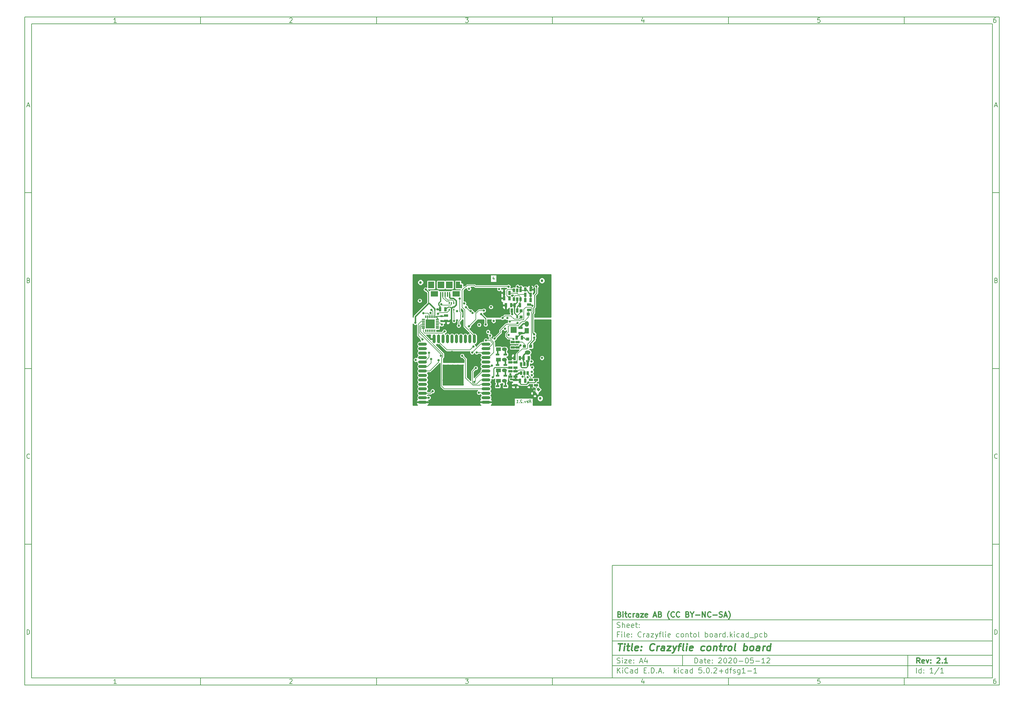
<source format=gbl>
G04 #@! TF.GenerationSoftware,KiCad,Pcbnew,5.0.2+dfsg1-1*
G04 #@! TF.CreationDate,2020-05-20T11:42:17+02:00*
G04 #@! TF.ProjectId,Crazyflie contol board,4372617a-7966-46c6-9965-20636f6e746f,2.1*
G04 #@! TF.SameCoordinates,PX85839e8PY6052f5c*
G04 #@! TF.FileFunction,Copper,L4,Bot*
G04 #@! TF.FilePolarity,Positive*
%FSLAX46Y46*%
G04 Gerber Fmt 4.6, Leading zero omitted, Abs format (unit mm)*
G04 Created by KiCad (PCBNEW 5.0.2+dfsg1-1) date wo 20 mei 2020 11:42:17 CEST*
%MOMM*%
%LPD*%
G01*
G04 APERTURE LIST*
%ADD10C,0.150000*%
%ADD11C,0.300000*%
%ADD12C,0.400000*%
G04 #@! TA.AperFunction,NonConductor*
%ADD13C,0.200025*%
G04 #@! TD*
G04 #@! TA.AperFunction,BGAPad,CuDef*
%ADD14C,0.750000*%
G04 #@! TD*
G04 #@! TA.AperFunction,SMDPad,CuDef*
%ADD15R,0.701040X1.000760*%
G04 #@! TD*
G04 #@! TA.AperFunction,SMDPad,CuDef*
%ADD16R,1.143000X0.635000*%
G04 #@! TD*
G04 #@! TA.AperFunction,SMDPad,CuDef*
%ADD17R,0.914400X0.914400*%
G04 #@! TD*
G04 #@! TA.AperFunction,ComponentPad*
%ADD18O,1.600200X1.198880*%
G04 #@! TD*
G04 #@! TA.AperFunction,ComponentPad*
%ADD19R,1.399540X1.000760*%
G04 #@! TD*
G04 #@! TA.AperFunction,ComponentPad*
%ADD20O,1.399540X1.000760*%
G04 #@! TD*
G04 #@! TA.AperFunction,SMDPad,CuDef*
%ADD21R,1.000760X0.599440*%
G04 #@! TD*
G04 #@! TA.AperFunction,SMDPad,CuDef*
%ADD22R,0.635000X1.143000*%
G04 #@! TD*
G04 #@! TA.AperFunction,SMDPad,CuDef*
%ADD23R,1.699260X1.699260*%
G04 #@! TD*
G04 #@! TA.AperFunction,ComponentPad*
%ADD24C,0.381000*%
G04 #@! TD*
G04 #@! TA.AperFunction,SMDPad,CuDef*
%ADD25R,0.398780X0.508000*%
G04 #@! TD*
G04 #@! TA.AperFunction,SMDPad,CuDef*
%ADD26C,0.797560*%
G04 #@! TD*
G04 #@! TA.AperFunction,Conductor*
%ADD27C,0.150000*%
G04 #@! TD*
G04 #@! TA.AperFunction,ComponentPad*
%ADD28R,1.198880X1.600200*%
G04 #@! TD*
G04 #@! TA.AperFunction,ComponentPad*
%ADD29O,1.198880X1.600200*%
G04 #@! TD*
G04 #@! TA.AperFunction,SMDPad,CuDef*
%ADD30R,1.800860X1.899920*%
G04 #@! TD*
G04 #@! TA.AperFunction,SMDPad,CuDef*
%ADD31R,1.800860X1.099820*%
G04 #@! TD*
G04 #@! TA.AperFunction,SMDPad,CuDef*
%ADD32R,1.899920X1.899920*%
G04 #@! TD*
G04 #@! TA.AperFunction,SMDPad,CuDef*
%ADD33R,2.100580X1.600200*%
G04 #@! TD*
G04 #@! TA.AperFunction,SMDPad,CuDef*
%ADD34R,0.398780X1.399540*%
G04 #@! TD*
G04 #@! TA.AperFunction,SMDPad,CuDef*
%ADD35R,1.198880X1.899920*%
G04 #@! TD*
G04 #@! TA.AperFunction,SMDPad,CuDef*
%ADD36O,2.500000X0.900000*%
G04 #@! TD*
G04 #@! TA.AperFunction,SMDPad,CuDef*
%ADD37O,0.900000X2.500000*%
G04 #@! TD*
G04 #@! TA.AperFunction,SMDPad,CuDef*
%ADD38R,6.000000X6.000000*%
G04 #@! TD*
G04 #@! TA.AperFunction,ViaPad*
%ADD39C,0.500000*%
G04 #@! TD*
G04 #@! TA.AperFunction,SMDPad,CuDef*
%ADD40R,1.200000X1.200000*%
G04 #@! TD*
G04 #@! TA.AperFunction,SMDPad,CuDef*
%ADD41R,0.300000X0.800000*%
G04 #@! TD*
G04 #@! TA.AperFunction,SMDPad,CuDef*
%ADD42R,0.850000X0.300000*%
G04 #@! TD*
G04 #@! TA.AperFunction,SMDPad,CuDef*
%ADD43R,2.550000X2.550000*%
G04 #@! TD*
G04 #@! TA.AperFunction,ComponentPad*
%ADD44C,0.380000*%
G04 #@! TD*
G04 #@! TA.AperFunction,SMDPad,CuDef*
%ADD45R,0.800000X0.600000*%
G04 #@! TD*
G04 #@! TA.AperFunction,ViaPad*
%ADD46C,0.635000*%
G04 #@! TD*
G04 #@! TA.AperFunction,Conductor*
%ADD47C,0.254000*%
G04 #@! TD*
G04 #@! TA.AperFunction,Conductor*
%ADD48C,0.381000*%
G04 #@! TD*
G04 #@! TA.AperFunction,Conductor*
%ADD49C,0.177800*%
G04 #@! TD*
G04 #@! TA.AperFunction,Conductor*
%ADD50C,0.203200*%
G04 #@! TD*
G04 #@! TA.AperFunction,Conductor*
%ADD51C,0.152400*%
G04 #@! TD*
G04 #@! TA.AperFunction,Conductor*
%ADD52C,0.304800*%
G04 #@! TD*
G04 APERTURE END LIST*
D10*
X37002480Y-65004100D02*
X37002480Y-97004100D01*
X145002480Y-97004100D01*
X145002480Y-65004100D01*
X37002480Y-65004100D01*
X-129999720Y91003100D02*
X-129999720Y-99004100D01*
X147002480Y-99004100D01*
X147002480Y91003100D01*
X-129999720Y91003100D01*
X-127999720Y89003100D02*
X-127999720Y-97004100D01*
X145002480Y-97004100D01*
X145002480Y89003100D01*
X-127999720Y89003100D01*
X-79999720Y89003100D02*
X-79999720Y91003100D01*
X-29999720Y89003100D02*
X-29999720Y91003100D01*
X20000280Y89003100D02*
X20000280Y91003100D01*
X70000280Y89003100D02*
X70000280Y91003100D01*
X120000280Y89003100D02*
X120000280Y91003100D01*
X-103934244Y89415005D02*
X-104677101Y89415005D01*
X-104305673Y89415005D02*
X-104305673Y90715005D01*
X-104429482Y90529291D01*
X-104553292Y90405481D01*
X-104677101Y90343577D01*
X-54677101Y90591196D02*
X-54615197Y90653100D01*
X-54491387Y90715005D01*
X-54181863Y90715005D01*
X-54058054Y90653100D01*
X-53996149Y90591196D01*
X-53934244Y90467386D01*
X-53934244Y90343577D01*
X-53996149Y90157862D01*
X-54739006Y89415005D01*
X-53934244Y89415005D01*
X-4739006Y90715005D02*
X-3934244Y90715005D01*
X-4367578Y90219767D01*
X-4181863Y90219767D01*
X-4058054Y90157862D01*
X-3996149Y90095958D01*
X-3934244Y89972148D01*
X-3934244Y89662624D01*
X-3996149Y89538815D01*
X-4058054Y89476910D01*
X-4181863Y89415005D01*
X-4553292Y89415005D01*
X-4677101Y89476910D01*
X-4739006Y89538815D01*
X45941946Y90281672D02*
X45941946Y89415005D01*
X45632422Y90776910D02*
X45322899Y89848339D01*
X46127660Y89848339D01*
X96003851Y90715005D02*
X95384803Y90715005D01*
X95322899Y90095958D01*
X95384803Y90157862D01*
X95508613Y90219767D01*
X95818137Y90219767D01*
X95941946Y90157862D01*
X96003851Y90095958D01*
X96065756Y89972148D01*
X96065756Y89662624D01*
X96003851Y89538815D01*
X95941946Y89476910D01*
X95818137Y89415005D01*
X95508613Y89415005D01*
X95384803Y89476910D01*
X95322899Y89538815D01*
X145941946Y90715005D02*
X145694327Y90715005D01*
X145570518Y90653100D01*
X145508613Y90591196D01*
X145384803Y90405481D01*
X145322899Y90157862D01*
X145322899Y89662624D01*
X145384803Y89538815D01*
X145446708Y89476910D01*
X145570518Y89415005D01*
X145818137Y89415005D01*
X145941946Y89476910D01*
X146003851Y89538815D01*
X146065756Y89662624D01*
X146065756Y89972148D01*
X146003851Y90095958D01*
X145941946Y90157862D01*
X145818137Y90219767D01*
X145570518Y90219767D01*
X145446708Y90157862D01*
X145384803Y90095958D01*
X145322899Y89972148D01*
X-79999720Y-97004100D02*
X-79999720Y-99004100D01*
X-29999720Y-97004100D02*
X-29999720Y-99004100D01*
X20000280Y-97004100D02*
X20000280Y-99004100D01*
X70000280Y-97004100D02*
X70000280Y-99004100D01*
X120000280Y-97004100D02*
X120000280Y-99004100D01*
X-103934244Y-98592195D02*
X-104677101Y-98592195D01*
X-104305673Y-98592195D02*
X-104305673Y-97292195D01*
X-104429482Y-97477909D01*
X-104553292Y-97601719D01*
X-104677101Y-97663623D01*
X-54677101Y-97416004D02*
X-54615197Y-97354100D01*
X-54491387Y-97292195D01*
X-54181863Y-97292195D01*
X-54058054Y-97354100D01*
X-53996149Y-97416004D01*
X-53934244Y-97539814D01*
X-53934244Y-97663623D01*
X-53996149Y-97849338D01*
X-54739006Y-98592195D01*
X-53934244Y-98592195D01*
X-4739006Y-97292195D02*
X-3934244Y-97292195D01*
X-4367578Y-97787433D01*
X-4181863Y-97787433D01*
X-4058054Y-97849338D01*
X-3996149Y-97911242D01*
X-3934244Y-98035052D01*
X-3934244Y-98344576D01*
X-3996149Y-98468385D01*
X-4058054Y-98530290D01*
X-4181863Y-98592195D01*
X-4553292Y-98592195D01*
X-4677101Y-98530290D01*
X-4739006Y-98468385D01*
X45941946Y-97725528D02*
X45941946Y-98592195D01*
X45632422Y-97230290D02*
X45322899Y-98158861D01*
X46127660Y-98158861D01*
X96003851Y-97292195D02*
X95384803Y-97292195D01*
X95322899Y-97911242D01*
X95384803Y-97849338D01*
X95508613Y-97787433D01*
X95818137Y-97787433D01*
X95941946Y-97849338D01*
X96003851Y-97911242D01*
X96065756Y-98035052D01*
X96065756Y-98344576D01*
X96003851Y-98468385D01*
X95941946Y-98530290D01*
X95818137Y-98592195D01*
X95508613Y-98592195D01*
X95384803Y-98530290D01*
X95322899Y-98468385D01*
X145941946Y-97292195D02*
X145694327Y-97292195D01*
X145570518Y-97354100D01*
X145508613Y-97416004D01*
X145384803Y-97601719D01*
X145322899Y-97849338D01*
X145322899Y-98344576D01*
X145384803Y-98468385D01*
X145446708Y-98530290D01*
X145570518Y-98592195D01*
X145818137Y-98592195D01*
X145941946Y-98530290D01*
X146003851Y-98468385D01*
X146065756Y-98344576D01*
X146065756Y-98035052D01*
X146003851Y-97911242D01*
X145941946Y-97849338D01*
X145818137Y-97787433D01*
X145570518Y-97787433D01*
X145446708Y-97849338D01*
X145384803Y-97911242D01*
X145322899Y-98035052D01*
X-129999720Y41003100D02*
X-127999720Y41003100D01*
X-129999720Y-8996900D02*
X-127999720Y-8996900D01*
X-129999720Y-58996900D02*
X-127999720Y-58996900D01*
X-129309244Y65786434D02*
X-128690197Y65786434D01*
X-129433054Y65415005D02*
X-128999720Y66715005D01*
X-128566387Y65415005D01*
X-128906863Y16095958D02*
X-128721149Y16034053D01*
X-128659244Y15972148D01*
X-128597340Y15848339D01*
X-128597340Y15662624D01*
X-128659244Y15538815D01*
X-128721149Y15476910D01*
X-128844959Y15415005D01*
X-129340197Y15415005D01*
X-129340197Y16715005D01*
X-128906863Y16715005D01*
X-128783054Y16653100D01*
X-128721149Y16591196D01*
X-128659244Y16467386D01*
X-128659244Y16343577D01*
X-128721149Y16219767D01*
X-128783054Y16157862D01*
X-128906863Y16095958D01*
X-129340197Y16095958D01*
X-128597340Y-34461185D02*
X-128659244Y-34523090D01*
X-128844959Y-34584995D01*
X-128968768Y-34584995D01*
X-129154482Y-34523090D01*
X-129278292Y-34399280D01*
X-129340197Y-34275471D01*
X-129402101Y-34027852D01*
X-129402101Y-33842138D01*
X-129340197Y-33594519D01*
X-129278292Y-33470709D01*
X-129154482Y-33346900D01*
X-128968768Y-33284995D01*
X-128844959Y-33284995D01*
X-128659244Y-33346900D01*
X-128597340Y-33408804D01*
X-129340197Y-84584995D02*
X-129340197Y-83284995D01*
X-129030673Y-83284995D01*
X-128844959Y-83346900D01*
X-128721149Y-83470709D01*
X-128659244Y-83594519D01*
X-128597340Y-83842138D01*
X-128597340Y-84027852D01*
X-128659244Y-84275471D01*
X-128721149Y-84399280D01*
X-128844959Y-84523090D01*
X-129030673Y-84584995D01*
X-129340197Y-84584995D01*
X147002480Y41003100D02*
X145002480Y41003100D01*
X147002480Y-8996900D02*
X145002480Y-8996900D01*
X147002480Y-58996900D02*
X145002480Y-58996900D01*
X145692956Y65786434D02*
X146312003Y65786434D01*
X145569146Y65415005D02*
X146002480Y66715005D01*
X146435813Y65415005D01*
X146095337Y16095958D02*
X146281051Y16034053D01*
X146342956Y15972148D01*
X146404860Y15848339D01*
X146404860Y15662624D01*
X146342956Y15538815D01*
X146281051Y15476910D01*
X146157241Y15415005D01*
X145662003Y15415005D01*
X145662003Y16715005D01*
X146095337Y16715005D01*
X146219146Y16653100D01*
X146281051Y16591196D01*
X146342956Y16467386D01*
X146342956Y16343577D01*
X146281051Y16219767D01*
X146219146Y16157862D01*
X146095337Y16095958D01*
X145662003Y16095958D01*
X146404860Y-34461185D02*
X146342956Y-34523090D01*
X146157241Y-34584995D01*
X146033432Y-34584995D01*
X145847718Y-34523090D01*
X145723908Y-34399280D01*
X145662003Y-34275471D01*
X145600099Y-34027852D01*
X145600099Y-33842138D01*
X145662003Y-33594519D01*
X145723908Y-33470709D01*
X145847718Y-33346900D01*
X146033432Y-33284995D01*
X146157241Y-33284995D01*
X146342956Y-33346900D01*
X146404860Y-33408804D01*
X145662003Y-84584995D02*
X145662003Y-83284995D01*
X145971527Y-83284995D01*
X146157241Y-83346900D01*
X146281051Y-83470709D01*
X146342956Y-83594519D01*
X146404860Y-83842138D01*
X146404860Y-84027852D01*
X146342956Y-84275471D01*
X146281051Y-84399280D01*
X146157241Y-84523090D01*
X145971527Y-84584995D01*
X145662003Y-84584995D01*
X60434622Y-92782671D02*
X60434622Y-91282671D01*
X60791765Y-91282671D01*
X61006051Y-91354100D01*
X61148908Y-91496957D01*
X61220337Y-91639814D01*
X61291765Y-91925528D01*
X61291765Y-92139814D01*
X61220337Y-92425528D01*
X61148908Y-92568385D01*
X61006051Y-92711242D01*
X60791765Y-92782671D01*
X60434622Y-92782671D01*
X62577480Y-92782671D02*
X62577480Y-91996957D01*
X62506051Y-91854100D01*
X62363194Y-91782671D01*
X62077480Y-91782671D01*
X61934622Y-91854100D01*
X62577480Y-92711242D02*
X62434622Y-92782671D01*
X62077480Y-92782671D01*
X61934622Y-92711242D01*
X61863194Y-92568385D01*
X61863194Y-92425528D01*
X61934622Y-92282671D01*
X62077480Y-92211242D01*
X62434622Y-92211242D01*
X62577480Y-92139814D01*
X63077480Y-91782671D02*
X63648908Y-91782671D01*
X63291765Y-91282671D02*
X63291765Y-92568385D01*
X63363194Y-92711242D01*
X63506051Y-92782671D01*
X63648908Y-92782671D01*
X64720337Y-92711242D02*
X64577480Y-92782671D01*
X64291765Y-92782671D01*
X64148908Y-92711242D01*
X64077480Y-92568385D01*
X64077480Y-91996957D01*
X64148908Y-91854100D01*
X64291765Y-91782671D01*
X64577480Y-91782671D01*
X64720337Y-91854100D01*
X64791765Y-91996957D01*
X64791765Y-92139814D01*
X64077480Y-92282671D01*
X65434622Y-92639814D02*
X65506051Y-92711242D01*
X65434622Y-92782671D01*
X65363194Y-92711242D01*
X65434622Y-92639814D01*
X65434622Y-92782671D01*
X65434622Y-91854100D02*
X65506051Y-91925528D01*
X65434622Y-91996957D01*
X65363194Y-91925528D01*
X65434622Y-91854100D01*
X65434622Y-91996957D01*
X67220337Y-91425528D02*
X67291765Y-91354100D01*
X67434622Y-91282671D01*
X67791765Y-91282671D01*
X67934622Y-91354100D01*
X68006051Y-91425528D01*
X68077480Y-91568385D01*
X68077480Y-91711242D01*
X68006051Y-91925528D01*
X67148908Y-92782671D01*
X68077480Y-92782671D01*
X69006051Y-91282671D02*
X69148908Y-91282671D01*
X69291765Y-91354100D01*
X69363194Y-91425528D01*
X69434622Y-91568385D01*
X69506051Y-91854100D01*
X69506051Y-92211242D01*
X69434622Y-92496957D01*
X69363194Y-92639814D01*
X69291765Y-92711242D01*
X69148908Y-92782671D01*
X69006051Y-92782671D01*
X68863194Y-92711242D01*
X68791765Y-92639814D01*
X68720337Y-92496957D01*
X68648908Y-92211242D01*
X68648908Y-91854100D01*
X68720337Y-91568385D01*
X68791765Y-91425528D01*
X68863194Y-91354100D01*
X69006051Y-91282671D01*
X70077480Y-91425528D02*
X70148908Y-91354100D01*
X70291765Y-91282671D01*
X70648908Y-91282671D01*
X70791765Y-91354100D01*
X70863194Y-91425528D01*
X70934622Y-91568385D01*
X70934622Y-91711242D01*
X70863194Y-91925528D01*
X70006051Y-92782671D01*
X70934622Y-92782671D01*
X71863194Y-91282671D02*
X72006051Y-91282671D01*
X72148908Y-91354100D01*
X72220337Y-91425528D01*
X72291765Y-91568385D01*
X72363194Y-91854100D01*
X72363194Y-92211242D01*
X72291765Y-92496957D01*
X72220337Y-92639814D01*
X72148908Y-92711242D01*
X72006051Y-92782671D01*
X71863194Y-92782671D01*
X71720337Y-92711242D01*
X71648908Y-92639814D01*
X71577480Y-92496957D01*
X71506051Y-92211242D01*
X71506051Y-91854100D01*
X71577480Y-91568385D01*
X71648908Y-91425528D01*
X71720337Y-91354100D01*
X71863194Y-91282671D01*
X73006051Y-92211242D02*
X74148908Y-92211242D01*
X75148908Y-91282671D02*
X75291765Y-91282671D01*
X75434622Y-91354100D01*
X75506051Y-91425528D01*
X75577480Y-91568385D01*
X75648908Y-91854100D01*
X75648908Y-92211242D01*
X75577480Y-92496957D01*
X75506051Y-92639814D01*
X75434622Y-92711242D01*
X75291765Y-92782671D01*
X75148908Y-92782671D01*
X75006051Y-92711242D01*
X74934622Y-92639814D01*
X74863194Y-92496957D01*
X74791765Y-92211242D01*
X74791765Y-91854100D01*
X74863194Y-91568385D01*
X74934622Y-91425528D01*
X75006051Y-91354100D01*
X75148908Y-91282671D01*
X77006051Y-91282671D02*
X76291765Y-91282671D01*
X76220337Y-91996957D01*
X76291765Y-91925528D01*
X76434622Y-91854100D01*
X76791765Y-91854100D01*
X76934622Y-91925528D01*
X77006051Y-91996957D01*
X77077480Y-92139814D01*
X77077480Y-92496957D01*
X77006051Y-92639814D01*
X76934622Y-92711242D01*
X76791765Y-92782671D01*
X76434622Y-92782671D01*
X76291765Y-92711242D01*
X76220337Y-92639814D01*
X77720337Y-92211242D02*
X78863194Y-92211242D01*
X80363194Y-92782671D02*
X79506051Y-92782671D01*
X79934622Y-92782671D02*
X79934622Y-91282671D01*
X79791765Y-91496957D01*
X79648908Y-91639814D01*
X79506051Y-91711242D01*
X80934622Y-91425528D02*
X81006051Y-91354100D01*
X81148908Y-91282671D01*
X81506051Y-91282671D01*
X81648908Y-91354100D01*
X81720337Y-91425528D01*
X81791765Y-91568385D01*
X81791765Y-91711242D01*
X81720337Y-91925528D01*
X80863194Y-92782671D01*
X81791765Y-92782671D01*
X37002480Y-93504100D02*
X145002480Y-93504100D01*
X38434622Y-95582671D02*
X38434622Y-94082671D01*
X39291765Y-95582671D02*
X38648908Y-94725528D01*
X39291765Y-94082671D02*
X38434622Y-94939814D01*
X39934622Y-95582671D02*
X39934622Y-94582671D01*
X39934622Y-94082671D02*
X39863194Y-94154100D01*
X39934622Y-94225528D01*
X40006051Y-94154100D01*
X39934622Y-94082671D01*
X39934622Y-94225528D01*
X41506051Y-95439814D02*
X41434622Y-95511242D01*
X41220337Y-95582671D01*
X41077480Y-95582671D01*
X40863194Y-95511242D01*
X40720337Y-95368385D01*
X40648908Y-95225528D01*
X40577480Y-94939814D01*
X40577480Y-94725528D01*
X40648908Y-94439814D01*
X40720337Y-94296957D01*
X40863194Y-94154100D01*
X41077480Y-94082671D01*
X41220337Y-94082671D01*
X41434622Y-94154100D01*
X41506051Y-94225528D01*
X42791765Y-95582671D02*
X42791765Y-94796957D01*
X42720337Y-94654100D01*
X42577480Y-94582671D01*
X42291765Y-94582671D01*
X42148908Y-94654100D01*
X42791765Y-95511242D02*
X42648908Y-95582671D01*
X42291765Y-95582671D01*
X42148908Y-95511242D01*
X42077480Y-95368385D01*
X42077480Y-95225528D01*
X42148908Y-95082671D01*
X42291765Y-95011242D01*
X42648908Y-95011242D01*
X42791765Y-94939814D01*
X44148908Y-95582671D02*
X44148908Y-94082671D01*
X44148908Y-95511242D02*
X44006051Y-95582671D01*
X43720337Y-95582671D01*
X43577480Y-95511242D01*
X43506051Y-95439814D01*
X43434622Y-95296957D01*
X43434622Y-94868385D01*
X43506051Y-94725528D01*
X43577480Y-94654100D01*
X43720337Y-94582671D01*
X44006051Y-94582671D01*
X44148908Y-94654100D01*
X46006051Y-94796957D02*
X46506051Y-94796957D01*
X46720337Y-95582671D02*
X46006051Y-95582671D01*
X46006051Y-94082671D01*
X46720337Y-94082671D01*
X47363194Y-95439814D02*
X47434622Y-95511242D01*
X47363194Y-95582671D01*
X47291765Y-95511242D01*
X47363194Y-95439814D01*
X47363194Y-95582671D01*
X48077480Y-95582671D02*
X48077480Y-94082671D01*
X48434622Y-94082671D01*
X48648908Y-94154100D01*
X48791765Y-94296957D01*
X48863194Y-94439814D01*
X48934622Y-94725528D01*
X48934622Y-94939814D01*
X48863194Y-95225528D01*
X48791765Y-95368385D01*
X48648908Y-95511242D01*
X48434622Y-95582671D01*
X48077480Y-95582671D01*
X49577480Y-95439814D02*
X49648908Y-95511242D01*
X49577480Y-95582671D01*
X49506051Y-95511242D01*
X49577480Y-95439814D01*
X49577480Y-95582671D01*
X50220337Y-95154100D02*
X50934622Y-95154100D01*
X50077480Y-95582671D02*
X50577480Y-94082671D01*
X51077480Y-95582671D01*
X51577480Y-95439814D02*
X51648908Y-95511242D01*
X51577480Y-95582671D01*
X51506051Y-95511242D01*
X51577480Y-95439814D01*
X51577480Y-95582671D01*
X54577480Y-95582671D02*
X54577480Y-94082671D01*
X54720337Y-95011242D02*
X55148908Y-95582671D01*
X55148908Y-94582671D02*
X54577480Y-95154100D01*
X55791765Y-95582671D02*
X55791765Y-94582671D01*
X55791765Y-94082671D02*
X55720337Y-94154100D01*
X55791765Y-94225528D01*
X55863194Y-94154100D01*
X55791765Y-94082671D01*
X55791765Y-94225528D01*
X57148908Y-95511242D02*
X57006051Y-95582671D01*
X56720337Y-95582671D01*
X56577480Y-95511242D01*
X56506051Y-95439814D01*
X56434622Y-95296957D01*
X56434622Y-94868385D01*
X56506051Y-94725528D01*
X56577480Y-94654100D01*
X56720337Y-94582671D01*
X57006051Y-94582671D01*
X57148908Y-94654100D01*
X58434622Y-95582671D02*
X58434622Y-94796957D01*
X58363194Y-94654100D01*
X58220337Y-94582671D01*
X57934622Y-94582671D01*
X57791765Y-94654100D01*
X58434622Y-95511242D02*
X58291765Y-95582671D01*
X57934622Y-95582671D01*
X57791765Y-95511242D01*
X57720337Y-95368385D01*
X57720337Y-95225528D01*
X57791765Y-95082671D01*
X57934622Y-95011242D01*
X58291765Y-95011242D01*
X58434622Y-94939814D01*
X59791765Y-95582671D02*
X59791765Y-94082671D01*
X59791765Y-95511242D02*
X59648908Y-95582671D01*
X59363194Y-95582671D01*
X59220337Y-95511242D01*
X59148908Y-95439814D01*
X59077480Y-95296957D01*
X59077480Y-94868385D01*
X59148908Y-94725528D01*
X59220337Y-94654100D01*
X59363194Y-94582671D01*
X59648908Y-94582671D01*
X59791765Y-94654100D01*
X62363194Y-94082671D02*
X61648908Y-94082671D01*
X61577480Y-94796957D01*
X61648908Y-94725528D01*
X61791765Y-94654100D01*
X62148908Y-94654100D01*
X62291765Y-94725528D01*
X62363194Y-94796957D01*
X62434622Y-94939814D01*
X62434622Y-95296957D01*
X62363194Y-95439814D01*
X62291765Y-95511242D01*
X62148908Y-95582671D01*
X61791765Y-95582671D01*
X61648908Y-95511242D01*
X61577480Y-95439814D01*
X63077480Y-95439814D02*
X63148908Y-95511242D01*
X63077480Y-95582671D01*
X63006051Y-95511242D01*
X63077480Y-95439814D01*
X63077480Y-95582671D01*
X64077480Y-94082671D02*
X64220337Y-94082671D01*
X64363194Y-94154100D01*
X64434622Y-94225528D01*
X64506051Y-94368385D01*
X64577480Y-94654100D01*
X64577480Y-95011242D01*
X64506051Y-95296957D01*
X64434622Y-95439814D01*
X64363194Y-95511242D01*
X64220337Y-95582671D01*
X64077480Y-95582671D01*
X63934622Y-95511242D01*
X63863194Y-95439814D01*
X63791765Y-95296957D01*
X63720337Y-95011242D01*
X63720337Y-94654100D01*
X63791765Y-94368385D01*
X63863194Y-94225528D01*
X63934622Y-94154100D01*
X64077480Y-94082671D01*
X65220337Y-95439814D02*
X65291765Y-95511242D01*
X65220337Y-95582671D01*
X65148908Y-95511242D01*
X65220337Y-95439814D01*
X65220337Y-95582671D01*
X65863194Y-94225528D02*
X65934622Y-94154100D01*
X66077480Y-94082671D01*
X66434622Y-94082671D01*
X66577480Y-94154100D01*
X66648908Y-94225528D01*
X66720337Y-94368385D01*
X66720337Y-94511242D01*
X66648908Y-94725528D01*
X65791765Y-95582671D01*
X66720337Y-95582671D01*
X67363194Y-95011242D02*
X68506051Y-95011242D01*
X67934622Y-95582671D02*
X67934622Y-94439814D01*
X69863194Y-95582671D02*
X69863194Y-94082671D01*
X69863194Y-95511242D02*
X69720337Y-95582671D01*
X69434622Y-95582671D01*
X69291765Y-95511242D01*
X69220337Y-95439814D01*
X69148908Y-95296957D01*
X69148908Y-94868385D01*
X69220337Y-94725528D01*
X69291765Y-94654100D01*
X69434622Y-94582671D01*
X69720337Y-94582671D01*
X69863194Y-94654100D01*
X70363194Y-94582671D02*
X70934622Y-94582671D01*
X70577480Y-95582671D02*
X70577480Y-94296957D01*
X70648908Y-94154100D01*
X70791765Y-94082671D01*
X70934622Y-94082671D01*
X71363194Y-95511242D02*
X71506051Y-95582671D01*
X71791765Y-95582671D01*
X71934622Y-95511242D01*
X72006051Y-95368385D01*
X72006051Y-95296957D01*
X71934622Y-95154100D01*
X71791765Y-95082671D01*
X71577480Y-95082671D01*
X71434622Y-95011242D01*
X71363194Y-94868385D01*
X71363194Y-94796957D01*
X71434622Y-94654100D01*
X71577480Y-94582671D01*
X71791765Y-94582671D01*
X71934622Y-94654100D01*
X73291765Y-94582671D02*
X73291765Y-95796957D01*
X73220337Y-95939814D01*
X73148908Y-96011242D01*
X73006051Y-96082671D01*
X72791765Y-96082671D01*
X72648908Y-96011242D01*
X73291765Y-95511242D02*
X73148908Y-95582671D01*
X72863194Y-95582671D01*
X72720337Y-95511242D01*
X72648908Y-95439814D01*
X72577480Y-95296957D01*
X72577480Y-94868385D01*
X72648908Y-94725528D01*
X72720337Y-94654100D01*
X72863194Y-94582671D01*
X73148908Y-94582671D01*
X73291765Y-94654100D01*
X74791765Y-95582671D02*
X73934622Y-95582671D01*
X74363194Y-95582671D02*
X74363194Y-94082671D01*
X74220337Y-94296957D01*
X74077480Y-94439814D01*
X73934622Y-94511242D01*
X75434622Y-95011242D02*
X76577480Y-95011242D01*
X78077480Y-95582671D02*
X77220337Y-95582671D01*
X77648908Y-95582671D02*
X77648908Y-94082671D01*
X77506051Y-94296957D01*
X77363194Y-94439814D01*
X77220337Y-94511242D01*
X37002480Y-90504100D02*
X145002480Y-90504100D01*
D11*
X124411765Y-92782671D02*
X123911765Y-92068385D01*
X123554622Y-92782671D02*
X123554622Y-91282671D01*
X124126051Y-91282671D01*
X124268908Y-91354100D01*
X124340337Y-91425528D01*
X124411765Y-91568385D01*
X124411765Y-91782671D01*
X124340337Y-91925528D01*
X124268908Y-91996957D01*
X124126051Y-92068385D01*
X123554622Y-92068385D01*
X125626051Y-92711242D02*
X125483194Y-92782671D01*
X125197480Y-92782671D01*
X125054622Y-92711242D01*
X124983194Y-92568385D01*
X124983194Y-91996957D01*
X125054622Y-91854100D01*
X125197480Y-91782671D01*
X125483194Y-91782671D01*
X125626051Y-91854100D01*
X125697480Y-91996957D01*
X125697480Y-92139814D01*
X124983194Y-92282671D01*
X126197480Y-91782671D02*
X126554622Y-92782671D01*
X126911765Y-91782671D01*
X127483194Y-92639814D02*
X127554622Y-92711242D01*
X127483194Y-92782671D01*
X127411765Y-92711242D01*
X127483194Y-92639814D01*
X127483194Y-92782671D01*
X127483194Y-91854100D02*
X127554622Y-91925528D01*
X127483194Y-91996957D01*
X127411765Y-91925528D01*
X127483194Y-91854100D01*
X127483194Y-91996957D01*
X129268908Y-91425528D02*
X129340337Y-91354100D01*
X129483194Y-91282671D01*
X129840337Y-91282671D01*
X129983194Y-91354100D01*
X130054622Y-91425528D01*
X130126051Y-91568385D01*
X130126051Y-91711242D01*
X130054622Y-91925528D01*
X129197480Y-92782671D01*
X130126051Y-92782671D01*
X130768908Y-92639814D02*
X130840337Y-92711242D01*
X130768908Y-92782671D01*
X130697480Y-92711242D01*
X130768908Y-92639814D01*
X130768908Y-92782671D01*
X132268908Y-92782671D02*
X131411765Y-92782671D01*
X131840337Y-92782671D02*
X131840337Y-91282671D01*
X131697480Y-91496957D01*
X131554622Y-91639814D01*
X131411765Y-91711242D01*
D10*
X38363194Y-92711242D02*
X38577480Y-92782671D01*
X38934622Y-92782671D01*
X39077480Y-92711242D01*
X39148908Y-92639814D01*
X39220337Y-92496957D01*
X39220337Y-92354100D01*
X39148908Y-92211242D01*
X39077480Y-92139814D01*
X38934622Y-92068385D01*
X38648908Y-91996957D01*
X38506051Y-91925528D01*
X38434622Y-91854100D01*
X38363194Y-91711242D01*
X38363194Y-91568385D01*
X38434622Y-91425528D01*
X38506051Y-91354100D01*
X38648908Y-91282671D01*
X39006051Y-91282671D01*
X39220337Y-91354100D01*
X39863194Y-92782671D02*
X39863194Y-91782671D01*
X39863194Y-91282671D02*
X39791765Y-91354100D01*
X39863194Y-91425528D01*
X39934622Y-91354100D01*
X39863194Y-91282671D01*
X39863194Y-91425528D01*
X40434622Y-91782671D02*
X41220337Y-91782671D01*
X40434622Y-92782671D01*
X41220337Y-92782671D01*
X42363194Y-92711242D02*
X42220337Y-92782671D01*
X41934622Y-92782671D01*
X41791765Y-92711242D01*
X41720337Y-92568385D01*
X41720337Y-91996957D01*
X41791765Y-91854100D01*
X41934622Y-91782671D01*
X42220337Y-91782671D01*
X42363194Y-91854100D01*
X42434622Y-91996957D01*
X42434622Y-92139814D01*
X41720337Y-92282671D01*
X43077480Y-92639814D02*
X43148908Y-92711242D01*
X43077480Y-92782671D01*
X43006051Y-92711242D01*
X43077480Y-92639814D01*
X43077480Y-92782671D01*
X43077480Y-91854100D02*
X43148908Y-91925528D01*
X43077480Y-91996957D01*
X43006051Y-91925528D01*
X43077480Y-91854100D01*
X43077480Y-91996957D01*
X44863194Y-92354100D02*
X45577480Y-92354100D01*
X44720337Y-92782671D02*
X45220337Y-91282671D01*
X45720337Y-92782671D01*
X46863194Y-91782671D02*
X46863194Y-92782671D01*
X46506051Y-91211242D02*
X46148908Y-92282671D01*
X47077480Y-92282671D01*
X123434622Y-95582671D02*
X123434622Y-94082671D01*
X124791765Y-95582671D02*
X124791765Y-94082671D01*
X124791765Y-95511242D02*
X124648908Y-95582671D01*
X124363194Y-95582671D01*
X124220337Y-95511242D01*
X124148908Y-95439814D01*
X124077480Y-95296957D01*
X124077480Y-94868385D01*
X124148908Y-94725528D01*
X124220337Y-94654100D01*
X124363194Y-94582671D01*
X124648908Y-94582671D01*
X124791765Y-94654100D01*
X125506051Y-95439814D02*
X125577480Y-95511242D01*
X125506051Y-95582671D01*
X125434622Y-95511242D01*
X125506051Y-95439814D01*
X125506051Y-95582671D01*
X125506051Y-94654100D02*
X125577480Y-94725528D01*
X125506051Y-94796957D01*
X125434622Y-94725528D01*
X125506051Y-94654100D01*
X125506051Y-94796957D01*
X128148908Y-95582671D02*
X127291765Y-95582671D01*
X127720337Y-95582671D02*
X127720337Y-94082671D01*
X127577480Y-94296957D01*
X127434622Y-94439814D01*
X127291765Y-94511242D01*
X129863194Y-94011242D02*
X128577480Y-95939814D01*
X131148908Y-95582671D02*
X130291765Y-95582671D01*
X130720337Y-95582671D02*
X130720337Y-94082671D01*
X130577480Y-94296957D01*
X130434622Y-94439814D01*
X130291765Y-94511242D01*
X37002480Y-86504100D02*
X145002480Y-86504100D01*
D12*
X38714860Y-87208861D02*
X39857718Y-87208861D01*
X39036289Y-89208861D02*
X39286289Y-87208861D01*
X40274384Y-89208861D02*
X40441051Y-87875528D01*
X40524384Y-87208861D02*
X40417241Y-87304100D01*
X40500575Y-87399338D01*
X40607718Y-87304100D01*
X40524384Y-87208861D01*
X40500575Y-87399338D01*
X41107718Y-87875528D02*
X41869622Y-87875528D01*
X41476765Y-87208861D02*
X41262480Y-88923147D01*
X41333908Y-89113623D01*
X41512480Y-89208861D01*
X41702956Y-89208861D01*
X42655337Y-89208861D02*
X42476765Y-89113623D01*
X42405337Y-88923147D01*
X42619622Y-87208861D01*
X44191051Y-89113623D02*
X43988670Y-89208861D01*
X43607718Y-89208861D01*
X43429146Y-89113623D01*
X43357718Y-88923147D01*
X43452956Y-88161242D01*
X43572003Y-87970766D01*
X43774384Y-87875528D01*
X44155337Y-87875528D01*
X44333908Y-87970766D01*
X44405337Y-88161242D01*
X44381527Y-88351719D01*
X43405337Y-88542195D01*
X45155337Y-89018385D02*
X45238670Y-89113623D01*
X45131527Y-89208861D01*
X45048194Y-89113623D01*
X45155337Y-89018385D01*
X45131527Y-89208861D01*
X45286289Y-87970766D02*
X45369622Y-88066004D01*
X45262480Y-88161242D01*
X45179146Y-88066004D01*
X45286289Y-87970766D01*
X45262480Y-88161242D01*
X48774384Y-89018385D02*
X48667241Y-89113623D01*
X48369622Y-89208861D01*
X48179146Y-89208861D01*
X47905337Y-89113623D01*
X47738670Y-88923147D01*
X47667241Y-88732671D01*
X47619622Y-88351719D01*
X47655337Y-88066004D01*
X47798194Y-87685052D01*
X47917241Y-87494576D01*
X48131527Y-87304100D01*
X48429146Y-87208861D01*
X48619622Y-87208861D01*
X48893432Y-87304100D01*
X48976765Y-87399338D01*
X49607718Y-89208861D02*
X49774384Y-87875528D01*
X49726765Y-88256480D02*
X49845813Y-88066004D01*
X49952956Y-87970766D01*
X50155337Y-87875528D01*
X50345813Y-87875528D01*
X51702956Y-89208861D02*
X51833908Y-88161242D01*
X51762480Y-87970766D01*
X51583908Y-87875528D01*
X51202956Y-87875528D01*
X51000575Y-87970766D01*
X51714860Y-89113623D02*
X51512480Y-89208861D01*
X51036289Y-89208861D01*
X50857718Y-89113623D01*
X50786289Y-88923147D01*
X50810099Y-88732671D01*
X50929146Y-88542195D01*
X51131527Y-88446957D01*
X51607718Y-88446957D01*
X51810099Y-88351719D01*
X52631527Y-87875528D02*
X53679146Y-87875528D01*
X52464860Y-89208861D01*
X53512480Y-89208861D01*
X54250575Y-87875528D02*
X54560099Y-89208861D01*
X55202956Y-87875528D02*
X54560099Y-89208861D01*
X54310099Y-89685052D01*
X54202956Y-89780290D01*
X54000575Y-89875528D01*
X55679146Y-87875528D02*
X56441051Y-87875528D01*
X55798194Y-89208861D02*
X56012480Y-87494576D01*
X56131527Y-87304100D01*
X56333908Y-87208861D01*
X56524384Y-87208861D01*
X57226765Y-89208861D02*
X57048194Y-89113623D01*
X56976765Y-88923147D01*
X57191051Y-87208861D01*
X57988670Y-89208861D02*
X58155337Y-87875528D01*
X58238670Y-87208861D02*
X58131527Y-87304100D01*
X58214860Y-87399338D01*
X58322003Y-87304100D01*
X58238670Y-87208861D01*
X58214860Y-87399338D01*
X59714860Y-89113623D02*
X59512480Y-89208861D01*
X59131527Y-89208861D01*
X58952956Y-89113623D01*
X58881527Y-88923147D01*
X58976765Y-88161242D01*
X59095813Y-87970766D01*
X59298194Y-87875528D01*
X59679146Y-87875528D01*
X59857718Y-87970766D01*
X59929146Y-88161242D01*
X59905337Y-88351719D01*
X58929146Y-88542195D01*
X63048194Y-89113623D02*
X62845813Y-89208861D01*
X62464860Y-89208861D01*
X62286289Y-89113623D01*
X62202956Y-89018385D01*
X62131527Y-88827909D01*
X62202956Y-88256480D01*
X62322003Y-88066004D01*
X62429146Y-87970766D01*
X62631527Y-87875528D01*
X63012480Y-87875528D01*
X63191051Y-87970766D01*
X64179146Y-89208861D02*
X64000575Y-89113623D01*
X63917241Y-89018385D01*
X63845813Y-88827909D01*
X63917241Y-88256480D01*
X64036289Y-88066004D01*
X64143432Y-87970766D01*
X64345813Y-87875528D01*
X64631527Y-87875528D01*
X64810099Y-87970766D01*
X64893432Y-88066004D01*
X64964860Y-88256480D01*
X64893432Y-88827909D01*
X64774384Y-89018385D01*
X64667241Y-89113623D01*
X64464860Y-89208861D01*
X64179146Y-89208861D01*
X65869622Y-87875528D02*
X65702956Y-89208861D01*
X65845813Y-88066004D02*
X65952956Y-87970766D01*
X66155337Y-87875528D01*
X66441051Y-87875528D01*
X66619622Y-87970766D01*
X66691051Y-88161242D01*
X66560099Y-89208861D01*
X67393432Y-87875528D02*
X68155337Y-87875528D01*
X67762480Y-87208861D02*
X67548194Y-88923147D01*
X67619622Y-89113623D01*
X67798194Y-89208861D01*
X67988670Y-89208861D01*
X68655337Y-89208861D02*
X68822003Y-87875528D01*
X68774384Y-88256480D02*
X68893432Y-88066004D01*
X69000575Y-87970766D01*
X69202956Y-87875528D01*
X69393432Y-87875528D01*
X70179146Y-89208861D02*
X70000575Y-89113623D01*
X69917241Y-89018385D01*
X69845813Y-88827909D01*
X69917241Y-88256480D01*
X70036289Y-88066004D01*
X70143432Y-87970766D01*
X70345813Y-87875528D01*
X70631527Y-87875528D01*
X70810099Y-87970766D01*
X70893432Y-88066004D01*
X70964860Y-88256480D01*
X70893432Y-88827909D01*
X70774384Y-89018385D01*
X70667241Y-89113623D01*
X70464860Y-89208861D01*
X70179146Y-89208861D01*
X71988670Y-89208861D02*
X71810099Y-89113623D01*
X71738670Y-88923147D01*
X71952956Y-87208861D01*
X74274384Y-89208861D02*
X74524384Y-87208861D01*
X74429146Y-87970766D02*
X74631527Y-87875528D01*
X75012480Y-87875528D01*
X75191051Y-87970766D01*
X75274384Y-88066004D01*
X75345813Y-88256480D01*
X75274384Y-88827909D01*
X75155337Y-89018385D01*
X75048194Y-89113623D01*
X74845813Y-89208861D01*
X74464860Y-89208861D01*
X74286289Y-89113623D01*
X76369622Y-89208861D02*
X76191051Y-89113623D01*
X76107718Y-89018385D01*
X76036289Y-88827909D01*
X76107718Y-88256480D01*
X76226765Y-88066004D01*
X76333908Y-87970766D01*
X76536289Y-87875528D01*
X76822003Y-87875528D01*
X77000575Y-87970766D01*
X77083908Y-88066004D01*
X77155337Y-88256480D01*
X77083908Y-88827909D01*
X76964860Y-89018385D01*
X76857718Y-89113623D01*
X76655337Y-89208861D01*
X76369622Y-89208861D01*
X78750575Y-89208861D02*
X78881527Y-88161242D01*
X78810099Y-87970766D01*
X78631527Y-87875528D01*
X78250575Y-87875528D01*
X78048194Y-87970766D01*
X78762480Y-89113623D02*
X78560099Y-89208861D01*
X78083908Y-89208861D01*
X77905337Y-89113623D01*
X77833908Y-88923147D01*
X77857718Y-88732671D01*
X77976765Y-88542195D01*
X78179146Y-88446957D01*
X78655337Y-88446957D01*
X78857718Y-88351719D01*
X79702956Y-89208861D02*
X79869622Y-87875528D01*
X79822003Y-88256480D02*
X79941051Y-88066004D01*
X80048194Y-87970766D01*
X80250575Y-87875528D01*
X80441051Y-87875528D01*
X81798194Y-89208861D02*
X82048194Y-87208861D01*
X81810099Y-89113623D02*
X81607718Y-89208861D01*
X81226765Y-89208861D01*
X81048194Y-89113623D01*
X80964860Y-89018385D01*
X80893432Y-88827909D01*
X80964860Y-88256480D01*
X81083908Y-88066004D01*
X81191051Y-87970766D01*
X81393432Y-87875528D01*
X81774384Y-87875528D01*
X81952956Y-87970766D01*
D10*
X38934622Y-84596957D02*
X38434622Y-84596957D01*
X38434622Y-85382671D02*
X38434622Y-83882671D01*
X39148908Y-83882671D01*
X39720337Y-85382671D02*
X39720337Y-84382671D01*
X39720337Y-83882671D02*
X39648908Y-83954100D01*
X39720337Y-84025528D01*
X39791765Y-83954100D01*
X39720337Y-83882671D01*
X39720337Y-84025528D01*
X40648908Y-85382671D02*
X40506051Y-85311242D01*
X40434622Y-85168385D01*
X40434622Y-83882671D01*
X41791765Y-85311242D02*
X41648908Y-85382671D01*
X41363194Y-85382671D01*
X41220337Y-85311242D01*
X41148908Y-85168385D01*
X41148908Y-84596957D01*
X41220337Y-84454100D01*
X41363194Y-84382671D01*
X41648908Y-84382671D01*
X41791765Y-84454100D01*
X41863194Y-84596957D01*
X41863194Y-84739814D01*
X41148908Y-84882671D01*
X42506051Y-85239814D02*
X42577480Y-85311242D01*
X42506051Y-85382671D01*
X42434622Y-85311242D01*
X42506051Y-85239814D01*
X42506051Y-85382671D01*
X42506051Y-84454100D02*
X42577480Y-84525528D01*
X42506051Y-84596957D01*
X42434622Y-84525528D01*
X42506051Y-84454100D01*
X42506051Y-84596957D01*
X45220337Y-85239814D02*
X45148908Y-85311242D01*
X44934622Y-85382671D01*
X44791765Y-85382671D01*
X44577480Y-85311242D01*
X44434622Y-85168385D01*
X44363194Y-85025528D01*
X44291765Y-84739814D01*
X44291765Y-84525528D01*
X44363194Y-84239814D01*
X44434622Y-84096957D01*
X44577480Y-83954100D01*
X44791765Y-83882671D01*
X44934622Y-83882671D01*
X45148908Y-83954100D01*
X45220337Y-84025528D01*
X45863194Y-85382671D02*
X45863194Y-84382671D01*
X45863194Y-84668385D02*
X45934622Y-84525528D01*
X46006051Y-84454100D01*
X46148908Y-84382671D01*
X46291765Y-84382671D01*
X47434622Y-85382671D02*
X47434622Y-84596957D01*
X47363194Y-84454100D01*
X47220337Y-84382671D01*
X46934622Y-84382671D01*
X46791765Y-84454100D01*
X47434622Y-85311242D02*
X47291765Y-85382671D01*
X46934622Y-85382671D01*
X46791765Y-85311242D01*
X46720337Y-85168385D01*
X46720337Y-85025528D01*
X46791765Y-84882671D01*
X46934622Y-84811242D01*
X47291765Y-84811242D01*
X47434622Y-84739814D01*
X48006051Y-84382671D02*
X48791765Y-84382671D01*
X48006051Y-85382671D01*
X48791765Y-85382671D01*
X49220337Y-84382671D02*
X49577480Y-85382671D01*
X49934622Y-84382671D02*
X49577480Y-85382671D01*
X49434622Y-85739814D01*
X49363194Y-85811242D01*
X49220337Y-85882671D01*
X50291765Y-84382671D02*
X50863194Y-84382671D01*
X50506051Y-85382671D02*
X50506051Y-84096957D01*
X50577480Y-83954100D01*
X50720337Y-83882671D01*
X50863194Y-83882671D01*
X51577480Y-85382671D02*
X51434622Y-85311242D01*
X51363194Y-85168385D01*
X51363194Y-83882671D01*
X52148908Y-85382671D02*
X52148908Y-84382671D01*
X52148908Y-83882671D02*
X52077480Y-83954100D01*
X52148908Y-84025528D01*
X52220337Y-83954100D01*
X52148908Y-83882671D01*
X52148908Y-84025528D01*
X53434622Y-85311242D02*
X53291765Y-85382671D01*
X53006051Y-85382671D01*
X52863194Y-85311242D01*
X52791765Y-85168385D01*
X52791765Y-84596957D01*
X52863194Y-84454100D01*
X53006051Y-84382671D01*
X53291765Y-84382671D01*
X53434622Y-84454100D01*
X53506051Y-84596957D01*
X53506051Y-84739814D01*
X52791765Y-84882671D01*
X55934622Y-85311242D02*
X55791765Y-85382671D01*
X55506051Y-85382671D01*
X55363194Y-85311242D01*
X55291765Y-85239814D01*
X55220337Y-85096957D01*
X55220337Y-84668385D01*
X55291765Y-84525528D01*
X55363194Y-84454100D01*
X55506051Y-84382671D01*
X55791765Y-84382671D01*
X55934622Y-84454100D01*
X56791765Y-85382671D02*
X56648908Y-85311242D01*
X56577480Y-85239814D01*
X56506051Y-85096957D01*
X56506051Y-84668385D01*
X56577480Y-84525528D01*
X56648908Y-84454100D01*
X56791765Y-84382671D01*
X57006051Y-84382671D01*
X57148908Y-84454100D01*
X57220337Y-84525528D01*
X57291765Y-84668385D01*
X57291765Y-85096957D01*
X57220337Y-85239814D01*
X57148908Y-85311242D01*
X57006051Y-85382671D01*
X56791765Y-85382671D01*
X57934622Y-84382671D02*
X57934622Y-85382671D01*
X57934622Y-84525528D02*
X58006051Y-84454100D01*
X58148908Y-84382671D01*
X58363194Y-84382671D01*
X58506051Y-84454100D01*
X58577480Y-84596957D01*
X58577480Y-85382671D01*
X59077480Y-84382671D02*
X59648908Y-84382671D01*
X59291765Y-83882671D02*
X59291765Y-85168385D01*
X59363194Y-85311242D01*
X59506051Y-85382671D01*
X59648908Y-85382671D01*
X60363194Y-85382671D02*
X60220337Y-85311242D01*
X60148908Y-85239814D01*
X60077480Y-85096957D01*
X60077480Y-84668385D01*
X60148908Y-84525528D01*
X60220337Y-84454100D01*
X60363194Y-84382671D01*
X60577480Y-84382671D01*
X60720337Y-84454100D01*
X60791765Y-84525528D01*
X60863194Y-84668385D01*
X60863194Y-85096957D01*
X60791765Y-85239814D01*
X60720337Y-85311242D01*
X60577480Y-85382671D01*
X60363194Y-85382671D01*
X61720337Y-85382671D02*
X61577480Y-85311242D01*
X61506051Y-85168385D01*
X61506051Y-83882671D01*
X63434622Y-85382671D02*
X63434622Y-83882671D01*
X63434622Y-84454100D02*
X63577480Y-84382671D01*
X63863194Y-84382671D01*
X64006051Y-84454100D01*
X64077480Y-84525528D01*
X64148908Y-84668385D01*
X64148908Y-85096957D01*
X64077480Y-85239814D01*
X64006051Y-85311242D01*
X63863194Y-85382671D01*
X63577480Y-85382671D01*
X63434622Y-85311242D01*
X65006051Y-85382671D02*
X64863194Y-85311242D01*
X64791765Y-85239814D01*
X64720337Y-85096957D01*
X64720337Y-84668385D01*
X64791765Y-84525528D01*
X64863194Y-84454100D01*
X65006051Y-84382671D01*
X65220337Y-84382671D01*
X65363194Y-84454100D01*
X65434622Y-84525528D01*
X65506051Y-84668385D01*
X65506051Y-85096957D01*
X65434622Y-85239814D01*
X65363194Y-85311242D01*
X65220337Y-85382671D01*
X65006051Y-85382671D01*
X66791765Y-85382671D02*
X66791765Y-84596957D01*
X66720337Y-84454100D01*
X66577480Y-84382671D01*
X66291765Y-84382671D01*
X66148908Y-84454100D01*
X66791765Y-85311242D02*
X66648908Y-85382671D01*
X66291765Y-85382671D01*
X66148908Y-85311242D01*
X66077480Y-85168385D01*
X66077480Y-85025528D01*
X66148908Y-84882671D01*
X66291765Y-84811242D01*
X66648908Y-84811242D01*
X66791765Y-84739814D01*
X67506051Y-85382671D02*
X67506051Y-84382671D01*
X67506051Y-84668385D02*
X67577480Y-84525528D01*
X67648908Y-84454100D01*
X67791765Y-84382671D01*
X67934622Y-84382671D01*
X69077480Y-85382671D02*
X69077480Y-83882671D01*
X69077480Y-85311242D02*
X68934622Y-85382671D01*
X68648908Y-85382671D01*
X68506051Y-85311242D01*
X68434622Y-85239814D01*
X68363194Y-85096957D01*
X68363194Y-84668385D01*
X68434622Y-84525528D01*
X68506051Y-84454100D01*
X68648908Y-84382671D01*
X68934622Y-84382671D01*
X69077480Y-84454100D01*
X69791765Y-85239814D02*
X69863194Y-85311242D01*
X69791765Y-85382671D01*
X69720337Y-85311242D01*
X69791765Y-85239814D01*
X69791765Y-85382671D01*
X70506051Y-85382671D02*
X70506051Y-83882671D01*
X70648908Y-84811242D02*
X71077480Y-85382671D01*
X71077480Y-84382671D02*
X70506051Y-84954100D01*
X71720337Y-85382671D02*
X71720337Y-84382671D01*
X71720337Y-83882671D02*
X71648908Y-83954100D01*
X71720337Y-84025528D01*
X71791765Y-83954100D01*
X71720337Y-83882671D01*
X71720337Y-84025528D01*
X73077480Y-85311242D02*
X72934622Y-85382671D01*
X72648908Y-85382671D01*
X72506051Y-85311242D01*
X72434622Y-85239814D01*
X72363194Y-85096957D01*
X72363194Y-84668385D01*
X72434622Y-84525528D01*
X72506051Y-84454100D01*
X72648908Y-84382671D01*
X72934622Y-84382671D01*
X73077480Y-84454100D01*
X74363194Y-85382671D02*
X74363194Y-84596957D01*
X74291765Y-84454100D01*
X74148908Y-84382671D01*
X73863194Y-84382671D01*
X73720337Y-84454100D01*
X74363194Y-85311242D02*
X74220337Y-85382671D01*
X73863194Y-85382671D01*
X73720337Y-85311242D01*
X73648908Y-85168385D01*
X73648908Y-85025528D01*
X73720337Y-84882671D01*
X73863194Y-84811242D01*
X74220337Y-84811242D01*
X74363194Y-84739814D01*
X75720337Y-85382671D02*
X75720337Y-83882671D01*
X75720337Y-85311242D02*
X75577480Y-85382671D01*
X75291765Y-85382671D01*
X75148908Y-85311242D01*
X75077480Y-85239814D01*
X75006051Y-85096957D01*
X75006051Y-84668385D01*
X75077480Y-84525528D01*
X75148908Y-84454100D01*
X75291765Y-84382671D01*
X75577480Y-84382671D01*
X75720337Y-84454100D01*
X76077480Y-85525528D02*
X77220337Y-85525528D01*
X77577480Y-84382671D02*
X77577480Y-85882671D01*
X77577480Y-84454100D02*
X77720337Y-84382671D01*
X78006051Y-84382671D01*
X78148908Y-84454100D01*
X78220337Y-84525528D01*
X78291765Y-84668385D01*
X78291765Y-85096957D01*
X78220337Y-85239814D01*
X78148908Y-85311242D01*
X78006051Y-85382671D01*
X77720337Y-85382671D01*
X77577480Y-85311242D01*
X79577480Y-85311242D02*
X79434622Y-85382671D01*
X79148908Y-85382671D01*
X79006051Y-85311242D01*
X78934622Y-85239814D01*
X78863194Y-85096957D01*
X78863194Y-84668385D01*
X78934622Y-84525528D01*
X79006051Y-84454100D01*
X79148908Y-84382671D01*
X79434622Y-84382671D01*
X79577480Y-84454100D01*
X80220337Y-85382671D02*
X80220337Y-83882671D01*
X80220337Y-84454100D02*
X80363194Y-84382671D01*
X80648908Y-84382671D01*
X80791765Y-84454100D01*
X80863194Y-84525528D01*
X80934622Y-84668385D01*
X80934622Y-85096957D01*
X80863194Y-85239814D01*
X80791765Y-85311242D01*
X80648908Y-85382671D01*
X80363194Y-85382671D01*
X80220337Y-85311242D01*
X37002480Y-80504100D02*
X145002480Y-80504100D01*
X38363194Y-82611242D02*
X38577480Y-82682671D01*
X38934622Y-82682671D01*
X39077480Y-82611242D01*
X39148908Y-82539814D01*
X39220337Y-82396957D01*
X39220337Y-82254100D01*
X39148908Y-82111242D01*
X39077480Y-82039814D01*
X38934622Y-81968385D01*
X38648908Y-81896957D01*
X38506051Y-81825528D01*
X38434622Y-81754100D01*
X38363194Y-81611242D01*
X38363194Y-81468385D01*
X38434622Y-81325528D01*
X38506051Y-81254100D01*
X38648908Y-81182671D01*
X39006051Y-81182671D01*
X39220337Y-81254100D01*
X39863194Y-82682671D02*
X39863194Y-81182671D01*
X40506051Y-82682671D02*
X40506051Y-81896957D01*
X40434622Y-81754100D01*
X40291765Y-81682671D01*
X40077480Y-81682671D01*
X39934622Y-81754100D01*
X39863194Y-81825528D01*
X41791765Y-82611242D02*
X41648908Y-82682671D01*
X41363194Y-82682671D01*
X41220337Y-82611242D01*
X41148908Y-82468385D01*
X41148908Y-81896957D01*
X41220337Y-81754100D01*
X41363194Y-81682671D01*
X41648908Y-81682671D01*
X41791765Y-81754100D01*
X41863194Y-81896957D01*
X41863194Y-82039814D01*
X41148908Y-82182671D01*
X43077480Y-82611242D02*
X42934622Y-82682671D01*
X42648908Y-82682671D01*
X42506051Y-82611242D01*
X42434622Y-82468385D01*
X42434622Y-81896957D01*
X42506051Y-81754100D01*
X42648908Y-81682671D01*
X42934622Y-81682671D01*
X43077480Y-81754100D01*
X43148908Y-81896957D01*
X43148908Y-82039814D01*
X42434622Y-82182671D01*
X43577480Y-81682671D02*
X44148908Y-81682671D01*
X43791765Y-81182671D02*
X43791765Y-82468385D01*
X43863194Y-82611242D01*
X44006051Y-82682671D01*
X44148908Y-82682671D01*
X44648908Y-82539814D02*
X44720337Y-82611242D01*
X44648908Y-82682671D01*
X44577480Y-82611242D01*
X44648908Y-82539814D01*
X44648908Y-82682671D01*
X44648908Y-81754100D02*
X44720337Y-81825528D01*
X44648908Y-81896957D01*
X44577480Y-81825528D01*
X44648908Y-81754100D01*
X44648908Y-81896957D01*
D11*
X39054622Y-78896957D02*
X39268908Y-78968385D01*
X39340337Y-79039814D01*
X39411765Y-79182671D01*
X39411765Y-79396957D01*
X39340337Y-79539814D01*
X39268908Y-79611242D01*
X39126051Y-79682671D01*
X38554622Y-79682671D01*
X38554622Y-78182671D01*
X39054622Y-78182671D01*
X39197480Y-78254100D01*
X39268908Y-78325528D01*
X39340337Y-78468385D01*
X39340337Y-78611242D01*
X39268908Y-78754100D01*
X39197480Y-78825528D01*
X39054622Y-78896957D01*
X38554622Y-78896957D01*
X40054622Y-79682671D02*
X40054622Y-78682671D01*
X40054622Y-78182671D02*
X39983194Y-78254100D01*
X40054622Y-78325528D01*
X40126051Y-78254100D01*
X40054622Y-78182671D01*
X40054622Y-78325528D01*
X40554622Y-78682671D02*
X41126051Y-78682671D01*
X40768908Y-78182671D02*
X40768908Y-79468385D01*
X40840337Y-79611242D01*
X40983194Y-79682671D01*
X41126051Y-79682671D01*
X42268908Y-79611242D02*
X42126051Y-79682671D01*
X41840337Y-79682671D01*
X41697480Y-79611242D01*
X41626051Y-79539814D01*
X41554622Y-79396957D01*
X41554622Y-78968385D01*
X41626051Y-78825528D01*
X41697480Y-78754100D01*
X41840337Y-78682671D01*
X42126051Y-78682671D01*
X42268908Y-78754100D01*
X42911765Y-79682671D02*
X42911765Y-78682671D01*
X42911765Y-78968385D02*
X42983194Y-78825528D01*
X43054622Y-78754100D01*
X43197480Y-78682671D01*
X43340337Y-78682671D01*
X44483194Y-79682671D02*
X44483194Y-78896957D01*
X44411765Y-78754100D01*
X44268908Y-78682671D01*
X43983194Y-78682671D01*
X43840337Y-78754100D01*
X44483194Y-79611242D02*
X44340337Y-79682671D01*
X43983194Y-79682671D01*
X43840337Y-79611242D01*
X43768908Y-79468385D01*
X43768908Y-79325528D01*
X43840337Y-79182671D01*
X43983194Y-79111242D01*
X44340337Y-79111242D01*
X44483194Y-79039814D01*
X45054622Y-78682671D02*
X45840337Y-78682671D01*
X45054622Y-79682671D01*
X45840337Y-79682671D01*
X46983194Y-79611242D02*
X46840337Y-79682671D01*
X46554622Y-79682671D01*
X46411765Y-79611242D01*
X46340337Y-79468385D01*
X46340337Y-78896957D01*
X46411765Y-78754100D01*
X46554622Y-78682671D01*
X46840337Y-78682671D01*
X46983194Y-78754100D01*
X47054622Y-78896957D01*
X47054622Y-79039814D01*
X46340337Y-79182671D01*
X48768908Y-79254100D02*
X49483194Y-79254100D01*
X48626051Y-79682671D02*
X49126051Y-78182671D01*
X49626051Y-79682671D01*
X50626051Y-78896957D02*
X50840337Y-78968385D01*
X50911765Y-79039814D01*
X50983194Y-79182671D01*
X50983194Y-79396957D01*
X50911765Y-79539814D01*
X50840337Y-79611242D01*
X50697480Y-79682671D01*
X50126051Y-79682671D01*
X50126051Y-78182671D01*
X50626051Y-78182671D01*
X50768908Y-78254100D01*
X50840337Y-78325528D01*
X50911765Y-78468385D01*
X50911765Y-78611242D01*
X50840337Y-78754100D01*
X50768908Y-78825528D01*
X50626051Y-78896957D01*
X50126051Y-78896957D01*
X53197480Y-80254100D02*
X53126051Y-80182671D01*
X52983194Y-79968385D01*
X52911765Y-79825528D01*
X52840337Y-79611242D01*
X52768908Y-79254100D01*
X52768908Y-78968385D01*
X52840337Y-78611242D01*
X52911765Y-78396957D01*
X52983194Y-78254100D01*
X53126051Y-78039814D01*
X53197480Y-77968385D01*
X54626051Y-79539814D02*
X54554622Y-79611242D01*
X54340337Y-79682671D01*
X54197480Y-79682671D01*
X53983194Y-79611242D01*
X53840337Y-79468385D01*
X53768908Y-79325528D01*
X53697480Y-79039814D01*
X53697480Y-78825528D01*
X53768908Y-78539814D01*
X53840337Y-78396957D01*
X53983194Y-78254100D01*
X54197480Y-78182671D01*
X54340337Y-78182671D01*
X54554622Y-78254100D01*
X54626051Y-78325528D01*
X56126051Y-79539814D02*
X56054622Y-79611242D01*
X55840337Y-79682671D01*
X55697480Y-79682671D01*
X55483194Y-79611242D01*
X55340337Y-79468385D01*
X55268908Y-79325528D01*
X55197480Y-79039814D01*
X55197480Y-78825528D01*
X55268908Y-78539814D01*
X55340337Y-78396957D01*
X55483194Y-78254100D01*
X55697480Y-78182671D01*
X55840337Y-78182671D01*
X56054622Y-78254100D01*
X56126051Y-78325528D01*
X58411765Y-78896957D02*
X58626051Y-78968385D01*
X58697480Y-79039814D01*
X58768908Y-79182671D01*
X58768908Y-79396957D01*
X58697480Y-79539814D01*
X58626051Y-79611242D01*
X58483194Y-79682671D01*
X57911765Y-79682671D01*
X57911765Y-78182671D01*
X58411765Y-78182671D01*
X58554622Y-78254100D01*
X58626051Y-78325528D01*
X58697480Y-78468385D01*
X58697480Y-78611242D01*
X58626051Y-78754100D01*
X58554622Y-78825528D01*
X58411765Y-78896957D01*
X57911765Y-78896957D01*
X59697480Y-78968385D02*
X59697480Y-79682671D01*
X59197480Y-78182671D02*
X59697480Y-78968385D01*
X60197480Y-78182671D01*
X60697480Y-79111242D02*
X61840337Y-79111242D01*
X62554622Y-79682671D02*
X62554622Y-78182671D01*
X63411765Y-79682671D01*
X63411765Y-78182671D01*
X64983194Y-79539814D02*
X64911765Y-79611242D01*
X64697480Y-79682671D01*
X64554622Y-79682671D01*
X64340337Y-79611242D01*
X64197480Y-79468385D01*
X64126051Y-79325528D01*
X64054622Y-79039814D01*
X64054622Y-78825528D01*
X64126051Y-78539814D01*
X64197480Y-78396957D01*
X64340337Y-78254100D01*
X64554622Y-78182671D01*
X64697480Y-78182671D01*
X64911765Y-78254100D01*
X64983194Y-78325528D01*
X65626051Y-79111242D02*
X66768908Y-79111242D01*
X67411765Y-79611242D02*
X67626051Y-79682671D01*
X67983194Y-79682671D01*
X68126051Y-79611242D01*
X68197480Y-79539814D01*
X68268908Y-79396957D01*
X68268908Y-79254100D01*
X68197480Y-79111242D01*
X68126051Y-79039814D01*
X67983194Y-78968385D01*
X67697480Y-78896957D01*
X67554622Y-78825528D01*
X67483194Y-78754100D01*
X67411765Y-78611242D01*
X67411765Y-78468385D01*
X67483194Y-78325528D01*
X67554622Y-78254100D01*
X67697480Y-78182671D01*
X68054622Y-78182671D01*
X68268908Y-78254100D01*
X68840337Y-79254100D02*
X69554622Y-79254100D01*
X68697480Y-79682671D02*
X69197480Y-78182671D01*
X69697480Y-79682671D01*
X70054622Y-80254100D02*
X70126051Y-80182671D01*
X70268908Y-79968385D01*
X70340337Y-79825528D01*
X70411765Y-79611242D01*
X70483194Y-79254100D01*
X70483194Y-78968385D01*
X70411765Y-78611242D01*
X70340337Y-78396957D01*
X70268908Y-78254100D01*
X70126051Y-78039814D01*
X70054622Y-77968385D01*
D10*
X57002480Y-90504100D02*
X57002480Y-93504100D01*
X121002480Y-90504100D02*
X121002480Y-97004100D01*
D13*
X3408680Y16846550D02*
X3408680Y16313150D01*
X3218180Y17151350D02*
X3027680Y16579850D01*
X3522980Y16579850D01*
X13394828Y-18738850D02*
X13613903Y-18357850D01*
X13852028Y-18738850D02*
X13752016Y-17938750D01*
X13447216Y-17938750D01*
X13375778Y-17976850D01*
X13342441Y-18014950D01*
X13313866Y-18091150D01*
X13328153Y-18205450D01*
X13375778Y-18281650D01*
X13418641Y-18319750D01*
X13499603Y-18357850D01*
X13804403Y-18357850D01*
X12742366Y-18700750D02*
X12823328Y-18738850D01*
X12975728Y-18738850D01*
X13047166Y-18700750D01*
X13075741Y-18624550D01*
X13037641Y-18319750D01*
X12990016Y-18243550D01*
X12909053Y-18205450D01*
X12756653Y-18205450D01*
X12685216Y-18243550D01*
X12656641Y-18319750D01*
X12666166Y-18395950D01*
X13056691Y-18472150D01*
X12375653Y-18205450D02*
X12251828Y-18738850D01*
X11994653Y-18205450D01*
X11747003Y-18662650D02*
X11713666Y-18700750D01*
X11756528Y-18738850D01*
X11789866Y-18700750D01*
X11747003Y-18662650D01*
X11756528Y-18738850D01*
X11323141Y-18014950D02*
X11280278Y-17976850D01*
X11199316Y-17938750D01*
X11008816Y-17938750D01*
X10937378Y-17976850D01*
X10904041Y-18014950D01*
X10875466Y-18091150D01*
X10884991Y-18167350D01*
X10937378Y-18281650D01*
X11451728Y-18738850D01*
X10956428Y-18738850D01*
X10604003Y-18662650D02*
X10570666Y-18700750D01*
X10613528Y-18738850D01*
X10646866Y-18700750D01*
X10604003Y-18662650D01*
X10613528Y-18738850D01*
X9813428Y-18738850D02*
X10270628Y-18738850D01*
X10042028Y-18738850D02*
X9942016Y-17938750D01*
X10032503Y-18053050D01*
X10118228Y-18129250D01*
X10199191Y-18167350D01*
D14*
G04 #@! TO.P,,~*
G04 #@! TO.N,N/C*
X16500280Y-17496900D03*
G04 #@! TD*
G04 #@! TO.P,,~*
G04 #@! TO.N,N/C*
X17000280Y16003100D03*
G04 #@! TD*
G04 #@! TO.P,,~*
G04 #@! TO.N,N/C*
X-17499720Y15503100D03*
G04 #@! TD*
D15*
G04 #@! TO.P,U9,6*
G04 #@! TO.N,VCC*
X11046460Y-10271760D03*
G04 #@! TO.P,U9,5*
G04 #@! TO.N,Net-(C35-Pad2)*
X11998960Y-10271760D03*
G04 #@! TO.P,U9,4*
G04 #@! TO.N,Net-(C40-Pad1)*
X12951460Y-10271760D03*
G04 #@! TO.P,U9,3*
G04 #@! TO.N,VCOM*
X12951460Y-7731760D03*
G04 #@! TO.P,U9,2*
G04 #@! TO.N,GND*
X11998960Y-7731760D03*
G04 #@! TO.P,U9,1*
G04 #@! TO.N,VCOM*
X11046460Y-7731760D03*
G04 #@! TD*
G04 #@! TO.P,U7,6*
G04 #@! TO.N,VCCA*
X10947400Y13271500D03*
G04 #@! TO.P,U7,5*
G04 #@! TO.N,Net-(C29-Pad2)*
X9994900Y13271500D03*
G04 #@! TO.P,U7,4*
G04 #@! TO.N,Net-(C32-Pad1)*
X9042400Y13271500D03*
G04 #@! TO.P,U7,3*
G04 #@! TO.N,Net-(C31-Pad1)*
X9042400Y10731500D03*
G04 #@! TO.P,U7,2*
G04 #@! TO.N,GND*
X9994900Y10731500D03*
G04 #@! TO.P,U7,1*
G04 #@! TO.N,Net-(C31-Pad1)*
X10947400Y10731500D03*
G04 #@! TD*
D16*
G04 #@! TO.P,R38,1*
G04 #@! TO.N,Net-(D8-Pad1)*
X15300960Y-13761720D03*
G04 #@! TO.P,R38,2*
G04 #@! TO.N,VCC*
X15300960Y-12237720D03*
G04 #@! TD*
D17*
G04 #@! TO.P,Q6,S*
G04 #@! TO.N,GND*
X11084560Y7388860D03*
G04 #@! TO.P,Q6,G*
G04 #@! TO.N,/POWER/VUSB*
X11084560Y5610860D03*
G04 #@! TO.P,Q6,D*
G04 #@! TO.N,Net-(Q6-PadD)*
X13116560Y6499860D03*
G04 #@! TD*
G04 #@! TO.P,Q5,S*
G04 #@! TO.N,/POWER/VBAT*
X12011660Y-2616200D03*
G04 #@! TO.P,Q5,G*
G04 #@! TO.N,VCOM*
X13789660Y-2616200D03*
G04 #@! TO.P,Q5,D*
G04 #@! TO.N,Net-(Q5-PadD)*
X12900660Y-584200D03*
G04 #@! TD*
D18*
G04 #@! TO.P,P9,1*
G04 #@! TO.N,GND*
X12900660Y-4399280D03*
G04 #@! TD*
D16*
G04 #@! TO.P,R33,1*
G04 #@! TO.N,Net-(R33-Pad1)*
X13401040Y9161780D03*
G04 #@! TO.P,R33,2*
G04 #@! TO.N,Net-(Q6-PadD)*
X13401040Y7637780D03*
G04 #@! TD*
D19*
G04 #@! TO.P,P2,1*
G04 #@! TO.N,+BATT*
X4663440Y-6499860D03*
D20*
G04 #@! TO.P,P2,2*
G04 #@! TO.N,Net-(D2-Pad1)*
X6334760Y-6499860D03*
G04 #@! TD*
D19*
G04 #@! TO.P,P4,1*
G04 #@! TO.N,+BATT*
X4663440Y-12499340D03*
D20*
G04 #@! TO.P,P4,2*
G04 #@! TO.N,Net-(D4-Pad1)*
X6334760Y-12499340D03*
G04 #@! TD*
D19*
G04 #@! TO.P,P1,1*
G04 #@! TO.N,+BATT*
X4663440Y-3500120D03*
D20*
G04 #@! TO.P,P1,2*
G04 #@! TO.N,Net-(D1-Pad1)*
X6334760Y-3500120D03*
G04 #@! TD*
D19*
G04 #@! TO.P,P3,1*
G04 #@! TO.N,+BATT*
X4663440Y-9499600D03*
D20*
G04 #@! TO.P,P3,2*
G04 #@! TO.N,Net-(D3-Pad1)*
X6334760Y-9499600D03*
G04 #@! TD*
D21*
G04 #@! TO.P,D4,2*
G04 #@! TO.N,+BATT*
X4399280Y-14000480D03*
G04 #@! TO.P,D4,1*
G04 #@! TO.N,Net-(D4-Pad1)*
X6598920Y-14000480D03*
G04 #@! TD*
G04 #@! TO.P,D3,2*
G04 #@! TO.N,+BATT*
X4399280Y-11000740D03*
G04 #@! TO.P,D3,1*
G04 #@! TO.N,Net-(D3-Pad1)*
X6598920Y-11000740D03*
G04 #@! TD*
G04 #@! TO.P,D2,2*
G04 #@! TO.N,+BATT*
X4399280Y-8001000D03*
G04 #@! TO.P,D2,1*
G04 #@! TO.N,Net-(D2-Pad1)*
X6598920Y-8001000D03*
G04 #@! TD*
G04 #@! TO.P,D1,2*
G04 #@! TO.N,+BATT*
X4399280Y-5001260D03*
G04 #@! TO.P,D1,1*
G04 #@! TO.N,Net-(D1-Pad1)*
X6598920Y-5001260D03*
G04 #@! TD*
D16*
G04 #@! TO.P,R32,1*
G04 #@! TO.N,GND*
X10099040Y-2961640D03*
G04 #@! TO.P,R32,2*
G04 #@! TO.N,/POWER/VBAT*
X10099040Y-1437640D03*
G04 #@! TD*
D22*
G04 #@! TO.P,R30,1*
G04 #@! TO.N,Net-(Q5-PadD)*
X11361420Y-198120D03*
G04 #@! TO.P,R30,2*
G04 #@! TO.N,+BATT*
X9837420Y-198120D03*
G04 #@! TD*
G04 #@! TO.P,R29,1*
G04 #@! TO.N,DGND*
X9237980Y-6002020D03*
G04 #@! TO.P,R29,2*
G04 #@! TO.N,GND*
X10761980Y-6002020D03*
G04 #@! TD*
D16*
G04 #@! TO.P,R28,1*
G04 #@! TO.N,DGND*
X7998460Y-11264900D03*
G04 #@! TO.P,R28,2*
G04 #@! TO.N,Net-(C35-Pad2)*
X7998460Y-9740900D03*
G04 #@! TD*
G04 #@! TO.P,R23,1*
G04 #@! TO.N,Net-(C35-Pad2)*
X9499600Y-8763000D03*
G04 #@! TO.P,R23,2*
G04 #@! TO.N,/PGOOD*
X9499600Y-7239000D03*
G04 #@! TD*
G04 #@! TO.P,R21,1*
G04 #@! TO.N,/PGOOD*
X8001000Y-7239000D03*
G04 #@! TO.P,R21,2*
G04 #@! TO.N,VCC*
X8001000Y-8763000D03*
G04 #@! TD*
G04 #@! TO.P,R20,1*
G04 #@! TO.N,Net-(C35-Pad2)*
X9499600Y-9740900D03*
G04 #@! TO.P,R20,2*
G04 #@! TO.N,VCC*
X9499600Y-11264900D03*
G04 #@! TD*
D22*
G04 #@! TO.P,R16,1*
G04 #@! TO.N,Net-(C29-Pad2)*
X12237720Y10500360D03*
G04 #@! TO.P,R16,2*
G04 #@! TO.N,VCCA*
X13761720Y10500360D03*
G04 #@! TD*
G04 #@! TO.P,R17,1*
G04 #@! TO.N,Net-(C31-Pad1)*
X9961880Y7500620D03*
G04 #@! TO.P,R17,2*
G04 #@! TO.N,VCOM*
X8437880Y7500620D03*
G04 #@! TD*
G04 #@! TO.P,R18,1*
G04 #@! TO.N,AGND*
X6238240Y12499340D03*
G04 #@! TO.P,R18,2*
G04 #@! TO.N,Net-(C29-Pad2)*
X7762240Y12499340D03*
G04 #@! TD*
G04 #@! TO.P,R19,1*
G04 #@! TO.N,AGND*
X6738620Y8999220D03*
G04 #@! TO.P,R19,2*
G04 #@! TO.N,GND*
X8262620Y8999220D03*
G04 #@! TD*
D16*
G04 #@! TO.P,C4,1*
G04 #@! TO.N,DGND*
X-10287000Y4508500D03*
G04 #@! TO.P,C4,2*
G04 #@! TO.N,VCC*
X-10287000Y6032500D03*
G04 #@! TD*
G04 #@! TO.P,C41,1*
G04 #@! TO.N,/POWER/VBAT*
X8699500Y-1437640D03*
G04 #@! TO.P,C41,2*
G04 #@! TO.N,GND*
X8699500Y-2961640D03*
G04 #@! TD*
G04 #@! TO.P,C40,1*
G04 #@! TO.N,Net-(C40-Pad1)*
X13830300Y-12237720D03*
G04 #@! TO.P,C40,2*
G04 #@! TO.N,DGND*
X13830300Y-13761720D03*
G04 #@! TD*
G04 #@! TO.P,C39,1*
G04 #@! TO.N,+BATT*
X10899140Y1041400D03*
G04 #@! TO.P,C39,2*
G04 #@! TO.N,GND*
X10899140Y2565400D03*
G04 #@! TD*
D22*
G04 #@! TO.P,C38,1*
G04 #@! TO.N,VCOM*
X13261340Y-6002020D03*
G04 #@! TO.P,C38,2*
G04 #@! TO.N,GND*
X11737340Y-6002020D03*
G04 #@! TD*
D16*
G04 #@! TO.P,C37,1*
G04 #@! TO.N,VCC*
X9499600Y-12240260D03*
G04 #@! TO.P,C37,2*
G04 #@! TO.N,DGND*
X9499600Y-13764260D03*
G04 #@! TD*
D22*
G04 #@! TO.P,C36,1*
G04 #@! TO.N,/POWER/VUSB*
X-11960860Y7800340D03*
G04 #@! TO.P,C36,2*
G04 #@! TO.N,DGND*
X-10436860Y7800340D03*
G04 #@! TD*
G04 #@! TO.P,C35,1*
G04 #@! TO.N,VCC*
X10739120Y-12499340D03*
G04 #@! TO.P,C35,2*
G04 #@! TO.N,Net-(C35-Pad2)*
X12263120Y-12499340D03*
G04 #@! TD*
G04 #@! TO.P,C32,1*
G04 #@! TO.N,Net-(C32-Pad1)*
X7762240Y11000740D03*
G04 #@! TO.P,C32,2*
G04 #@! TO.N,AGND*
X6238240Y11000740D03*
G04 #@! TD*
G04 #@! TO.P,C31,1*
G04 #@! TO.N,Net-(C31-Pad1)*
X10756900Y9001760D03*
G04 #@! TO.P,C31,2*
G04 #@! TO.N,GND*
X9232900Y9001760D03*
G04 #@! TD*
G04 #@! TO.P,C30,1*
G04 #@! TO.N,VCCA*
X12237720Y13500100D03*
G04 #@! TO.P,C30,2*
G04 #@! TO.N,AGND*
X13761720Y13500100D03*
G04 #@! TD*
G04 #@! TO.P,C29,1*
G04 #@! TO.N,VCCA*
X13761720Y12001500D03*
G04 #@! TO.P,C29,2*
G04 #@! TO.N,Net-(C29-Pad2)*
X12237720Y12001500D03*
G04 #@! TD*
D23*
G04 #@! TO.P,U8,17*
G04 #@! TO.N,GND*
X8999220Y1998980D03*
D24*
X8999220Y1998980D03*
X8498840Y1498600D03*
X9499600Y1498600D03*
X8498840Y2499360D03*
X9499600Y2499360D03*
G04 #@! TD*
D25*
G04 #@! TO.P,U6,1*
G04 #@! TO.N,/USBD+*
X-8049260Y7749540D03*
G04 #@! TO.P,U6,3*
G04 #@! TO.N,/USBD-*
X-9349740Y7749540D03*
G04 #@! TO.P,U6,5*
G04 #@! TO.N,VCC*
X-8699500Y9649460D03*
G04 #@! TO.P,U6,2*
G04 #@! TO.N,DGND*
X-8699500Y7749540D03*
G04 #@! TO.P,U6,4*
G04 #@! TO.N,/POWER/D-*
X-9349740Y9649460D03*
G04 #@! TO.P,U6,6*
G04 #@! TO.N,/POWER/D+*
X-8049260Y9649460D03*
G04 #@! TD*
D26*
G04 #@! TO.P,D8,1*
G04 #@! TO.N,Net-(D8-Pad1)*
X16028915Y-14969245D03*
D27*
G04 #@! TD*
G04 #@! TO.N,Net-(D8-Pad1)*
G04 #@! TO.C,D8*
G36*
X16028915Y-14405285D02*
X16592875Y-14969245D01*
X16028915Y-15533205D01*
X15464955Y-14969245D01*
X16028915Y-14405285D01*
X16028915Y-14405285D01*
G37*
D26*
G04 #@! TO.P,D8,2*
G04 #@! TO.N,DGND*
X14969245Y-16028915D03*
D27*
G04 #@! TD*
G04 #@! TO.N,DGND*
G04 #@! TO.C,D8*
G36*
X14969245Y-15464955D02*
X15533205Y-16028915D01*
X14969245Y-16592875D01*
X14405285Y-16028915D01*
X14969245Y-15464955D01*
X14969245Y-15464955D01*
G37*
D28*
G04 #@! TO.P,BT1,1*
G04 #@! TO.N,+BATT*
X12700000Y1752600D03*
D29*
G04 #@! TO.P,BT1,2*
G04 #@! TO.N,GND*
X12700000Y3652520D03*
G04 #@! TD*
D30*
G04 #@! TO.P,P7,*
G04 #@! TO.N,*
X-14500860Y14800580D03*
D31*
X-6550660Y14401800D03*
D32*
X-11699240Y14800580D03*
X-9301480Y14800580D03*
D33*
X-7401560Y12250420D03*
X-13599160Y12250420D03*
D34*
G04 #@! TO.P,P7,3*
G04 #@! TO.N,/POWER/D+*
X-10500360Y12100560D03*
G04 #@! TO.P,P7,4*
G04 #@! TO.N,N/C*
X-9850120Y12100560D03*
G04 #@! TO.P,P7,5*
G04 #@! TO.N,DGND*
X-9199880Y12100560D03*
G04 #@! TO.P,P7,2*
G04 #@! TO.N,/POWER/D-*
X-11150600Y12100560D03*
G04 #@! TO.P,P7,1*
G04 #@! TO.N,/POWER/VUSB*
X-11800840Y12100560D03*
D35*
G04 #@! TO.P,P7,*
G04 #@! TO.N,*
X-6850380Y14800580D03*
G04 #@! TD*
D36*
G04 #@! TO.P,U11,38*
G04 #@! TO.N,DGND*
X1080280Y-18546900D03*
G04 #@! TO.P,U11,37*
G04 #@! TO.N,/MOTOR2*
X1080280Y-17276900D03*
G04 #@! TO.P,U11,36*
G04 #@! TO.N,/I2C_SCL_VCCA*
X1080280Y-16006900D03*
G04 #@! TO.P,U11,35*
G04 #@! TO.N,Net-(U11-Pad35)*
X1080280Y-14736900D03*
G04 #@! TO.P,U11,34*
G04 #@! TO.N,Net-(U11-Pad34)*
X1080280Y-13466900D03*
G04 #@! TO.P,U11,33*
G04 #@! TO.N,/I2C_SCK_VCCA*
X1080280Y-12196900D03*
G04 #@! TO.P,U11,32*
G04 #@! TO.N,N/C*
X1080280Y-10926900D03*
G04 #@! TO.P,U11,31*
G04 #@! TO.N,/Red*
X1080280Y-9656900D03*
G04 #@! TO.P,U11,30*
G04 #@! TO.N,/PGOOD*
X1080280Y-8386900D03*
G04 #@! TO.P,U11,29*
G04 #@! TO.N,N/C*
X1080280Y-7116900D03*
G04 #@! TO.P,U11,28*
G04 #@! TO.N,/CHG*
X1080280Y-5846900D03*
G04 #@! TO.P,U11,27*
G04 #@! TO.N,/MOTOR4*
X1080280Y-4576900D03*
G04 #@! TO.P,U11,26*
G04 #@! TO.N,/MOTOR3*
X1080280Y-3306900D03*
G04 #@! TO.P,U11,25*
G04 #@! TO.N,Net-(Q8-Pad3)*
X1080280Y-2036900D03*
D37*
G04 #@! TO.P,U11,24*
G04 #@! TO.N,Net-(R6-Pad1)*
X-2204720Y-546900D03*
G04 #@! TO.P,U11,23*
G04 #@! TO.N,N/C*
X-3474720Y-546900D03*
G04 #@! TO.P,U11,22*
X-4744720Y-546900D03*
G04 #@! TO.P,U11,21*
X-6014720Y-546900D03*
G04 #@! TO.P,U11,20*
X-7284720Y-546900D03*
G04 #@! TO.P,U11,19*
X-8554720Y-546900D03*
G04 #@! TO.P,U11,18*
X-9824720Y-546900D03*
G04 #@! TO.P,U11,17*
X-11094720Y-546900D03*
G04 #@! TO.P,U11,16*
G04 #@! TO.N,/MOTOR1*
X-12364720Y-546900D03*
G04 #@! TO.P,U11,15*
G04 #@! TO.N,DGND*
X-13634720Y-546900D03*
D36*
G04 #@! TO.P,U11,14*
G04 #@! TO.N,N/C*
X-16919720Y-2036900D03*
G04 #@! TO.P,U11,13*
X-16919720Y-3306900D03*
G04 #@! TO.P,U11,12*
G04 #@! TO.N,/EN2*
X-16919720Y-4576900D03*
G04 #@! TO.P,U11,11*
G04 #@! TO.N,N/C*
X-16919720Y-5846900D03*
G04 #@! TO.P,U11,10*
G04 #@! TO.N,/EN1*
X-16919720Y-7116900D03*
G04 #@! TO.P,U11,9*
G04 #@! TO.N,/INT_GA*
X-16919720Y-8386900D03*
G04 #@! TO.P,U11,8*
G04 #@! TO.N,/SYSOFF*
X-16919720Y-9656900D03*
G04 #@! TO.P,U11,7*
G04 #@! TO.N,N/C*
X-16919720Y-10926900D03*
G04 #@! TO.P,U11,6*
X-16919720Y-12196900D03*
G04 #@! TO.P,U11,5*
X-16919720Y-13466900D03*
G04 #@! TO.P,U11,4*
X-16919720Y-14736900D03*
G04 #@! TO.P,U11,3*
G04 #@! TO.N,Net-(C5-Pad2)*
X-16919720Y-16006900D03*
G04 #@! TO.P,U11,2*
G04 #@! TO.N,VCC*
X-16919720Y-17276900D03*
G04 #@! TO.P,U11,1*
G04 #@! TO.N,DGND*
X-16919720Y-18546900D03*
D38*
G04 #@! TO.P,U11,39*
X-8219720Y-10846900D03*
D39*
G04 #@! TD*
G04 #@! TO.N,DGND*
G04 #@! TO.C,U11*
X-5473700Y-8105140D03*
G04 #@! TO.N,DGND*
G04 #@! TO.C,U11*
X-6888480Y-8110220D03*
X-8326120Y-8115300D03*
X-9631680Y-8115300D03*
X-10960100Y-8102600D03*
X-5478780Y-9588500D03*
X-6868160Y-9585960D03*
X-8282940Y-9575800D03*
X-9674860Y-9486900D03*
X-10955020Y-9519920D03*
X-5478780Y-10927080D03*
X-6878320Y-10924540D03*
X-8249920Y-10932160D03*
X-9654540Y-10909300D03*
X-10937240Y-10876280D03*
X-5478780Y-12258040D03*
X-6868160Y-12316460D03*
X-8260080Y-12301220D03*
X-9654540Y-12291060D03*
X-10988040Y-12280900D03*
X-5461000Y-13589000D03*
X-6868160Y-13596620D03*
X-8282940Y-13606780D03*
X-9621520Y-13596620D03*
X-10967720Y-13583920D03*
D40*
G04 #@! TD*
G04 #@! TO.P,U11,39*
G04 #@! TO.N,DGND*
X-10332720Y-8785860D03*
G04 #@! TO.P,U11,39*
G04 #@! TO.N,DGND*
X-8940800Y-8818880D03*
X-7569200Y-8829040D03*
X-6177280Y-8851900D03*
X-6187440Y-10266680D03*
X-6197600Y-11635740D03*
X-6210300Y-12948920D03*
X-7579360Y-10271760D03*
X-7592060Y-11656060D03*
X-7602220Y-12971780D03*
X-8973820Y-10241280D03*
X-10322560Y-10185400D03*
X-8983980Y-11643360D03*
X-8983980Y-13004800D03*
X-10355580Y-11633200D03*
X-10353040Y-12981940D03*
G04 #@! TD*
D41*
G04 #@! TO.P,U12,3*
G04 #@! TO.N,/USBD+*
X-14976920Y5716020D03*
G04 #@! TO.P,U12,4*
G04 #@! TO.N,/USBD-*
X-14476920Y5716020D03*
G04 #@! TO.P,U12,5*
G04 #@! TO.N,Net-(R7-Pad1)*
X-13976920Y5716020D03*
G04 #@! TO.P,U12,6*
G04 #@! TO.N,VCC*
X-13476920Y5716020D03*
G04 #@! TO.P,U12,2*
G04 #@! TO.N,DGND*
X-15476920Y5716020D03*
G04 #@! TO.P,U12,1*
G04 #@! TO.N,N/C*
X-15976920Y5716020D03*
G04 #@! TO.P,U12,16*
X-14976920Y1716020D03*
G04 #@! TO.P,U12,17*
X-15476920Y1716020D03*
G04 #@! TO.P,U12,18*
X-15976920Y1716020D03*
G04 #@! TO.P,U12,15*
X-14476920Y1716020D03*
G04 #@! TO.P,U12,14*
X-13976920Y1716020D03*
G04 #@! TO.P,U12,13*
X-13476920Y1716020D03*
D42*
G04 #@! TO.P,U12,9*
G04 #@! TO.N,Net-(R7-Pad2)*
X-12726920Y3966020D03*
G04 #@! TO.P,U12,8*
G04 #@! TO.N,N/C*
X-12726920Y4466020D03*
G04 #@! TO.P,U12,7*
G04 #@! TO.N,VCC*
X-12726920Y4966020D03*
G04 #@! TO.P,U12,10*
G04 #@! TO.N,N/C*
X-12726920Y3466020D03*
G04 #@! TO.P,U12,11*
X-12726920Y2966020D03*
G04 #@! TO.P,U12,12*
X-12726920Y2466020D03*
G04 #@! TO.P,U12,22*
X-16726920Y3966020D03*
G04 #@! TO.P,U12,21*
G04 #@! TO.N,Net-(U11-Pad34)*
X-16726920Y3466020D03*
G04 #@! TO.P,U12,20*
G04 #@! TO.N,Net-(U11-Pad35)*
X-16726920Y2966020D03*
G04 #@! TO.P,U12,19*
G04 #@! TO.N,Net-(Q7-Pad2)*
X-16726920Y2466020D03*
G04 #@! TO.P,U12,23*
G04 #@! TO.N,Net-(Q8-Pad2)*
X-16726920Y4466020D03*
G04 #@! TO.P,U12,24*
G04 #@! TO.N,N/C*
X-16726920Y4966020D03*
D43*
G04 #@! TO.P,U12,25*
G04 #@! TO.N,DGND*
X-14726920Y3716020D03*
D44*
X-14726920Y3716020D03*
X-15392400Y4340860D03*
X-15392400Y3070860D03*
X-14122400Y4340860D03*
X-14122400Y3070860D03*
G04 #@! TD*
D45*
G04 #@! TO.P,C3,1*
G04 #@! TO.N,DGND*
X-11567160Y4525820D03*
G04 #@! TO.P,C3,2*
G04 #@! TO.N,VCC*
X-11567160Y5925820D03*
G04 #@! TD*
D46*
G04 #@! TO.N,/MOTOR1*
X-2439671Y-2736851D03*
G04 #@! TO.N,/MOTOR2*
X1678940Y1440180D03*
X1097280Y-17297400D03*
G04 #@! TO.N,/MOTOR3*
X1049020Y-996900D03*
G04 #@! TO.N,/MOTOR4*
X-1569720Y-4406900D03*
G04 #@! TO.N,AGND*
X8569960Y11739880D03*
X6210300Y13721080D03*
X-5600700Y7299960D03*
X5250280Y11253100D03*
X-2499360Y8600440D03*
X14000280Y14003100D03*
G04 #@! TO.N,DGND*
X8199120Y-4099560D03*
X9500280Y-14896900D03*
X8069580Y-13996900D03*
X8001000Y-10650220D03*
X8999220Y-4399280D03*
X-10563860Y3403100D03*
X-4999720Y-17496900D03*
X-15499720Y-18554700D03*
X-14930120Y368300D03*
X462280Y1816100D03*
X-8554720Y-4279900D03*
G04 #@! TO.N,GND*
X11501120Y-11300460D03*
X12931140Y-11460480D03*
X10010140Y5648960D03*
X12000280Y-7746900D03*
X14201140Y-8699500D03*
X14000480Y-7000240D03*
X10899140Y-2400300D03*
X17000280Y-5996900D03*
G04 #@! TO.N,VCC*
X-11630660Y9298940D03*
X14800580Y769620D03*
X13070840Y-12999720D03*
X3068320Y-11470640D03*
X15430500Y14333220D03*
X8161020Y-12070080D03*
X-16040100Y13479780D03*
X-15194280Y-17264380D03*
X-18999720Y4003100D03*
X-18863939Y-6515100D03*
X-4599940Y8470900D03*
X-3268980Y7350760D03*
X-249720Y6503100D03*
X1000280Y3503100D03*
G04 #@! TO.N,VCCA*
X-7099300Y7299960D03*
X-3700780Y13700760D03*
X4831080Y13609320D03*
X2500280Y8503100D03*
X11000740Y14099540D03*
X10099040Y14300200D03*
X-5100320Y9499600D03*
G04 #@! TO.N,VCOM*
X8509000Y6510020D03*
X14099540Y-10899140D03*
X14800580Y-200660D03*
X14099540Y-9900920D03*
X12760960Y-6850380D03*
X6489700Y2301240D03*
G04 #@! TO.N,Net-(Q6-PadD)*
X8900160Y-599440D03*
G04 #@! TO.N,/I2C_SCK_VCCA*
X-843280Y3451860D03*
X-1813560Y-8851900D03*
G04 #@! TO.N,/I2C_SCL_VCCA*
X-6390640Y10899140D03*
X-934720Y-15836900D03*
X-6649720Y3213100D03*
G04 #@! TO.N,/PGOOD*
X3250280Y4503100D03*
X7858760Y4338320D03*
X2764440Y-8155940D03*
G04 #@! TO.N,/SYSOFF*
X7185660Y5412740D03*
X-12385040Y-6606540D03*
G04 #@! TO.N,Net-(R33-Pad1)*
X14259560Y8823960D03*
G04 #@! TO.N,/EN1*
X-2687320Y6784340D03*
X-15077440Y-4488180D03*
G04 #@! TO.N,/INT_GA*
X500280Y7503100D03*
X-14460220Y-6311900D03*
X-3733800Y2999740D03*
G04 #@! TO.N,/CHG*
X2250280Y358140D03*
G04 #@! TO.N,/EN2*
X10081260Y3929380D03*
X3500280Y-496900D03*
X-16753398Y-4597400D03*
G04 #@! TO.N,Net-(U11-Pad34)*
X-11729720Y-5371280D03*
X-5685340Y-5371280D03*
G04 #@! TO.N,Net-(R7-Pad1)*
X-14417040Y7683500D03*
G04 #@! TO.N,Net-(R7-Pad2)*
X-11475720Y3517900D03*
G04 #@! TO.N,/POWER/VUSB*
X5798820Y5389880D03*
X-12700000Y7800340D03*
X7520940Y541020D03*
G04 #@! TO.N,Net-(Q8-Pad2)*
X-16987520Y-723900D03*
G04 #@! TO.N,Net-(Q7-Pad2)*
X-10718800Y1557020D03*
G04 #@! TO.N,Net-(Q8-Pad3)*
X-2839720Y-4406900D03*
G04 #@! TO.N,Net-(R6-Pad1)*
X7480300Y14300200D03*
G04 #@! TO.N,Net-(C5-Pad2)*
X-14076680Y-15420340D03*
G04 #@! TO.N,/USBD+*
X-16652240Y6718300D03*
X-7980680Y4579620D03*
G04 #@! TO.N,/USBD-*
X-14635480Y6850380D03*
X-12501880Y6576060D03*
G04 #@! TO.N,/Red*
X-17739360Y10284460D03*
X-2172781Y-12820461D03*
G04 #@! TD*
D47*
G04 #@! TO.N,+BATT*
X10899140Y863600D02*
X9837420Y-198120D01*
D48*
X4399280Y-6964680D02*
X4864100Y-6499860D01*
X4399280Y-5001260D02*
X4399280Y-3964940D01*
X4399280Y-11000740D02*
X4399280Y-9964420D01*
X4399280Y-14000480D02*
X4399280Y-12964160D01*
X10899140Y1041400D02*
X11938000Y1041400D01*
X11938000Y1041400D02*
X12700000Y1953260D01*
X4399280Y-12964160D02*
X4864100Y-12499340D01*
X4399280Y-9964420D02*
X4864100Y-9499600D01*
X4399280Y-3964940D02*
X4864100Y-3500120D01*
D47*
X10899140Y1041400D02*
X10899140Y863600D01*
D48*
X4399280Y-8001000D02*
X4399280Y-6964680D01*
D49*
G04 #@! TO.N,/MOTOR1*
X-3398521Y-3695701D02*
X-9900919Y-3695701D01*
X-2439671Y-2736851D02*
X-3398521Y-3695701D01*
D50*
X-10015919Y-3695701D02*
X-9900919Y-3695701D01*
X-12364720Y-1346900D02*
X-10015919Y-3695701D01*
X-12364720Y-546900D02*
X-12364720Y-1346900D01*
G04 #@! TO.N,/MOTOR3*
X1770280Y-3136900D02*
X970280Y-3136900D01*
D49*
X2941319Y-2075861D02*
X2941319Y-1950280D01*
X1880280Y-3136900D02*
X2941319Y-2075861D01*
X1080280Y-3136900D02*
X1880280Y-3136900D01*
D50*
X2941319Y-1950280D02*
X2941319Y-1687939D01*
X2250280Y-996900D02*
X1049020Y-996900D01*
X2941319Y-1687939D02*
X2250280Y-996900D01*
G04 #@! TO.N,/MOTOR4*
X970280Y-4406900D02*
X-1569720Y-4406900D01*
X-1569720Y-4406900D02*
X-1569720Y-4406900D01*
G04 #@! TO.N,/POWER/D+*
X-8379460Y10449560D02*
X-9768840Y10449560D01*
X-8049260Y9649460D02*
X-8049260Y10119360D01*
X-10500360Y11181080D02*
X-10500360Y12100560D01*
X-9768840Y10449560D02*
X-10500360Y11181080D01*
X-8049260Y10119360D02*
X-8379460Y10449560D01*
G04 #@! TO.N,/POWER/D-*
X-9349740Y9989820D02*
X-9448800Y10088880D01*
X-11150600Y11170920D02*
X-11150600Y12100560D01*
X-9448800Y10088880D02*
X-10068560Y10088880D01*
X-10068560Y10088880D02*
X-11150600Y11170920D01*
X-9349740Y9649460D02*
X-9349740Y9989820D01*
G04 #@! TO.N,/POWER/VBAT*
X12011660Y-2616200D02*
X12011660Y-2011680D01*
X10099040Y-1437640D02*
X8699500Y-1437640D01*
X11437620Y-1437640D02*
X10099040Y-1437640D01*
X12011660Y-2011680D02*
X11437620Y-1437640D01*
D47*
G04 #@! TO.N,AGND*
X6235700Y12496800D02*
X6238240Y12499340D01*
X6238240Y13693140D02*
X6238240Y12499340D01*
X13761720Y13500100D02*
X13761720Y14638020D01*
X6738620Y8569960D02*
X6738620Y8999220D01*
X6238240Y12499340D02*
X6238240Y11000740D01*
X13761720Y13538200D02*
X13761720Y13500100D01*
X6210300Y13721080D02*
X6238240Y13693140D01*
X-2501900Y8602980D02*
X-2499360Y8600440D01*
D51*
G04 #@! TO.N,DGND*
X-17029720Y-18376900D02*
X-17829720Y-18376900D01*
D47*
X4099560Y-749300D02*
X5989320Y-749300D01*
D48*
X-7399020Y10269220D02*
X-8130540Y11000740D01*
D47*
X13497560Y-13764260D02*
X13830300Y-13761720D01*
X7998460Y-11264900D02*
X7998460Y-10652760D01*
X10571480Y-14201140D02*
X10134600Y-13764260D01*
X5989320Y-749300D02*
X5999480Y-739140D01*
X8498840Y-4399280D02*
X8199120Y-4099560D01*
X9237980Y-6002020D02*
X9237980Y-4638040D01*
X-9100820Y8549640D02*
X-9687560Y8549640D01*
X9237980Y-4638040D02*
X8999220Y-4399280D01*
X-8699500Y8148320D02*
X-9100820Y8549640D01*
X13830300Y-13761720D02*
X13208000Y-13761720D01*
X7480300Y-13479780D02*
X8069580Y-14069060D01*
X8199120Y-3949700D02*
X6979920Y-2730500D01*
D48*
X-8001000Y8498840D02*
X-8351520Y8498840D01*
D47*
X6979920Y-970280D02*
X6748780Y-739140D01*
X13208000Y-13761720D02*
X12768580Y-14201140D01*
X7955280Y-11264900D02*
X7480300Y-11739880D01*
X8199120Y-4099560D02*
X8199120Y-3949700D01*
X14968220Y-14899640D02*
X13830300Y-13761720D01*
X12768580Y-14201140D02*
X10571480Y-14201140D01*
D48*
X-9199880Y12100560D02*
X-9199880Y11191240D01*
X9499600Y-13764260D02*
X9499600Y-13782040D01*
D47*
X13497560Y-13764260D02*
X13830300Y-13761720D01*
D48*
X-8351520Y8498840D02*
X-8699500Y8150860D01*
X-7399020Y9100820D02*
X-7399020Y10269220D01*
D47*
X6748780Y-739140D02*
X5999480Y-739140D01*
X14721840Y-16276320D02*
X14968220Y-16029940D01*
X14968220Y-16029940D02*
X14968220Y-14899640D01*
X14721840Y-16276320D02*
X14968220Y-16029940D01*
D48*
X-8699500Y8148320D02*
X-8699500Y8150860D01*
X-7399020Y9100820D02*
X-8001000Y8498840D01*
D47*
X7998460Y-11264900D02*
X7955280Y-11264900D01*
X7998460Y-10652760D02*
X8001000Y-10650220D01*
X8999220Y-4399280D02*
X8498840Y-4399280D01*
D48*
X-8130540Y11000740D02*
X-9009380Y11000740D01*
D47*
X7480300Y-11739880D02*
X7480300Y-13479780D01*
X-9687560Y8549640D02*
X-10436860Y7800340D01*
X10134600Y-13764260D02*
X9499600Y-13764260D01*
X6979920Y-2730500D02*
X6979920Y-970280D01*
D48*
X-9009380Y11000740D02*
X-9199880Y11191240D01*
X-8699500Y7749540D02*
X-8699500Y4800600D01*
D47*
X-10563860Y3317240D02*
X-10563860Y3317240D01*
D51*
X-15476920Y4425380D02*
X-15392400Y4340860D01*
X-15476920Y5716020D02*
X-15476920Y4425380D01*
X-16768654Y-18546900D02*
X-16844187Y-18622433D01*
X-14930120Y146100D02*
X-14930120Y368300D01*
X-14930120Y368300D02*
X-14930120Y146100D01*
X-10054360Y4504460D02*
X-10043160Y4493260D01*
D47*
X-11549840Y4508500D02*
X-11567160Y4525820D01*
X-10287000Y4508500D02*
X-11549840Y4508500D01*
D48*
X-9042400Y4800600D02*
X-8699500Y4800600D01*
X-9334500Y4508500D02*
X-9042400Y4800600D01*
X-10287000Y4508500D02*
X-9334500Y4508500D01*
X-8699500Y7749540D02*
X-8699500Y8148320D01*
D47*
X-10287000Y3779960D02*
X-10563860Y3503100D01*
X-10287000Y4508500D02*
X-10287000Y3779960D01*
X-16911920Y-18554700D02*
X-16919720Y-18546900D01*
X-15499720Y-18554700D02*
X-16911920Y-18554700D01*
D48*
G04 #@! TO.N,GND*
X12352020Y3799840D02*
X12700000Y3451860D01*
X11737340Y-5161280D02*
X12499340Y-4399280D01*
D52*
X9232900Y9001760D02*
X9232900Y6776720D01*
X8265160Y9001760D02*
X8262620Y8999220D01*
X9232900Y6776720D02*
X10010140Y5999480D01*
X9232900Y9001760D02*
X8265160Y9001760D01*
D50*
X10010140Y5999480D02*
X10010140Y5648960D01*
X11084560Y7388860D02*
X11084560Y7086600D01*
D48*
X10899140Y2999740D02*
X11699240Y3799840D01*
X10899140Y2565400D02*
X10899140Y2999740D01*
D52*
X11737340Y-6002020D02*
X10761980Y-6002020D01*
X11998960Y-7731760D02*
X11968480Y-7731760D01*
X10337800Y-2961640D02*
X10899140Y-2400300D01*
X11968480Y-7731760D02*
X11899900Y-7800340D01*
X10099040Y-2961640D02*
X10337800Y-2961640D01*
X9994900Y10731500D02*
X9994900Y9763760D01*
X11899900Y-7800340D02*
X11998960Y-7731760D01*
D48*
X11699240Y3799840D02*
X12352020Y3799840D01*
D52*
X11737340Y-6936740D02*
X11998960Y-7198360D01*
X10099040Y-2961640D02*
X8699500Y-2961640D01*
D48*
X11737340Y-6002020D02*
X11737340Y-5161280D01*
D52*
X11998960Y-7198360D02*
X11998960Y-7731760D01*
D50*
X10010140Y6012180D02*
X10010140Y5999480D01*
X11084560Y7086600D02*
X10010140Y6012180D01*
D52*
X9994900Y9763760D02*
X9232900Y9001760D01*
X11737340Y-6002020D02*
X11737340Y-6936740D01*
D48*
X12499340Y-4399280D02*
X12900660Y-4399280D01*
D50*
G04 #@! TO.N,VCC*
X-8920480Y8999220D02*
X-11330940Y8999220D01*
X-8699500Y9220200D02*
X-8920480Y8999220D01*
X-8699500Y9220200D02*
X-8699500Y9649460D01*
X-11330940Y8999220D02*
X-11630660Y9298940D01*
D48*
X9499600Y-12240260D02*
X10480040Y-12240260D01*
D47*
X14919960Y8590280D02*
X14919960Y11899900D01*
D48*
X9685020Y-10634980D02*
X9499600Y-10820400D01*
D47*
X14625320Y6878320D02*
X14417040Y6670040D01*
D48*
X8821420Y-12240260D02*
X8651240Y-12070080D01*
X9499600Y-10820400D02*
X9499600Y-11264900D01*
D47*
X6987540Y-8658860D02*
X3660140Y-8658860D01*
D48*
X10020300Y-10634980D02*
X9685020Y-10634980D01*
D47*
X12570460Y-13500100D02*
X13070840Y-12999720D01*
D48*
X8651240Y-12070080D02*
X8161020Y-12070080D01*
D47*
X15400020Y-12501880D02*
X14902180Y-12999720D01*
X10739120Y-13159740D02*
X11079480Y-13500100D01*
D48*
X9499600Y-12240260D02*
X8821420Y-12240260D01*
D47*
X3309620Y-9009380D02*
X3309620Y-11229340D01*
X14625320Y8295640D02*
X14625320Y6878320D01*
X15450820Y12430760D02*
X15450820Y14249400D01*
X10739120Y-12499340D02*
X10739120Y-13159740D01*
X11079480Y-13500100D02*
X12570460Y-13500100D01*
X14919960Y11899900D02*
X15450820Y12430760D01*
D48*
X10383520Y-10271760D02*
X10020300Y-10634980D01*
D47*
X3660140Y-8658860D02*
X3309620Y-9009380D01*
X7091680Y-8763000D02*
X6987540Y-8658860D01*
D48*
X11046460Y-10271760D02*
X10383520Y-10271760D01*
D47*
X15450820Y14249400D02*
X15430500Y14333220D01*
X15300960Y-12237720D02*
X15400020Y-12501880D01*
X14417040Y6670040D02*
X14417040Y1153160D01*
D48*
X9499600Y-11264900D02*
X9499600Y-12240260D01*
D47*
X10480040Y-12240260D02*
X10739120Y-12499340D01*
X14417040Y1153160D02*
X14800580Y769620D01*
X14902180Y-12999720D02*
X13070840Y-12999720D01*
X7091680Y-8763000D02*
X8001000Y-8763000D01*
X14919960Y8590280D02*
X14625320Y8295640D01*
X3068320Y-11470640D02*
X3309620Y-11229340D01*
X-16040100Y13479780D02*
X-15280640Y12720320D01*
X-16919720Y-17276900D02*
X-17481261Y-17276900D01*
X-13476920Y7656254D02*
X-13476920Y5716020D01*
X-15135680Y-17276900D02*
X-15097760Y-17238980D01*
X-16919720Y-17276900D02*
X-15135680Y-17276900D01*
D51*
X-10155960Y5904460D02*
X-10043160Y6017260D01*
D50*
X-11460480Y6032500D02*
X-11567160Y5925820D01*
D47*
X-12859080Y5929860D02*
X-12701502Y5929860D01*
X-13072920Y5716020D02*
X-12859080Y5929860D01*
X-13476920Y5716020D02*
X-13072920Y5716020D01*
X-12726920Y5370020D02*
X-13072920Y5716020D01*
X-12726920Y4966020D02*
X-12726920Y5370020D01*
X-15280640Y12720320D02*
X-15280640Y9503100D01*
D48*
X-15280640Y9503100D02*
X-14999720Y9503100D01*
X-13476920Y7980300D02*
X-13476920Y7656254D01*
X-14999720Y9503100D02*
X-13476920Y7980300D01*
D47*
X-12697462Y5925820D02*
X-11567160Y5925820D01*
X-12701502Y5929860D02*
X-12697462Y5925820D01*
X-10393680Y5925820D02*
X-10287000Y6032500D01*
X-11567160Y5925820D02*
X-10393680Y5925820D01*
D48*
X-18999720Y5784020D02*
X-18999720Y4003100D01*
X-15280640Y9503100D02*
X-18999720Y5784020D01*
D50*
X-4599940Y8470900D02*
X-3479800Y7350760D01*
X-3479800Y7350760D02*
X-3268980Y7350760D01*
D47*
X1000280Y3503100D02*
X1000280Y3503100D01*
X1000280Y5253100D02*
X-249720Y6503100D01*
X1000280Y3503100D02*
X1000280Y5253100D01*
G04 #@! TO.N,VCCA*
X13761720Y12001500D02*
X13761720Y10500360D01*
X12499340Y13500100D02*
X12999720Y12999720D01*
X10947400Y13271500D02*
X12009120Y13271500D01*
X10947400Y14046200D02*
X11000740Y14099540D01*
X12999720Y12999720D02*
X12999720Y12763500D01*
X10947400Y13271500D02*
X10947400Y14046200D01*
X11000740Y13324840D02*
X10947400Y13271500D01*
X11000740Y14099540D02*
X11000740Y13324840D01*
X12009120Y13271500D02*
X12237720Y13500100D01*
X10299700Y14099540D02*
X10099040Y14300200D01*
X12999720Y12763500D02*
X13761720Y12001500D01*
X11000740Y14099540D02*
X10299700Y14099540D01*
X12237720Y13500100D02*
X12499340Y13500100D01*
D48*
G04 #@! TO.N,VCOM*
X8437880Y7500620D02*
X8437880Y6581140D01*
X8437880Y6581140D02*
X8509000Y6510020D01*
D52*
X13789660Y-2616200D02*
X13789660Y-1910080D01*
X13789660Y-1910080D02*
X14800580Y-899160D01*
X14800580Y-899160D02*
X14800580Y-200660D01*
X11046460Y-8475980D02*
X11046460Y-7731760D01*
X12951460Y-8376920D02*
X12578080Y-8750300D01*
X12578080Y-8750300D02*
X11320780Y-8750300D01*
X12951460Y-7246620D02*
X12951460Y-7040880D01*
X11320780Y-8750300D02*
X11046460Y-8475980D01*
X12951460Y-7246620D02*
X12951460Y-7731760D01*
X13261340Y-6936740D02*
X12951460Y-7246620D01*
X13261340Y-6002020D02*
X13261340Y-6936740D01*
X12951460Y-7731760D02*
X12951460Y-8376920D01*
X12951460Y-7040880D02*
X12760960Y-6850380D01*
D50*
G04 #@! TO.N,Net-(C29-Pad2)*
X9994900Y12565380D02*
X9994900Y12306300D01*
X10200640Y12100560D02*
X12138660Y12100560D01*
X9819640Y12390120D02*
X7871460Y12390120D01*
X9994900Y12306300D02*
X10200640Y12100560D01*
X9994900Y13271500D02*
X9994900Y12565380D01*
X7871460Y12390120D02*
X7762240Y12499340D01*
X12237720Y12001500D02*
X12237720Y10500360D01*
X12138660Y12100560D02*
X12237720Y12001500D01*
X9994900Y12565380D02*
X9819640Y12390120D01*
D47*
G04 #@! TO.N,Net-(C31-Pad1)*
X9961880Y8562340D02*
X9961880Y7500620D01*
D50*
X10947400Y10731500D02*
X10947400Y10048240D01*
X9398000Y11699240D02*
X10599420Y11699240D01*
D47*
X10756900Y9001760D02*
X10401300Y9001760D01*
D50*
X10947400Y10048240D02*
X10756900Y9857740D01*
X10947400Y11351260D02*
X10947400Y10731500D01*
X10599420Y11699240D02*
X10947400Y11351260D01*
D47*
X10401300Y9001760D02*
X9961880Y8562340D01*
D50*
X10756900Y9857740D02*
X10756900Y9001760D01*
X9042400Y10731500D02*
X9042400Y11343640D01*
X9042400Y11343640D02*
X9398000Y11699240D01*
G04 #@! TO.N,Net-(C32-Pad1)*
X8498840Y13500100D02*
X7299960Y13500100D01*
X7299960Y13500100D02*
X7000240Y13200380D01*
X9042400Y13271500D02*
X8727440Y13271500D01*
X7000240Y11762740D02*
X7762240Y11000740D01*
X7000240Y13200380D02*
X7000240Y11762740D01*
X8727440Y13271500D02*
X8498840Y13500100D01*
G04 #@! TO.N,Net-(C35-Pad2)*
X12263120Y-11643360D02*
X12263120Y-12499340D01*
X11838940Y-9441180D02*
X10414000Y-9441180D01*
X10414000Y-9441180D02*
X10358120Y-9497060D01*
X11998960Y-9601200D02*
X11838940Y-9441180D01*
X10358120Y-9497060D02*
X10353040Y-9497060D01*
X12100560Y-11071860D02*
X12100560Y-11480800D01*
X9499600Y-8763000D02*
X9499600Y-9740900D01*
X12100560Y-11480800D02*
X12263120Y-11643360D01*
X11998960Y-10970260D02*
X12100560Y-11071860D01*
X7998460Y-9740900D02*
X9499600Y-9740900D01*
X11998960Y-10271760D02*
X11998960Y-9601200D01*
X10353040Y-9497060D02*
X10109200Y-9740900D01*
X10109200Y-9740900D02*
X9499600Y-9740900D01*
X11998960Y-10271760D02*
X11998960Y-10970260D01*
G04 #@! TO.N,Net-(C40-Pad1)*
X12951460Y-10271760D02*
X12951460Y-10632440D01*
X13830300Y-11511280D02*
X13830300Y-12237720D01*
X12951460Y-10632440D02*
X13830300Y-11511280D01*
D48*
G04 #@! TO.N,Net-(D1-Pad1)*
X6598920Y-5001260D02*
X6598920Y-3964940D01*
X6598920Y-3964940D02*
X6134100Y-3500120D01*
G04 #@! TO.N,Net-(D2-Pad1)*
X6598920Y-8001000D02*
X6598920Y-6964680D01*
X6598920Y-6964680D02*
X6134100Y-6499860D01*
G04 #@! TO.N,Net-(D3-Pad1)*
X6598920Y-11000740D02*
X6598920Y-9964420D01*
X6598920Y-9964420D02*
X6134100Y-9499600D01*
G04 #@! TO.N,Net-(D4-Pad1)*
X6598920Y-14000480D02*
X6598920Y-12964160D01*
X6598920Y-12964160D02*
X6134100Y-12499340D01*
D50*
G04 #@! TO.N,Net-(D8-Pad1)*
X15400020Y-14338300D02*
X16029940Y-14968220D01*
X15300960Y-13761720D02*
X15400020Y-14338300D01*
D47*
G04 #@! TO.N,Net-(Q5-PadD)*
X11361420Y-198120D02*
X11902440Y-198120D01*
X12288520Y-584200D02*
X12900660Y-584200D01*
X11902440Y-198120D02*
X12288520Y-584200D01*
D50*
G04 #@! TO.N,Net-(Q6-PadD)*
X7399020Y2999740D02*
X7399020Y1399540D01*
X6901180Y160020D02*
X7401560Y-340360D01*
X10899140Y3909060D02*
X10909300Y3909060D01*
X7401560Y-340360D02*
X8641080Y-340360D01*
X7399020Y1399540D02*
X6901180Y901700D01*
X13116560Y7520940D02*
X13401040Y7637780D01*
X10200640Y3210560D02*
X7609840Y3210560D01*
X8641080Y-340360D02*
X8900160Y-599440D01*
X7609840Y3210560D02*
X7399020Y2999740D01*
X12999720Y7637780D02*
X13116560Y7520940D01*
X10909300Y3909060D02*
X11399520Y4399280D01*
X13116560Y6499860D02*
X13116560Y5527040D01*
X6901180Y901700D02*
X6901180Y160020D01*
X13116560Y6499860D02*
X13116560Y7454900D01*
X10200640Y3210560D02*
X10899140Y3909060D01*
X11988800Y4399280D02*
X13116560Y5527040D01*
X13116560Y7454900D02*
X13401040Y7637780D01*
X13401040Y7637780D02*
X12999720Y7637780D01*
X11399520Y4399280D02*
X11988800Y4399280D01*
G04 #@! TO.N,/I2C_SCK_VCCA*
X1080280Y-12196900D02*
X280280Y-12196900D01*
X-2131059Y-9169399D02*
X-1813560Y-8851900D01*
X-2744282Y-9782622D02*
X-2131059Y-9169399D01*
X-2744282Y-13094782D02*
X-2744282Y-9782622D01*
X-2447102Y-13391962D02*
X-2744282Y-13094782D01*
X-1567982Y-13391962D02*
X-2447102Y-13391962D01*
X-372920Y-12196900D02*
X-1567982Y-13391962D01*
X1080280Y-12196900D02*
X-372920Y-12196900D01*
G04 #@! TO.N,/I2C_SCL_VCCA*
X-6009640Y6350000D02*
X-6009640Y6860540D01*
X-6390640Y7241540D02*
X-6390640Y10899140D01*
X-6111240Y6248400D02*
X-6009640Y6350000D01*
X-6009640Y6860540D02*
X-6390640Y7241540D01*
X-6111240Y6248400D02*
X-6111240Y5021580D01*
X-6111240Y5021580D02*
X-6649720Y4483100D01*
X-6649720Y4483100D02*
X-6649720Y3213100D01*
X-6649720Y3213100D02*
X-6649720Y3213100D01*
X910280Y-15836900D02*
X1080280Y-16006900D01*
X-934720Y-15836900D02*
X910280Y-15836900D01*
G04 #@! TO.N,/PGOOD*
X12900660Y-3200400D02*
X12700000Y-3401060D01*
X12900660Y-2095500D02*
X14030960Y-965200D01*
X11788140Y4856480D02*
X10888980Y4856480D01*
X13990320Y8249920D02*
X13840460Y8399780D01*
X11844020Y4912360D02*
X11788140Y4856480D01*
X12400280Y8399780D02*
X11844020Y7843520D01*
X9999980Y-6738620D02*
X9499600Y-7239000D01*
X10888980Y4856480D02*
X10657840Y4625340D01*
X12900660Y-3200400D02*
X12900660Y-2095500D01*
X14239240Y7109460D02*
X14030960Y6901180D01*
X11844020Y7843520D02*
X11844020Y4912360D01*
X13840460Y8399780D02*
X12400280Y8399780D01*
X8145780Y4625340D02*
X7858760Y4338320D01*
X12700000Y-3401060D02*
X11399520Y-3401060D01*
X9999980Y-4800600D02*
X9999980Y-6738620D01*
X14239240Y8150860D02*
X14239240Y7109460D01*
X14140180Y8249920D02*
X14239240Y8150860D01*
X13990320Y8249920D02*
X14140180Y8249920D01*
X11399520Y-3401060D02*
X9999980Y-4800600D01*
X14030960Y-965200D02*
X14030960Y6901180D01*
X10657840Y4625340D02*
X8145780Y4625340D01*
X9499600Y-7239000D02*
X8001000Y-7239000D01*
X2533480Y-8386900D02*
X2764440Y-8155940D01*
X1080280Y-8386900D02*
X2533480Y-8386900D01*
X2764440Y-8155940D02*
X2764440Y-8155940D01*
G04 #@! TO.N,/SYSOFF*
X-12385040Y-7192220D02*
X-12385040Y-6606540D01*
X-12385040Y-6809740D02*
X-12385040Y-6606540D01*
X-12385040Y-6606540D02*
X-12385040Y-6809740D01*
X-14849720Y-9656900D02*
X-16919720Y-9656900D01*
X-12385040Y-7192220D02*
X-14849720Y-9656900D01*
D49*
G04 #@! TO.N,Net-(R33-Pad1)*
X14259560Y8823960D02*
X13967460Y9161780D01*
X13401040Y9161780D02*
X13967460Y9161780D01*
D50*
G04 #@! TO.N,/EN1*
X-16394100Y-7116900D02*
X-15077440Y-5800240D01*
X-16919720Y-7116900D02*
X-16394100Y-7116900D01*
X-15077440Y-5800240D02*
X-15077440Y-4488180D01*
X-15077440Y-4488180D02*
X-15077440Y-4488180D01*
G04 #@! TO.N,/INT_GA*
X-3733800Y2999740D02*
X-3733800Y2999740D01*
X-1750060Y6667500D02*
X-914460Y7503100D01*
X-1750060Y4983480D02*
X-1750060Y6667500D01*
X-914460Y7503100D02*
X500280Y7503100D01*
X-3733800Y2999740D02*
X-1750060Y4983480D01*
X-14460220Y-7380600D02*
X-14460220Y-6502400D01*
X-16919720Y-8386900D02*
X-15466520Y-8386900D01*
X-15466520Y-8386900D02*
X-14460220Y-7380600D01*
G04 #@! TO.N,/CHG*
X2250280Y-493992D02*
X2250280Y358140D01*
X1080280Y-5846900D02*
X1880280Y-5846900D01*
X1880280Y-5846900D02*
X3296929Y-4430251D01*
X3296929Y-4430251D02*
X3296928Y-1540640D01*
X3296928Y-1540640D02*
X2250280Y-493992D01*
G04 #@! TO.N,/EN2*
X5201519Y1204339D02*
X3500280Y-496900D01*
X10081260Y3929380D02*
X9763761Y3611881D01*
X9763761Y3611881D02*
X6916927Y3611881D01*
X5201519Y1896473D02*
X5201519Y1204339D01*
X6916927Y3611881D02*
X5201519Y1896473D01*
G04 #@! TO.N,Net-(U11-Pad35)*
X-10786922Y-14736900D02*
X1080280Y-14736900D01*
X-11492041Y-5979423D02*
X-11492041Y-14031781D01*
X-16809720Y2983100D02*
X-17437920Y2983100D01*
X-17437920Y1460680D02*
X-11158219Y-4819021D01*
X-11492041Y-14031781D02*
X-10786922Y-14736900D01*
X-17437920Y2983100D02*
X-17437920Y1460680D01*
X-11158219Y-5645601D02*
X-11492041Y-5979423D01*
X-11158219Y-4819021D02*
X-11158219Y-5645601D01*
G04 #@! TO.N,Net-(U11-Pad34)*
X-11729720Y-5371280D02*
X-11729720Y-5371280D01*
X170280Y-13296900D02*
X970280Y-13296900D01*
D49*
X-11729720Y-4922268D02*
X-17509118Y857130D01*
X-11729720Y-5371280D02*
X-11729720Y-4922268D01*
D50*
X-17355120Y3466020D02*
X-16726920Y3466020D01*
X-17457908Y3466020D02*
X-17355120Y3466020D01*
X-17793530Y3130398D02*
X-17457908Y3466020D01*
X-17793530Y1141542D02*
X-17793530Y3130398D01*
X-17509118Y857130D02*
X-17793530Y1141542D01*
X-4720109Y-6336511D02*
X-5685340Y-5371280D01*
X-653592Y-13747572D02*
X-2594401Y-13747571D01*
X-372920Y-13466900D02*
X-653592Y-13747572D01*
X-4720109Y-11621863D02*
X-4720109Y-6336511D01*
X-2594401Y-13747571D02*
X-4720109Y-11621863D01*
X1080280Y-13466900D02*
X-372920Y-13466900D01*
G04 #@! TO.N,Net-(R7-Pad1)*
X-13976920Y5716020D02*
X-13976920Y7243380D01*
X-13976920Y7243380D02*
X-14417040Y7683500D01*
G04 #@! TO.N,Net-(R7-Pad2)*
X-11923840Y3966020D02*
X-11475720Y3517900D01*
X-12726920Y3966020D02*
X-11923840Y3966020D01*
G04 #@! TO.N,/POWER/VUSB*
X6428740Y6019800D02*
X5798820Y5389880D01*
X9121140Y5041900D02*
X8143240Y6019800D01*
X10515600Y5041900D02*
X9121140Y5041900D01*
X11084560Y5610860D02*
X10515600Y5041900D01*
X8143240Y6019800D02*
X6428740Y6019800D01*
D52*
X-11960860Y8676640D02*
X-11960860Y7800340D01*
X-12278361Y8994141D02*
X-11960860Y8676640D01*
X-12278361Y9609837D02*
X-12278361Y8994141D01*
X-11800840Y10087358D02*
X-12278361Y9609837D01*
X-11800840Y12100560D02*
X-11800840Y10087358D01*
D48*
X-12700000Y7800340D02*
X-11960860Y7800340D01*
D50*
G04 #@! TO.N,Net-(Q8-Pad2)*
X-18149139Y3576003D02*
X-18149139Y402159D01*
X-17259122Y4466020D02*
X-18149139Y3576003D01*
X-16726920Y4466020D02*
X-17259122Y4466020D01*
X-18149139Y402159D02*
X-18113579Y402159D01*
X-18113579Y402159D02*
X-16987520Y-723900D01*
X-16987520Y-723900D02*
X-16987520Y-723900D01*
G04 #@! TO.N,Net-(Q7-Pad2)*
X-16330121Y1062019D02*
X-11223961Y1062019D01*
X-16726920Y1458818D02*
X-16330121Y1062019D01*
X-16726920Y2466020D02*
X-16726920Y1458818D01*
X-11223961Y1062019D02*
X-11213801Y1062019D01*
X-11213801Y1062019D02*
X-10718800Y1557020D01*
X-10718800Y1557020D02*
X-10718800Y1557020D01*
G04 #@! TO.N,Net-(Q8-Pad3)*
X-299720Y-1866900D02*
X970280Y-1866900D01*
X-2839720Y-4406900D02*
X-299720Y-1866900D01*
G04 #@! TO.N,Net-(R6-Pad1)*
X-2204720Y253100D02*
X-2204720Y-546900D01*
X-4930140Y2978520D02*
X-2204720Y253100D01*
X-4930140Y7701280D02*
X-4930140Y2978520D01*
X-5699760Y13340080D02*
X-5699760Y8470900D01*
X-4879340Y14160500D02*
X-5699760Y13340080D01*
X-4142740Y14660880D02*
X-4643120Y14160500D01*
X7406640Y14373860D02*
X-1965960Y14373860D01*
X-5699760Y8470900D02*
X-4930140Y7701280D01*
X-2252980Y14660880D02*
X-4142740Y14660880D01*
X7480300Y14300200D02*
X7406640Y14373860D01*
X-1965960Y14373860D02*
X-2252980Y14660880D01*
X-4643120Y14160500D02*
X-4879340Y14160500D01*
G04 #@! TO.N,Net-(C5-Pad2)*
X-14076680Y-15420340D02*
X-14076680Y-15420340D01*
X-14663240Y-16006900D02*
X-14076680Y-15420340D01*
X-16919720Y-16006900D02*
X-14663240Y-16006900D01*
G04 #@! TO.N,/USBD+*
X-7980680Y6880860D02*
X-8049260Y6949440D01*
X-7980680Y4579620D02*
X-7980680Y6880860D01*
X-8049260Y7749540D02*
X-8049260Y6949440D01*
X-16639539Y6731001D02*
X-16652240Y6718300D01*
X-15391609Y6731001D02*
X-16639539Y6731001D01*
X-14976920Y6316312D02*
X-15391609Y6731001D01*
X-14976920Y5716020D02*
X-14976920Y6316312D01*
G04 #@! TO.N,/USBD-*
X-12184381Y6893559D02*
X-12501880Y6576060D01*
X-9997439Y6893559D02*
X-12184381Y6893559D01*
X-9349740Y7541258D02*
X-9997439Y6893559D01*
X-9349740Y7749540D02*
X-9349740Y7541258D01*
X-14476920Y6691820D02*
X-14635480Y6850380D01*
X-14476920Y5716020D02*
X-14476920Y6691820D01*
G04 #@! TO.N,/Red*
X280280Y-9656900D02*
X1080280Y-9656900D01*
X-1855282Y-11792462D02*
X280280Y-9656900D01*
X-1855282Y-12502962D02*
X-1855282Y-11792462D01*
X-2172781Y-12820461D02*
X-1855282Y-12502962D01*
G04 #@! TD*
D47*
G04 #@! TO.N,DGND*
G36*
X19538950Y-19419570D02*
X14437043Y-19419570D01*
X14437043Y-17369822D01*
X9093518Y-17369822D01*
X9093518Y-19419570D01*
X2508073Y-19419570D01*
X2737293Y-19224308D01*
X2924688Y-18840901D01*
X2797782Y-18673900D01*
X1207280Y-18673900D01*
X1207280Y-18693900D01*
X953280Y-18693900D01*
X953280Y-18673900D01*
X-637222Y-18673900D01*
X-764128Y-18840901D01*
X-576733Y-19224308D01*
X-347513Y-19419570D01*
X-15491927Y-19419570D01*
X-15262707Y-19224308D01*
X-15075312Y-18840901D01*
X-15202218Y-18673900D01*
X-16792720Y-18673900D01*
X-16792720Y-18693900D01*
X-17046720Y-18693900D01*
X-17046720Y-18673900D01*
X-18637222Y-18673900D01*
X-18764128Y-18840901D01*
X-18576733Y-19224308D01*
X-18347513Y-19419570D01*
X-19630390Y-19419570D01*
X-19630390Y3700405D01*
X-19591879Y3607432D01*
X-19395388Y3410941D01*
X-19138660Y3304600D01*
X-18860780Y3304600D01*
X-18631739Y3399473D01*
X-18631738Y449693D01*
X-18641193Y402159D01*
X-18603738Y213858D01*
X-18497074Y54224D01*
X-18349610Y-44309D01*
X-17686020Y-707899D01*
X-17686020Y-862840D01*
X-17579679Y-1119568D01*
X-17493347Y-1205900D01*
X-17801566Y-1205900D01*
X-18043960Y-1254115D01*
X-18318837Y-1437783D01*
X-18502505Y-1712660D01*
X-18567000Y-2036900D01*
X-18502505Y-2361140D01*
X-18318837Y-2636017D01*
X-18265135Y-2671900D01*
X-18318837Y-2707783D01*
X-18502505Y-2982660D01*
X-18567000Y-3306900D01*
X-18502505Y-3631140D01*
X-18318837Y-3906017D01*
X-18265135Y-3941900D01*
X-18318837Y-3977783D01*
X-18502505Y-4252660D01*
X-18567000Y-4576900D01*
X-18502505Y-4901140D01*
X-18318837Y-5176017D01*
X-18265135Y-5211900D01*
X-18318837Y-5247783D01*
X-18502505Y-5522660D01*
X-18567000Y-5846900D01*
X-18559381Y-5885202D01*
X-18724999Y-5816600D01*
X-19002879Y-5816600D01*
X-19259607Y-5922941D01*
X-19456098Y-6119432D01*
X-19562439Y-6376160D01*
X-19562439Y-6654040D01*
X-19456098Y-6910768D01*
X-19259607Y-7107259D01*
X-19002879Y-7213600D01*
X-18724999Y-7213600D01*
X-18561256Y-7145775D01*
X-18502505Y-7441140D01*
X-18318837Y-7716017D01*
X-18265135Y-7751900D01*
X-18318837Y-7787783D01*
X-18502505Y-8062660D01*
X-18567000Y-8386900D01*
X-18502505Y-8711140D01*
X-18318837Y-8986017D01*
X-18265135Y-9021900D01*
X-18318837Y-9057783D01*
X-18502505Y-9332660D01*
X-18567000Y-9656900D01*
X-18502505Y-9981140D01*
X-18318837Y-10256017D01*
X-18265135Y-10291900D01*
X-18318837Y-10327783D01*
X-18502505Y-10602660D01*
X-18567000Y-10926900D01*
X-18502505Y-11251140D01*
X-18318837Y-11526017D01*
X-18265135Y-11561900D01*
X-18318837Y-11597783D01*
X-18502505Y-11872660D01*
X-18567000Y-12196900D01*
X-18502505Y-12521140D01*
X-18318837Y-12796017D01*
X-18265135Y-12831900D01*
X-18318837Y-12867783D01*
X-18502505Y-13142660D01*
X-18567000Y-13466900D01*
X-18502505Y-13791140D01*
X-18318837Y-14066017D01*
X-18265135Y-14101900D01*
X-18318837Y-14137783D01*
X-18502505Y-14412660D01*
X-18567000Y-14736900D01*
X-18502505Y-15061140D01*
X-18318837Y-15336017D01*
X-18265135Y-15371900D01*
X-18318837Y-15407783D01*
X-18502505Y-15682660D01*
X-18567000Y-16006900D01*
X-18502505Y-16331140D01*
X-18318837Y-16606017D01*
X-18265135Y-16641900D01*
X-18318837Y-16677783D01*
X-18502505Y-16952660D01*
X-18567000Y-17276900D01*
X-18502505Y-17601140D01*
X-18415162Y-17731857D01*
X-18576733Y-17869492D01*
X-18764128Y-18252899D01*
X-18637222Y-18419900D01*
X-17046720Y-18419900D01*
X-17046720Y-18399900D01*
X-16792720Y-18399900D01*
X-16792720Y-18419900D01*
X-15202218Y-18419900D01*
X-15075312Y-18252899D01*
X-15217062Y-17962880D01*
X-15055340Y-17962880D01*
X-14798612Y-17856539D01*
X-14602121Y-17660048D01*
X-14495780Y-17403320D01*
X-14495780Y-17125440D01*
X-14602121Y-16868712D01*
X-14798612Y-16672221D01*
X-15055340Y-16565880D01*
X-15333220Y-16565880D01*
X-15552279Y-16656618D01*
X-15574305Y-16641900D01*
X-15520603Y-16606017D01*
X-15442748Y-16489500D01*
X-14710768Y-16489500D01*
X-14663240Y-16498954D01*
X-14615712Y-16489500D01*
X-14615711Y-16489500D01*
X-14474939Y-16461499D01*
X-14315305Y-16354835D01*
X-14288378Y-16314537D01*
X-14092682Y-16118840D01*
X-13937740Y-16118840D01*
X-13681012Y-16012499D01*
X-13484521Y-15816008D01*
X-13378180Y-15559280D01*
X-13378180Y-15281400D01*
X-13484521Y-15024672D01*
X-13681012Y-14828181D01*
X-13937740Y-14721840D01*
X-14215620Y-14721840D01*
X-14472348Y-14828181D01*
X-14668839Y-15024672D01*
X-14775180Y-15281400D01*
X-14775180Y-15436342D01*
X-14863138Y-15524300D01*
X-15442748Y-15524300D01*
X-15520603Y-15407783D01*
X-15574305Y-15371900D01*
X-15520603Y-15336017D01*
X-15336935Y-15061140D01*
X-15272440Y-14736900D01*
X-15336935Y-14412660D01*
X-15520603Y-14137783D01*
X-15574305Y-14101900D01*
X-15520603Y-14066017D01*
X-15336935Y-13791140D01*
X-15272440Y-13466900D01*
X-15336935Y-13142660D01*
X-15520603Y-12867783D01*
X-15574305Y-12831900D01*
X-15520603Y-12796017D01*
X-15336935Y-12521140D01*
X-15272440Y-12196900D01*
X-15336935Y-11872660D01*
X-15520603Y-11597783D01*
X-15574305Y-11561900D01*
X-15520603Y-11526017D01*
X-15336935Y-11251140D01*
X-15272440Y-10926900D01*
X-15336935Y-10602660D01*
X-15520603Y-10327783D01*
X-15574305Y-10291900D01*
X-15520603Y-10256017D01*
X-15442748Y-10139500D01*
X-14897248Y-10139500D01*
X-14849720Y-10148954D01*
X-14802192Y-10139500D01*
X-14802191Y-10139500D01*
X-14661419Y-10111499D01*
X-14501785Y-10004835D01*
X-14474858Y-9964536D01*
X-12077400Y-7567079D01*
X-12037105Y-7540155D01*
X-11974641Y-7446671D01*
X-11974640Y-13984248D01*
X-11984095Y-14031781D01*
X-11950202Y-14202169D01*
X-11946639Y-14220082D01*
X-11839975Y-14379716D01*
X-11799680Y-14406641D01*
X-11161782Y-15044539D01*
X-11134857Y-15084835D01*
X-11054691Y-15138400D01*
X-10975224Y-15191499D01*
X-10786922Y-15228954D01*
X-10739393Y-15219500D01*
X-1269451Y-15219500D01*
X-1330388Y-15244741D01*
X-1526879Y-15441232D01*
X-1633220Y-15697960D01*
X-1633220Y-15975840D01*
X-1526879Y-16232568D01*
X-1330388Y-16429059D01*
X-1073660Y-16535400D01*
X-795780Y-16535400D01*
X-539052Y-16429059D01*
X-477923Y-16367930D01*
X-318837Y-16606017D01*
X-265135Y-16641900D01*
X-318837Y-16677783D01*
X-502505Y-16952660D01*
X-567000Y-17276900D01*
X-502505Y-17601140D01*
X-415162Y-17731857D01*
X-576733Y-17869492D01*
X-764128Y-18252899D01*
X-637222Y-18419900D01*
X953280Y-18419900D01*
X953280Y-18399900D01*
X1207280Y-18399900D01*
X1207280Y-18419900D01*
X2797782Y-18419900D01*
X2924688Y-18252899D01*
X2737293Y-17869492D01*
X2575722Y-17731857D01*
X2663065Y-17601140D01*
X2718498Y-17322454D01*
X15623280Y-17322454D01*
X15623280Y-17671346D01*
X15756796Y-17993680D01*
X16003500Y-18240384D01*
X16325834Y-18373900D01*
X16674726Y-18373900D01*
X16997060Y-18240384D01*
X17243764Y-17993680D01*
X17377280Y-17671346D01*
X17377280Y-17322454D01*
X17243764Y-17000120D01*
X16997060Y-16753416D01*
X16674726Y-16619900D01*
X16325834Y-16619900D01*
X16003500Y-16753416D01*
X15756796Y-17000120D01*
X15623280Y-17322454D01*
X2718498Y-17322454D01*
X2727560Y-17276900D01*
X2663065Y-16952660D01*
X2519271Y-16737457D01*
X14440308Y-16737457D01*
X14440308Y-16961964D01*
X14609547Y-17131203D01*
X14842936Y-17227875D01*
X15095555Y-17227875D01*
X15328944Y-17131202D01*
X15498182Y-16961964D01*
X15498182Y-16737457D01*
X14969245Y-16208520D01*
X14440308Y-16737457D01*
X2519271Y-16737457D01*
X2479397Y-16677783D01*
X2425695Y-16641900D01*
X2479397Y-16606017D01*
X2663065Y-16331140D01*
X2727560Y-16006900D01*
X2706815Y-15902605D01*
X13770285Y-15902605D01*
X13770285Y-16155224D01*
X13866957Y-16388613D01*
X14036196Y-16557852D01*
X14260703Y-16557852D01*
X14789640Y-16028915D01*
X14260703Y-15499978D01*
X14036196Y-15499978D01*
X13866958Y-15669216D01*
X13770285Y-15902605D01*
X2706815Y-15902605D01*
X2663065Y-15682660D01*
X2479397Y-15407783D01*
X2425695Y-15371900D01*
X2479397Y-15336017D01*
X2663065Y-15061140D01*
X2727560Y-14736900D01*
X2663065Y-14412660D01*
X2479397Y-14137783D01*
X2425695Y-14101900D01*
X2479397Y-14066017D01*
X2663065Y-13791140D01*
X2727560Y-13466900D01*
X2663065Y-13142660D01*
X2479397Y-12867783D01*
X2425695Y-12831900D01*
X2479397Y-12796017D01*
X2663065Y-12521140D01*
X2727560Y-12196900D01*
X2703421Y-12075544D01*
X2929380Y-12169140D01*
X3207260Y-12169140D01*
X3463988Y-12062799D01*
X3586970Y-11939817D01*
X3575206Y-11998960D01*
X3575206Y-12999720D01*
X3604776Y-13148379D01*
X3688984Y-13274406D01*
X3780837Y-13335780D01*
X3750241Y-13341866D01*
X3624214Y-13426074D01*
X3540006Y-13552101D01*
X3510436Y-13700760D01*
X3510436Y-14300200D01*
X3540006Y-14448859D01*
X3624214Y-14574886D01*
X3750241Y-14659094D01*
X3898900Y-14688664D01*
X4899660Y-14688664D01*
X5048319Y-14659094D01*
X5174346Y-14574886D01*
X5258554Y-14448859D01*
X5288124Y-14300200D01*
X5288124Y-13700760D01*
X5258554Y-13552101D01*
X5174346Y-13426074D01*
X5117639Y-13388184D01*
X5363210Y-13388184D01*
X5511869Y-13358614D01*
X5637896Y-13274406D01*
X5659811Y-13241608D01*
X5791473Y-13329582D01*
X5927709Y-13356681D01*
X5823854Y-13426074D01*
X5739646Y-13552101D01*
X5710076Y-13700760D01*
X5710076Y-14300200D01*
X5739646Y-14448859D01*
X5823854Y-14574886D01*
X5949881Y-14659094D01*
X6098540Y-14688664D01*
X7099300Y-14688664D01*
X7247959Y-14659094D01*
X7373986Y-14574886D01*
X7458194Y-14448859D01*
X7487764Y-14300200D01*
X7487764Y-14050010D01*
X8293100Y-14050010D01*
X8293100Y-14208069D01*
X8389773Y-14441458D01*
X8568401Y-14620087D01*
X8801790Y-14716760D01*
X9213850Y-14716760D01*
X9372600Y-14558010D01*
X9372600Y-13891260D01*
X8451850Y-13891260D01*
X8293100Y-14050010D01*
X7487764Y-14050010D01*
X7487764Y-13700760D01*
X7458194Y-13552101D01*
X7373986Y-13426074D01*
X7247959Y-13341866D01*
X7170420Y-13326443D01*
X7170420Y-13133535D01*
X7364392Y-12843237D01*
X7432797Y-12499340D01*
X7376716Y-12217400D01*
X7465991Y-12217400D01*
X7568861Y-12465748D01*
X7765352Y-12662239D01*
X8022080Y-12768580D01*
X8299960Y-12768580D01*
X8474953Y-12696095D01*
X8598432Y-12778601D01*
X8620349Y-12782961D01*
X8653414Y-12832446D01*
X8691084Y-12857616D01*
X8568401Y-12908433D01*
X8389773Y-13087062D01*
X8293100Y-13320451D01*
X8293100Y-13478510D01*
X8451850Y-13637260D01*
X9372600Y-13637260D01*
X9372600Y-13617260D01*
X9626600Y-13617260D01*
X9626600Y-13637260D01*
X9646600Y-13637260D01*
X9646600Y-13891260D01*
X9626600Y-13891260D01*
X9626600Y-14558010D01*
X9785350Y-14716760D01*
X10197410Y-14716760D01*
X10430799Y-14620087D01*
X10609427Y-14441458D01*
X10706100Y-14208069D01*
X10706100Y-14050010D01*
X10547352Y-13891262D01*
X10706100Y-13891262D01*
X10706100Y-13855672D01*
X10713233Y-13866347D01*
X10755645Y-13894686D01*
X10755647Y-13894688D01*
X10860127Y-13964499D01*
X10881268Y-13978625D01*
X11029448Y-14008100D01*
X11029452Y-14008100D01*
X11079480Y-14018051D01*
X11129508Y-14008100D01*
X12520432Y-14008100D01*
X12570460Y-14018051D01*
X12620488Y-14008100D01*
X12620492Y-14008100D01*
X12673767Y-13997503D01*
X12623800Y-14047470D01*
X12623800Y-14205529D01*
X12720473Y-14438918D01*
X12899101Y-14617547D01*
X13132490Y-14714220D01*
X13544550Y-14714220D01*
X13703300Y-14555470D01*
X13703300Y-13888720D01*
X13683300Y-13888720D01*
X13683300Y-13634720D01*
X13703300Y-13634720D01*
X13703300Y-13614720D01*
X13957300Y-13614720D01*
X13957300Y-13634720D01*
X13977300Y-13634720D01*
X13977300Y-13888720D01*
X13957300Y-13888720D01*
X13957300Y-14555470D01*
X14116050Y-14714220D01*
X14528110Y-14714220D01*
X14761499Y-14617547D01*
X14911361Y-14467684D01*
X14932754Y-14467684D01*
X14934723Y-14472815D01*
X14945422Y-14526601D01*
X14968794Y-14561579D01*
X14983870Y-14600857D01*
X15021621Y-14640640D01*
X15025163Y-14645941D01*
X15054295Y-14675073D01*
X15116024Y-14740125D01*
X15122014Y-14742792D01*
X15143611Y-14764389D01*
X15106061Y-14820586D01*
X15103539Y-14833263D01*
X15095554Y-14829955D01*
X14842935Y-14829955D01*
X14609546Y-14926628D01*
X14440308Y-15095866D01*
X14440308Y-15320373D01*
X14969245Y-15849310D01*
X14983388Y-15835168D01*
X15162993Y-16014773D01*
X15148850Y-16028915D01*
X15677787Y-16557852D01*
X15902294Y-16557852D01*
X16071532Y-16388614D01*
X16168205Y-16155225D01*
X16168205Y-15902606D01*
X16164897Y-15894621D01*
X16177574Y-15892099D01*
X16303601Y-15807891D01*
X16867561Y-15243931D01*
X16951769Y-15117904D01*
X16981339Y-14969245D01*
X16951769Y-14820586D01*
X16867561Y-14694559D01*
X16303601Y-14130599D01*
X16256910Y-14099401D01*
X16260924Y-14079220D01*
X16260924Y-13444220D01*
X16231354Y-13295561D01*
X16147146Y-13169534D01*
X16021119Y-13085326D01*
X15872460Y-13055756D01*
X15564565Y-13055756D01*
X15676637Y-12943684D01*
X15872460Y-12943684D01*
X16021119Y-12914114D01*
X16147146Y-12829906D01*
X16231354Y-12703879D01*
X16260924Y-12555220D01*
X16260924Y-11920220D01*
X16231354Y-11771561D01*
X16147146Y-11645534D01*
X16021119Y-11561326D01*
X15872460Y-11531756D01*
X14729460Y-11531756D01*
X14580801Y-11561326D01*
X14565630Y-11571463D01*
X14550459Y-11561326D01*
X14401800Y-11531756D01*
X14397537Y-11531756D01*
X14495208Y-11491299D01*
X14691699Y-11294808D01*
X14798040Y-11038080D01*
X14798040Y-10760200D01*
X14691699Y-10503472D01*
X14588257Y-10400030D01*
X14691699Y-10296588D01*
X14798040Y-10039860D01*
X14798040Y-9761980D01*
X14691699Y-9505252D01*
X14512873Y-9326426D01*
X14596808Y-9291659D01*
X14793299Y-9095168D01*
X14899640Y-8838440D01*
X14899640Y-8560560D01*
X14793299Y-8303832D01*
X14596808Y-8107341D01*
X14340080Y-8001000D01*
X14062200Y-8001000D01*
X13805472Y-8107341D01*
X13690444Y-8222369D01*
X13690444Y-7627869D01*
X13861540Y-7698740D01*
X14139420Y-7698740D01*
X14396148Y-7592399D01*
X14592639Y-7395908D01*
X14698980Y-7139180D01*
X14698980Y-6861300D01*
X14592639Y-6604572D01*
X14396148Y-6408081D01*
X14139420Y-6301740D01*
X13967304Y-6301740D01*
X13967304Y-5857960D01*
X16301780Y-5857960D01*
X16301780Y-6135840D01*
X16408121Y-6392568D01*
X16604612Y-6589059D01*
X16861340Y-6695400D01*
X17139220Y-6695400D01*
X17395948Y-6589059D01*
X17592439Y-6392568D01*
X17698780Y-6135840D01*
X17698780Y-5857960D01*
X17592439Y-5601232D01*
X17395948Y-5404741D01*
X17139220Y-5298400D01*
X16861340Y-5298400D01*
X16604612Y-5404741D01*
X16408121Y-5601232D01*
X16301780Y-5857960D01*
X13967304Y-5857960D01*
X13967304Y-5430520D01*
X13937734Y-5281861D01*
X13853526Y-5155834D01*
X13793663Y-5115835D01*
X13808177Y-5106137D01*
X14024873Y-4781828D01*
X14100967Y-4399280D01*
X14024873Y-4016732D01*
X13808177Y-3692423D01*
X13483868Y-3475727D01*
X13414175Y-3461864D01*
X14246860Y-3461864D01*
X14395519Y-3432294D01*
X14521546Y-3348086D01*
X14605754Y-3222059D01*
X14635324Y-3073400D01*
X14635324Y-2159000D01*
X14605754Y-2010341D01*
X14540860Y-1913220D01*
X15140606Y-1313475D01*
X15185139Y-1283719D01*
X15303031Y-1107282D01*
X15333980Y-951691D01*
X15333980Y-951687D01*
X15344428Y-899160D01*
X15333980Y-846633D01*
X15333980Y-655087D01*
X15392739Y-596328D01*
X15499080Y-339600D01*
X15499080Y-61720D01*
X15392739Y195008D01*
X15303267Y284480D01*
X15392739Y373952D01*
X15499080Y630680D01*
X15499080Y908560D01*
X15392739Y1165288D01*
X15196248Y1361779D01*
X14939520Y1468120D01*
X14925040Y1468120D01*
X14925040Y4876100D01*
X19538951Y4876100D01*
X19538950Y-19419570D01*
X19538950Y-19419570D01*
G37*
X19538950Y-19419570D02*
X14437043Y-19419570D01*
X14437043Y-17369822D01*
X9093518Y-17369822D01*
X9093518Y-19419570D01*
X2508073Y-19419570D01*
X2737293Y-19224308D01*
X2924688Y-18840901D01*
X2797782Y-18673900D01*
X1207280Y-18673900D01*
X1207280Y-18693900D01*
X953280Y-18693900D01*
X953280Y-18673900D01*
X-637222Y-18673900D01*
X-764128Y-18840901D01*
X-576733Y-19224308D01*
X-347513Y-19419570D01*
X-15491927Y-19419570D01*
X-15262707Y-19224308D01*
X-15075312Y-18840901D01*
X-15202218Y-18673900D01*
X-16792720Y-18673900D01*
X-16792720Y-18693900D01*
X-17046720Y-18693900D01*
X-17046720Y-18673900D01*
X-18637222Y-18673900D01*
X-18764128Y-18840901D01*
X-18576733Y-19224308D01*
X-18347513Y-19419570D01*
X-19630390Y-19419570D01*
X-19630390Y3700405D01*
X-19591879Y3607432D01*
X-19395388Y3410941D01*
X-19138660Y3304600D01*
X-18860780Y3304600D01*
X-18631739Y3399473D01*
X-18631738Y449693D01*
X-18641193Y402159D01*
X-18603738Y213858D01*
X-18497074Y54224D01*
X-18349610Y-44309D01*
X-17686020Y-707899D01*
X-17686020Y-862840D01*
X-17579679Y-1119568D01*
X-17493347Y-1205900D01*
X-17801566Y-1205900D01*
X-18043960Y-1254115D01*
X-18318837Y-1437783D01*
X-18502505Y-1712660D01*
X-18567000Y-2036900D01*
X-18502505Y-2361140D01*
X-18318837Y-2636017D01*
X-18265135Y-2671900D01*
X-18318837Y-2707783D01*
X-18502505Y-2982660D01*
X-18567000Y-3306900D01*
X-18502505Y-3631140D01*
X-18318837Y-3906017D01*
X-18265135Y-3941900D01*
X-18318837Y-3977783D01*
X-18502505Y-4252660D01*
X-18567000Y-4576900D01*
X-18502505Y-4901140D01*
X-18318837Y-5176017D01*
X-18265135Y-5211900D01*
X-18318837Y-5247783D01*
X-18502505Y-5522660D01*
X-18567000Y-5846900D01*
X-18559381Y-5885202D01*
X-18724999Y-5816600D01*
X-19002879Y-5816600D01*
X-19259607Y-5922941D01*
X-19456098Y-6119432D01*
X-19562439Y-6376160D01*
X-19562439Y-6654040D01*
X-19456098Y-6910768D01*
X-19259607Y-7107259D01*
X-19002879Y-7213600D01*
X-18724999Y-7213600D01*
X-18561256Y-7145775D01*
X-18502505Y-7441140D01*
X-18318837Y-7716017D01*
X-18265135Y-7751900D01*
X-18318837Y-7787783D01*
X-18502505Y-8062660D01*
X-18567000Y-8386900D01*
X-18502505Y-8711140D01*
X-18318837Y-8986017D01*
X-18265135Y-9021900D01*
X-18318837Y-9057783D01*
X-18502505Y-9332660D01*
X-18567000Y-9656900D01*
X-18502505Y-9981140D01*
X-18318837Y-10256017D01*
X-18265135Y-10291900D01*
X-18318837Y-10327783D01*
X-18502505Y-10602660D01*
X-18567000Y-10926900D01*
X-18502505Y-11251140D01*
X-18318837Y-11526017D01*
X-18265135Y-11561900D01*
X-18318837Y-11597783D01*
X-18502505Y-11872660D01*
X-18567000Y-12196900D01*
X-18502505Y-12521140D01*
X-18318837Y-12796017D01*
X-18265135Y-12831900D01*
X-18318837Y-12867783D01*
X-18502505Y-13142660D01*
X-18567000Y-13466900D01*
X-18502505Y-13791140D01*
X-18318837Y-14066017D01*
X-18265135Y-14101900D01*
X-18318837Y-14137783D01*
X-18502505Y-14412660D01*
X-18567000Y-14736900D01*
X-18502505Y-15061140D01*
X-18318837Y-15336017D01*
X-18265135Y-15371900D01*
X-18318837Y-15407783D01*
X-18502505Y-15682660D01*
X-18567000Y-16006900D01*
X-18502505Y-16331140D01*
X-18318837Y-16606017D01*
X-18265135Y-16641900D01*
X-18318837Y-16677783D01*
X-18502505Y-16952660D01*
X-18567000Y-17276900D01*
X-18502505Y-17601140D01*
X-18415162Y-17731857D01*
X-18576733Y-17869492D01*
X-18764128Y-18252899D01*
X-18637222Y-18419900D01*
X-17046720Y-18419900D01*
X-17046720Y-18399900D01*
X-16792720Y-18399900D01*
X-16792720Y-18419900D01*
X-15202218Y-18419900D01*
X-15075312Y-18252899D01*
X-15217062Y-17962880D01*
X-15055340Y-17962880D01*
X-14798612Y-17856539D01*
X-14602121Y-17660048D01*
X-14495780Y-17403320D01*
X-14495780Y-17125440D01*
X-14602121Y-16868712D01*
X-14798612Y-16672221D01*
X-15055340Y-16565880D01*
X-15333220Y-16565880D01*
X-15552279Y-16656618D01*
X-15574305Y-16641900D01*
X-15520603Y-16606017D01*
X-15442748Y-16489500D01*
X-14710768Y-16489500D01*
X-14663240Y-16498954D01*
X-14615712Y-16489500D01*
X-14615711Y-16489500D01*
X-14474939Y-16461499D01*
X-14315305Y-16354835D01*
X-14288378Y-16314537D01*
X-14092682Y-16118840D01*
X-13937740Y-16118840D01*
X-13681012Y-16012499D01*
X-13484521Y-15816008D01*
X-13378180Y-15559280D01*
X-13378180Y-15281400D01*
X-13484521Y-15024672D01*
X-13681012Y-14828181D01*
X-13937740Y-14721840D01*
X-14215620Y-14721840D01*
X-14472348Y-14828181D01*
X-14668839Y-15024672D01*
X-14775180Y-15281400D01*
X-14775180Y-15436342D01*
X-14863138Y-15524300D01*
X-15442748Y-15524300D01*
X-15520603Y-15407783D01*
X-15574305Y-15371900D01*
X-15520603Y-15336017D01*
X-15336935Y-15061140D01*
X-15272440Y-14736900D01*
X-15336935Y-14412660D01*
X-15520603Y-14137783D01*
X-15574305Y-14101900D01*
X-15520603Y-14066017D01*
X-15336935Y-13791140D01*
X-15272440Y-13466900D01*
X-15336935Y-13142660D01*
X-15520603Y-12867783D01*
X-15574305Y-12831900D01*
X-15520603Y-12796017D01*
X-15336935Y-12521140D01*
X-15272440Y-12196900D01*
X-15336935Y-11872660D01*
X-15520603Y-11597783D01*
X-15574305Y-11561900D01*
X-15520603Y-11526017D01*
X-15336935Y-11251140D01*
X-15272440Y-10926900D01*
X-15336935Y-10602660D01*
X-15520603Y-10327783D01*
X-15574305Y-10291900D01*
X-15520603Y-10256017D01*
X-15442748Y-10139500D01*
X-14897248Y-10139500D01*
X-14849720Y-10148954D01*
X-14802192Y-10139500D01*
X-14802191Y-10139500D01*
X-14661419Y-10111499D01*
X-14501785Y-10004835D01*
X-14474858Y-9964536D01*
X-12077400Y-7567079D01*
X-12037105Y-7540155D01*
X-11974641Y-7446671D01*
X-11974640Y-13984248D01*
X-11984095Y-14031781D01*
X-11950202Y-14202169D01*
X-11946639Y-14220082D01*
X-11839975Y-14379716D01*
X-11799680Y-14406641D01*
X-11161782Y-15044539D01*
X-11134857Y-15084835D01*
X-11054691Y-15138400D01*
X-10975224Y-15191499D01*
X-10786922Y-15228954D01*
X-10739393Y-15219500D01*
X-1269451Y-15219500D01*
X-1330388Y-15244741D01*
X-1526879Y-15441232D01*
X-1633220Y-15697960D01*
X-1633220Y-15975840D01*
X-1526879Y-16232568D01*
X-1330388Y-16429059D01*
X-1073660Y-16535400D01*
X-795780Y-16535400D01*
X-539052Y-16429059D01*
X-477923Y-16367930D01*
X-318837Y-16606017D01*
X-265135Y-16641900D01*
X-318837Y-16677783D01*
X-502505Y-16952660D01*
X-567000Y-17276900D01*
X-502505Y-17601140D01*
X-415162Y-17731857D01*
X-576733Y-17869492D01*
X-764128Y-18252899D01*
X-637222Y-18419900D01*
X953280Y-18419900D01*
X953280Y-18399900D01*
X1207280Y-18399900D01*
X1207280Y-18419900D01*
X2797782Y-18419900D01*
X2924688Y-18252899D01*
X2737293Y-17869492D01*
X2575722Y-17731857D01*
X2663065Y-17601140D01*
X2718498Y-17322454D01*
X15623280Y-17322454D01*
X15623280Y-17671346D01*
X15756796Y-17993680D01*
X16003500Y-18240384D01*
X16325834Y-18373900D01*
X16674726Y-18373900D01*
X16997060Y-18240384D01*
X17243764Y-17993680D01*
X17377280Y-17671346D01*
X17377280Y-17322454D01*
X17243764Y-17000120D01*
X16997060Y-16753416D01*
X16674726Y-16619900D01*
X16325834Y-16619900D01*
X16003500Y-16753416D01*
X15756796Y-17000120D01*
X15623280Y-17322454D01*
X2718498Y-17322454D01*
X2727560Y-17276900D01*
X2663065Y-16952660D01*
X2519271Y-16737457D01*
X14440308Y-16737457D01*
X14440308Y-16961964D01*
X14609547Y-17131203D01*
X14842936Y-17227875D01*
X15095555Y-17227875D01*
X15328944Y-17131202D01*
X15498182Y-16961964D01*
X15498182Y-16737457D01*
X14969245Y-16208520D01*
X14440308Y-16737457D01*
X2519271Y-16737457D01*
X2479397Y-16677783D01*
X2425695Y-16641900D01*
X2479397Y-16606017D01*
X2663065Y-16331140D01*
X2727560Y-16006900D01*
X2706815Y-15902605D01*
X13770285Y-15902605D01*
X13770285Y-16155224D01*
X13866957Y-16388613D01*
X14036196Y-16557852D01*
X14260703Y-16557852D01*
X14789640Y-16028915D01*
X14260703Y-15499978D01*
X14036196Y-15499978D01*
X13866958Y-15669216D01*
X13770285Y-15902605D01*
X2706815Y-15902605D01*
X2663065Y-15682660D01*
X2479397Y-15407783D01*
X2425695Y-15371900D01*
X2479397Y-15336017D01*
X2663065Y-15061140D01*
X2727560Y-14736900D01*
X2663065Y-14412660D01*
X2479397Y-14137783D01*
X2425695Y-14101900D01*
X2479397Y-14066017D01*
X2663065Y-13791140D01*
X2727560Y-13466900D01*
X2663065Y-13142660D01*
X2479397Y-12867783D01*
X2425695Y-12831900D01*
X2479397Y-12796017D01*
X2663065Y-12521140D01*
X2727560Y-12196900D01*
X2703421Y-12075544D01*
X2929380Y-12169140D01*
X3207260Y-12169140D01*
X3463988Y-12062799D01*
X3586970Y-11939817D01*
X3575206Y-11998960D01*
X3575206Y-12999720D01*
X3604776Y-13148379D01*
X3688984Y-13274406D01*
X3780837Y-13335780D01*
X3750241Y-13341866D01*
X3624214Y-13426074D01*
X3540006Y-13552101D01*
X3510436Y-13700760D01*
X3510436Y-14300200D01*
X3540006Y-14448859D01*
X3624214Y-14574886D01*
X3750241Y-14659094D01*
X3898900Y-14688664D01*
X4899660Y-14688664D01*
X5048319Y-14659094D01*
X5174346Y-14574886D01*
X5258554Y-14448859D01*
X5288124Y-14300200D01*
X5288124Y-13700760D01*
X5258554Y-13552101D01*
X5174346Y-13426074D01*
X5117639Y-13388184D01*
X5363210Y-13388184D01*
X5511869Y-13358614D01*
X5637896Y-13274406D01*
X5659811Y-13241608D01*
X5791473Y-13329582D01*
X5927709Y-13356681D01*
X5823854Y-13426074D01*
X5739646Y-13552101D01*
X5710076Y-13700760D01*
X5710076Y-14300200D01*
X5739646Y-14448859D01*
X5823854Y-14574886D01*
X5949881Y-14659094D01*
X6098540Y-14688664D01*
X7099300Y-14688664D01*
X7247959Y-14659094D01*
X7373986Y-14574886D01*
X7458194Y-14448859D01*
X7487764Y-14300200D01*
X7487764Y-14050010D01*
X8293100Y-14050010D01*
X8293100Y-14208069D01*
X8389773Y-14441458D01*
X8568401Y-14620087D01*
X8801790Y-14716760D01*
X9213850Y-14716760D01*
X9372600Y-14558010D01*
X9372600Y-13891260D01*
X8451850Y-13891260D01*
X8293100Y-14050010D01*
X7487764Y-14050010D01*
X7487764Y-13700760D01*
X7458194Y-13552101D01*
X7373986Y-13426074D01*
X7247959Y-13341866D01*
X7170420Y-13326443D01*
X7170420Y-13133535D01*
X7364392Y-12843237D01*
X7432797Y-12499340D01*
X7376716Y-12217400D01*
X7465991Y-12217400D01*
X7568861Y-12465748D01*
X7765352Y-12662239D01*
X8022080Y-12768580D01*
X8299960Y-12768580D01*
X8474953Y-12696095D01*
X8598432Y-12778601D01*
X8620349Y-12782961D01*
X8653414Y-12832446D01*
X8691084Y-12857616D01*
X8568401Y-12908433D01*
X8389773Y-13087062D01*
X8293100Y-13320451D01*
X8293100Y-13478510D01*
X8451850Y-13637260D01*
X9372600Y-13637260D01*
X9372600Y-13617260D01*
X9626600Y-13617260D01*
X9626600Y-13637260D01*
X9646600Y-13637260D01*
X9646600Y-13891260D01*
X9626600Y-13891260D01*
X9626600Y-14558010D01*
X9785350Y-14716760D01*
X10197410Y-14716760D01*
X10430799Y-14620087D01*
X10609427Y-14441458D01*
X10706100Y-14208069D01*
X10706100Y-14050010D01*
X10547352Y-13891262D01*
X10706100Y-13891262D01*
X10706100Y-13855672D01*
X10713233Y-13866347D01*
X10755645Y-13894686D01*
X10755647Y-13894688D01*
X10860127Y-13964499D01*
X10881268Y-13978625D01*
X11029448Y-14008100D01*
X11029452Y-14008100D01*
X11079480Y-14018051D01*
X11129508Y-14008100D01*
X12520432Y-14008100D01*
X12570460Y-14018051D01*
X12620488Y-14008100D01*
X12620492Y-14008100D01*
X12673767Y-13997503D01*
X12623800Y-14047470D01*
X12623800Y-14205529D01*
X12720473Y-14438918D01*
X12899101Y-14617547D01*
X13132490Y-14714220D01*
X13544550Y-14714220D01*
X13703300Y-14555470D01*
X13703300Y-13888720D01*
X13683300Y-13888720D01*
X13683300Y-13634720D01*
X13703300Y-13634720D01*
X13703300Y-13614720D01*
X13957300Y-13614720D01*
X13957300Y-13634720D01*
X13977300Y-13634720D01*
X13977300Y-13888720D01*
X13957300Y-13888720D01*
X13957300Y-14555470D01*
X14116050Y-14714220D01*
X14528110Y-14714220D01*
X14761499Y-14617547D01*
X14911361Y-14467684D01*
X14932754Y-14467684D01*
X14934723Y-14472815D01*
X14945422Y-14526601D01*
X14968794Y-14561579D01*
X14983870Y-14600857D01*
X15021621Y-14640640D01*
X15025163Y-14645941D01*
X15054295Y-14675073D01*
X15116024Y-14740125D01*
X15122014Y-14742792D01*
X15143611Y-14764389D01*
X15106061Y-14820586D01*
X15103539Y-14833263D01*
X15095554Y-14829955D01*
X14842935Y-14829955D01*
X14609546Y-14926628D01*
X14440308Y-15095866D01*
X14440308Y-15320373D01*
X14969245Y-15849310D01*
X14983388Y-15835168D01*
X15162993Y-16014773D01*
X15148850Y-16028915D01*
X15677787Y-16557852D01*
X15902294Y-16557852D01*
X16071532Y-16388614D01*
X16168205Y-16155225D01*
X16168205Y-15902606D01*
X16164897Y-15894621D01*
X16177574Y-15892099D01*
X16303601Y-15807891D01*
X16867561Y-15243931D01*
X16951769Y-15117904D01*
X16981339Y-14969245D01*
X16951769Y-14820586D01*
X16867561Y-14694559D01*
X16303601Y-14130599D01*
X16256910Y-14099401D01*
X16260924Y-14079220D01*
X16260924Y-13444220D01*
X16231354Y-13295561D01*
X16147146Y-13169534D01*
X16021119Y-13085326D01*
X15872460Y-13055756D01*
X15564565Y-13055756D01*
X15676637Y-12943684D01*
X15872460Y-12943684D01*
X16021119Y-12914114D01*
X16147146Y-12829906D01*
X16231354Y-12703879D01*
X16260924Y-12555220D01*
X16260924Y-11920220D01*
X16231354Y-11771561D01*
X16147146Y-11645534D01*
X16021119Y-11561326D01*
X15872460Y-11531756D01*
X14729460Y-11531756D01*
X14580801Y-11561326D01*
X14565630Y-11571463D01*
X14550459Y-11561326D01*
X14401800Y-11531756D01*
X14397537Y-11531756D01*
X14495208Y-11491299D01*
X14691699Y-11294808D01*
X14798040Y-11038080D01*
X14798040Y-10760200D01*
X14691699Y-10503472D01*
X14588257Y-10400030D01*
X14691699Y-10296588D01*
X14798040Y-10039860D01*
X14798040Y-9761980D01*
X14691699Y-9505252D01*
X14512873Y-9326426D01*
X14596808Y-9291659D01*
X14793299Y-9095168D01*
X14899640Y-8838440D01*
X14899640Y-8560560D01*
X14793299Y-8303832D01*
X14596808Y-8107341D01*
X14340080Y-8001000D01*
X14062200Y-8001000D01*
X13805472Y-8107341D01*
X13690444Y-8222369D01*
X13690444Y-7627869D01*
X13861540Y-7698740D01*
X14139420Y-7698740D01*
X14396148Y-7592399D01*
X14592639Y-7395908D01*
X14698980Y-7139180D01*
X14698980Y-6861300D01*
X14592639Y-6604572D01*
X14396148Y-6408081D01*
X14139420Y-6301740D01*
X13967304Y-6301740D01*
X13967304Y-5857960D01*
X16301780Y-5857960D01*
X16301780Y-6135840D01*
X16408121Y-6392568D01*
X16604612Y-6589059D01*
X16861340Y-6695400D01*
X17139220Y-6695400D01*
X17395948Y-6589059D01*
X17592439Y-6392568D01*
X17698780Y-6135840D01*
X17698780Y-5857960D01*
X17592439Y-5601232D01*
X17395948Y-5404741D01*
X17139220Y-5298400D01*
X16861340Y-5298400D01*
X16604612Y-5404741D01*
X16408121Y-5601232D01*
X16301780Y-5857960D01*
X13967304Y-5857960D01*
X13967304Y-5430520D01*
X13937734Y-5281861D01*
X13853526Y-5155834D01*
X13793663Y-5115835D01*
X13808177Y-5106137D01*
X14024873Y-4781828D01*
X14100967Y-4399280D01*
X14024873Y-4016732D01*
X13808177Y-3692423D01*
X13483868Y-3475727D01*
X13414175Y-3461864D01*
X14246860Y-3461864D01*
X14395519Y-3432294D01*
X14521546Y-3348086D01*
X14605754Y-3222059D01*
X14635324Y-3073400D01*
X14635324Y-2159000D01*
X14605754Y-2010341D01*
X14540860Y-1913220D01*
X15140606Y-1313475D01*
X15185139Y-1283719D01*
X15303031Y-1107282D01*
X15333980Y-951691D01*
X15333980Y-951687D01*
X15344428Y-899160D01*
X15333980Y-846633D01*
X15333980Y-655087D01*
X15392739Y-596328D01*
X15499080Y-339600D01*
X15499080Y-61720D01*
X15392739Y195008D01*
X15303267Y284480D01*
X15392739Y373952D01*
X15499080Y630680D01*
X15499080Y908560D01*
X15392739Y1165288D01*
X15196248Y1361779D01*
X14939520Y1468120D01*
X14925040Y1468120D01*
X14925040Y4876100D01*
X19538951Y4876100D01*
X19538950Y-19419570D01*
G36*
X-12688960Y-2129685D02*
X-12364720Y-2194180D01*
X-12227277Y-2166841D01*
X-10390779Y-4003340D01*
X-10363854Y-4043636D01*
X-10204220Y-4150300D01*
X-10063448Y-4178301D01*
X-10015920Y-4187755D01*
X-9968392Y-4178301D01*
X-9853390Y-4178301D01*
X-9789542Y-4165601D01*
X-3495821Y-4165601D01*
X-3538220Y-4267960D01*
X-3538220Y-4545840D01*
X-3431879Y-4802568D01*
X-3235388Y-4999059D01*
X-2978660Y-5105400D01*
X-2700780Y-5105400D01*
X-2444052Y-4999059D01*
X-2247561Y-4802568D01*
X-2204720Y-4699141D01*
X-2161879Y-4802568D01*
X-1965388Y-4999059D01*
X-1708660Y-5105400D01*
X-1430780Y-5105400D01*
X-1174052Y-4999059D01*
X-1064493Y-4889500D01*
X-504820Y-4889500D01*
X-502505Y-4901140D01*
X-318837Y-5176017D01*
X-265135Y-5211900D01*
X-318837Y-5247783D01*
X-502505Y-5522660D01*
X-567000Y-5846900D01*
X-502505Y-6171140D01*
X-318837Y-6446017D01*
X-265135Y-6481900D01*
X-318837Y-6517783D01*
X-502505Y-6792660D01*
X-567000Y-7116900D01*
X-502505Y-7441140D01*
X-318837Y-7716017D01*
X-265135Y-7751900D01*
X-318837Y-7787783D01*
X-502505Y-8062660D01*
X-567000Y-8386900D01*
X-502505Y-8711140D01*
X-318837Y-8986017D01*
X-265135Y-9021900D01*
X-318837Y-9057783D01*
X-502505Y-9332660D01*
X-567000Y-9656900D01*
X-539661Y-9794342D01*
X-2162920Y-11417602D01*
X-2203216Y-11444527D01*
X-2261682Y-11532028D01*
X-2261682Y-9982520D01*
X-1829561Y-9550400D01*
X-1674620Y-9550400D01*
X-1417892Y-9444059D01*
X-1221401Y-9247568D01*
X-1115060Y-8990840D01*
X-1115060Y-8712960D01*
X-1221401Y-8456232D01*
X-1417892Y-8259741D01*
X-1674620Y-8153400D01*
X-1952500Y-8153400D01*
X-2209228Y-8259741D01*
X-2405719Y-8456232D01*
X-2512060Y-8712960D01*
X-2512060Y-8867901D01*
X-3051921Y-9407762D01*
X-3092216Y-9434687D01*
X-3172840Y-9555350D01*
X-3198880Y-9594321D01*
X-3236336Y-9782622D01*
X-3226881Y-9830155D01*
X-3226882Y-12432592D01*
X-4237509Y-11421965D01*
X-4237509Y-6384040D01*
X-4228055Y-6336511D01*
X-4265510Y-6148210D01*
X-4288044Y-6114486D01*
X-4372174Y-5988576D01*
X-4412470Y-5961651D01*
X-4986840Y-5387282D01*
X-4986840Y-5232340D01*
X-5093181Y-4975612D01*
X-5289672Y-4779121D01*
X-5546400Y-4672780D01*
X-5824280Y-4672780D01*
X-6081008Y-4779121D01*
X-6277499Y-4975612D01*
X-6383840Y-5232340D01*
X-6383840Y-5510220D01*
X-6277499Y-5766948D01*
X-6081008Y-5963439D01*
X-5824280Y-6069780D01*
X-5669338Y-6069780D01*
X-5202708Y-6536411D01*
X-5202708Y-7211900D01*
X-5370427Y-7211900D01*
X-5386630Y-7207012D01*
X-5435493Y-7211900D01*
X-7933970Y-7211900D01*
X-8008725Y-7286655D01*
X-8239050Y-7217172D01*
X-8476450Y-7240920D01*
X-8505470Y-7211900D01*
X-10848408Y-7211900D01*
X-10873030Y-7204472D01*
X-10947284Y-7211900D01*
X-11009441Y-7211900D01*
X-11009441Y-6179322D01*
X-10850578Y-6020459D01*
X-10810284Y-5993536D01*
X-10759254Y-5917165D01*
X-10703620Y-5833902D01*
X-10666165Y-5645601D01*
X-10675619Y-5598072D01*
X-10675619Y-4866548D01*
X-10666165Y-4819020D01*
X-10678932Y-4754835D01*
X-10703620Y-4630720D01*
X-10810284Y-4471086D01*
X-10850579Y-4444162D01*
X-13046995Y-2247747D01*
X-12957312Y-2203913D01*
X-12819677Y-2042342D01*
X-12688960Y-2129685D01*
X-12688960Y-2129685D01*
G37*
X-12688960Y-2129685D02*
X-12364720Y-2194180D01*
X-12227277Y-2166841D01*
X-10390779Y-4003340D01*
X-10363854Y-4043636D01*
X-10204220Y-4150300D01*
X-10063448Y-4178301D01*
X-10015920Y-4187755D01*
X-9968392Y-4178301D01*
X-9853390Y-4178301D01*
X-9789542Y-4165601D01*
X-3495821Y-4165601D01*
X-3538220Y-4267960D01*
X-3538220Y-4545840D01*
X-3431879Y-4802568D01*
X-3235388Y-4999059D01*
X-2978660Y-5105400D01*
X-2700780Y-5105400D01*
X-2444052Y-4999059D01*
X-2247561Y-4802568D01*
X-2204720Y-4699141D01*
X-2161879Y-4802568D01*
X-1965388Y-4999059D01*
X-1708660Y-5105400D01*
X-1430780Y-5105400D01*
X-1174052Y-4999059D01*
X-1064493Y-4889500D01*
X-504820Y-4889500D01*
X-502505Y-4901140D01*
X-318837Y-5176017D01*
X-265135Y-5211900D01*
X-318837Y-5247783D01*
X-502505Y-5522660D01*
X-567000Y-5846900D01*
X-502505Y-6171140D01*
X-318837Y-6446017D01*
X-265135Y-6481900D01*
X-318837Y-6517783D01*
X-502505Y-6792660D01*
X-567000Y-7116900D01*
X-502505Y-7441140D01*
X-318837Y-7716017D01*
X-265135Y-7751900D01*
X-318837Y-7787783D01*
X-502505Y-8062660D01*
X-567000Y-8386900D01*
X-502505Y-8711140D01*
X-318837Y-8986017D01*
X-265135Y-9021900D01*
X-318837Y-9057783D01*
X-502505Y-9332660D01*
X-567000Y-9656900D01*
X-539661Y-9794342D01*
X-2162920Y-11417602D01*
X-2203216Y-11444527D01*
X-2261682Y-11532028D01*
X-2261682Y-9982520D01*
X-1829561Y-9550400D01*
X-1674620Y-9550400D01*
X-1417892Y-9444059D01*
X-1221401Y-9247568D01*
X-1115060Y-8990840D01*
X-1115060Y-8712960D01*
X-1221401Y-8456232D01*
X-1417892Y-8259741D01*
X-1674620Y-8153400D01*
X-1952500Y-8153400D01*
X-2209228Y-8259741D01*
X-2405719Y-8456232D01*
X-2512060Y-8712960D01*
X-2512060Y-8867901D01*
X-3051921Y-9407762D01*
X-3092216Y-9434687D01*
X-3172840Y-9555350D01*
X-3198880Y-9594321D01*
X-3236336Y-9782622D01*
X-3226881Y-9830155D01*
X-3226882Y-12432592D01*
X-4237509Y-11421965D01*
X-4237509Y-6384040D01*
X-4228055Y-6336511D01*
X-4265510Y-6148210D01*
X-4288044Y-6114486D01*
X-4372174Y-5988576D01*
X-4412470Y-5961651D01*
X-4986840Y-5387282D01*
X-4986840Y-5232340D01*
X-5093181Y-4975612D01*
X-5289672Y-4779121D01*
X-5546400Y-4672780D01*
X-5824280Y-4672780D01*
X-6081008Y-4779121D01*
X-6277499Y-4975612D01*
X-6383840Y-5232340D01*
X-6383840Y-5510220D01*
X-6277499Y-5766948D01*
X-6081008Y-5963439D01*
X-5824280Y-6069780D01*
X-5669338Y-6069780D01*
X-5202708Y-6536411D01*
X-5202708Y-7211900D01*
X-5370427Y-7211900D01*
X-5386630Y-7207012D01*
X-5435493Y-7211900D01*
X-7933970Y-7211900D01*
X-8008725Y-7286655D01*
X-8239050Y-7217172D01*
X-8476450Y-7240920D01*
X-8505470Y-7211900D01*
X-10848408Y-7211900D01*
X-10873030Y-7204472D01*
X-10947284Y-7211900D01*
X-11009441Y-7211900D01*
X-11009441Y-6179322D01*
X-10850578Y-6020459D01*
X-10810284Y-5993536D01*
X-10759254Y-5917165D01*
X-10703620Y-5833902D01*
X-10666165Y-5645601D01*
X-10675619Y-5598072D01*
X-10675619Y-4866548D01*
X-10666165Y-4819020D01*
X-10678932Y-4754835D01*
X-10703620Y-4630720D01*
X-10810284Y-4471086D01*
X-10850579Y-4444162D01*
X-13046995Y-2247747D01*
X-12957312Y-2203913D01*
X-12819677Y-2042342D01*
X-12688960Y-2129685D01*
G36*
X8125460Y-11137900D02*
X8145460Y-11137900D01*
X8145460Y-11371580D01*
X8022080Y-11371580D01*
X7924739Y-11411900D01*
X7871460Y-11411900D01*
X7871460Y-11391900D01*
X7851460Y-11391900D01*
X7851460Y-11137900D01*
X7871460Y-11137900D01*
X7871460Y-11117900D01*
X8125460Y-11117900D01*
X8125460Y-11137900D01*
X8125460Y-11137900D01*
G37*
X8125460Y-11137900D02*
X8145460Y-11137900D01*
X8145460Y-11371580D01*
X8022080Y-11371580D01*
X7924739Y-11411900D01*
X7871460Y-11411900D01*
X7871460Y-11391900D01*
X7851460Y-11391900D01*
X7851460Y-11137900D01*
X7871460Y-11137900D01*
X7871460Y-11117900D01*
X8125460Y-11117900D01*
X8125460Y-11137900D01*
G36*
X8125462Y-10471148D02*
X8125462Y-10446864D01*
X8149746Y-10446864D01*
X8125462Y-10471148D01*
X8125462Y-10471148D01*
G37*
X8125462Y-10471148D02*
X8125462Y-10446864D01*
X8149746Y-10446864D01*
X8125462Y-10471148D01*
G36*
X7871458Y-10471148D02*
X7847174Y-10446864D01*
X7871458Y-10446864D01*
X7871458Y-10471148D01*
X7871458Y-10471148D01*
G37*
X7871458Y-10471148D02*
X7847174Y-10446864D01*
X7871458Y-10446864D01*
X7871458Y-10471148D01*
G36*
X5897541Y1905572D02*
X6094032Y1709081D01*
X6350760Y1602740D01*
X6628640Y1602740D01*
X6885368Y1709081D01*
X6916421Y1740134D01*
X6916421Y1599440D01*
X6593543Y1276562D01*
X6553245Y1249635D01*
X6446581Y1090000D01*
X6419378Y953241D01*
X6409126Y901700D01*
X6418580Y854172D01*
X6418581Y207552D01*
X6409126Y160020D01*
X6441342Y-1938D01*
X6446582Y-28281D01*
X6553246Y-187915D01*
X6593541Y-214840D01*
X7026700Y-647999D01*
X7053625Y-688295D01*
X7213259Y-794959D01*
X7354031Y-822960D01*
X7401559Y-832414D01*
X7449087Y-822960D01*
X7886979Y-822960D01*
X7853314Y-845454D01*
X7769106Y-971481D01*
X7739536Y-1120140D01*
X7739536Y-1755140D01*
X7769106Y-1903799D01*
X7853314Y-2029826D01*
X7979341Y-2114034D01*
X8128000Y-2143604D01*
X9271000Y-2143604D01*
X9399270Y-2118090D01*
X9527540Y-2143604D01*
X10249416Y-2143604D01*
X10202994Y-2255676D01*
X9527540Y-2255676D01*
X9399270Y-2281190D01*
X9271000Y-2255676D01*
X8128000Y-2255676D01*
X7979341Y-2285246D01*
X7853314Y-2369454D01*
X7769106Y-2495481D01*
X7739536Y-2644140D01*
X7739536Y-3279140D01*
X7769106Y-3427799D01*
X7853314Y-3553826D01*
X7979341Y-3638034D01*
X8128000Y-3667604D01*
X9271000Y-3667604D01*
X9399270Y-3642090D01*
X9527540Y-3667604D01*
X10450477Y-3667604D01*
X9692344Y-4425738D01*
X9652045Y-4452665D01*
X9545381Y-4612300D01*
X9520708Y-4736340D01*
X9507926Y-4800600D01*
X9509705Y-4809545D01*
X9364980Y-4954270D01*
X9364980Y-5875020D01*
X9384980Y-5875020D01*
X9384980Y-6129020D01*
X9364980Y-6129020D01*
X9364980Y-6149020D01*
X9110980Y-6149020D01*
X9110980Y-6129020D01*
X8444230Y-6129020D01*
X8285480Y-6287770D01*
X8285480Y-6533036D01*
X7429500Y-6533036D01*
X7426062Y-6533720D01*
X7432797Y-6499860D01*
X7364392Y-6155963D01*
X7169589Y-5864421D01*
X6907719Y-5689444D01*
X7099300Y-5689444D01*
X7247959Y-5659874D01*
X7373986Y-5575666D01*
X7458194Y-5449639D01*
X7487121Y-5304210D01*
X8285480Y-5304210D01*
X8285480Y-5716270D01*
X8444230Y-5875020D01*
X9110980Y-5875020D01*
X9110980Y-4954270D01*
X8952230Y-4795520D01*
X8794171Y-4795520D01*
X8560782Y-4892193D01*
X8382153Y-5070821D01*
X8285480Y-5304210D01*
X7487121Y-5304210D01*
X7487764Y-5300980D01*
X7487764Y-4701540D01*
X7458194Y-4552881D01*
X7373986Y-4426854D01*
X7247959Y-4342646D01*
X7170420Y-4327223D01*
X7170420Y-4134315D01*
X7364392Y-3844017D01*
X7432797Y-3500120D01*
X7364392Y-3156223D01*
X7169589Y-2864681D01*
X6878047Y-2669878D01*
X6620958Y-2618740D01*
X6048562Y-2618740D01*
X5791473Y-2669878D01*
X5659811Y-2757852D01*
X5637896Y-2725054D01*
X5511869Y-2640846D01*
X5363210Y-2611276D01*
X3963670Y-2611276D01*
X3815011Y-2640846D01*
X3779528Y-2664555D01*
X3779527Y-1588174D01*
X3788982Y-1540640D01*
X3751527Y-1352339D01*
X3671785Y-1232998D01*
X3645049Y-1192985D01*
X3895948Y-1089059D01*
X4092439Y-892568D01*
X4198780Y-635840D01*
X4198780Y-480898D01*
X5509158Y829479D01*
X5549454Y856404D01*
X5656118Y1016038D01*
X5684119Y1156810D01*
X5693573Y1204338D01*
X5684119Y1251866D01*
X5684119Y1696575D01*
X5896245Y1908701D01*
X5897541Y1905572D01*
X5897541Y1905572D01*
G37*
X5897541Y1905572D02*
X6094032Y1709081D01*
X6350760Y1602740D01*
X6628640Y1602740D01*
X6885368Y1709081D01*
X6916421Y1740134D01*
X6916421Y1599440D01*
X6593543Y1276562D01*
X6553245Y1249635D01*
X6446581Y1090000D01*
X6419378Y953241D01*
X6409126Y901700D01*
X6418580Y854172D01*
X6418581Y207552D01*
X6409126Y160020D01*
X6441342Y-1938D01*
X6446582Y-28281D01*
X6553246Y-187915D01*
X6593541Y-214840D01*
X7026700Y-647999D01*
X7053625Y-688295D01*
X7213259Y-794959D01*
X7354031Y-822960D01*
X7401559Y-832414D01*
X7449087Y-822960D01*
X7886979Y-822960D01*
X7853314Y-845454D01*
X7769106Y-971481D01*
X7739536Y-1120140D01*
X7739536Y-1755140D01*
X7769106Y-1903799D01*
X7853314Y-2029826D01*
X7979341Y-2114034D01*
X8128000Y-2143604D01*
X9271000Y-2143604D01*
X9399270Y-2118090D01*
X9527540Y-2143604D01*
X10249416Y-2143604D01*
X10202994Y-2255676D01*
X9527540Y-2255676D01*
X9399270Y-2281190D01*
X9271000Y-2255676D01*
X8128000Y-2255676D01*
X7979341Y-2285246D01*
X7853314Y-2369454D01*
X7769106Y-2495481D01*
X7739536Y-2644140D01*
X7739536Y-3279140D01*
X7769106Y-3427799D01*
X7853314Y-3553826D01*
X7979341Y-3638034D01*
X8128000Y-3667604D01*
X9271000Y-3667604D01*
X9399270Y-3642090D01*
X9527540Y-3667604D01*
X10450477Y-3667604D01*
X9692344Y-4425738D01*
X9652045Y-4452665D01*
X9545381Y-4612300D01*
X9520708Y-4736340D01*
X9507926Y-4800600D01*
X9509705Y-4809545D01*
X9364980Y-4954270D01*
X9364980Y-5875020D01*
X9384980Y-5875020D01*
X9384980Y-6129020D01*
X9364980Y-6129020D01*
X9364980Y-6149020D01*
X9110980Y-6149020D01*
X9110980Y-6129020D01*
X8444230Y-6129020D01*
X8285480Y-6287770D01*
X8285480Y-6533036D01*
X7429500Y-6533036D01*
X7426062Y-6533720D01*
X7432797Y-6499860D01*
X7364392Y-6155963D01*
X7169589Y-5864421D01*
X6907719Y-5689444D01*
X7099300Y-5689444D01*
X7247959Y-5659874D01*
X7373986Y-5575666D01*
X7458194Y-5449639D01*
X7487121Y-5304210D01*
X8285480Y-5304210D01*
X8285480Y-5716270D01*
X8444230Y-5875020D01*
X9110980Y-5875020D01*
X9110980Y-4954270D01*
X8952230Y-4795520D01*
X8794171Y-4795520D01*
X8560782Y-4892193D01*
X8382153Y-5070821D01*
X8285480Y-5304210D01*
X7487121Y-5304210D01*
X7487764Y-5300980D01*
X7487764Y-4701540D01*
X7458194Y-4552881D01*
X7373986Y-4426854D01*
X7247959Y-4342646D01*
X7170420Y-4327223D01*
X7170420Y-4134315D01*
X7364392Y-3844017D01*
X7432797Y-3500120D01*
X7364392Y-3156223D01*
X7169589Y-2864681D01*
X6878047Y-2669878D01*
X6620958Y-2618740D01*
X6048562Y-2618740D01*
X5791473Y-2669878D01*
X5659811Y-2757852D01*
X5637896Y-2725054D01*
X5511869Y-2640846D01*
X5363210Y-2611276D01*
X3963670Y-2611276D01*
X3815011Y-2640846D01*
X3779528Y-2664555D01*
X3779527Y-1588174D01*
X3788982Y-1540640D01*
X3751527Y-1352339D01*
X3671785Y-1232998D01*
X3645049Y-1192985D01*
X3895948Y-1089059D01*
X4092439Y-892568D01*
X4198780Y-635840D01*
X4198780Y-480898D01*
X5509158Y829479D01*
X5549454Y856404D01*
X5656118Y1016038D01*
X5684119Y1156810D01*
X5693573Y1204338D01*
X5684119Y1251866D01*
X5684119Y1696575D01*
X5896245Y1908701D01*
X5897541Y1905572D01*
G36*
X492280Y3982927D02*
X408121Y3898768D01*
X301780Y3642040D01*
X301780Y3364160D01*
X408121Y3107432D01*
X604612Y2910941D01*
X861340Y2804600D01*
X1139220Y2804600D01*
X1395948Y2910941D01*
X1592439Y3107432D01*
X1698780Y3364160D01*
X1698780Y3642040D01*
X1592439Y3898768D01*
X1508280Y3982927D01*
X1508280Y4876100D01*
X2648732Y4876100D01*
X2551780Y4642040D01*
X2551780Y4364160D01*
X2658121Y4107432D01*
X2854612Y3910941D01*
X3111340Y3804600D01*
X3389220Y3804600D01*
X3645948Y3910941D01*
X3842439Y4107432D01*
X3948780Y4364160D01*
X3948780Y4642040D01*
X3851828Y4876100D01*
X5324773Y4876100D01*
X5403152Y4797721D01*
X5659880Y4691380D01*
X5937760Y4691380D01*
X6194488Y4797721D01*
X6272867Y4876100D01*
X6734473Y4876100D01*
X6789992Y4820581D01*
X7046720Y4714240D01*
X7258421Y4714240D01*
X7160260Y4477260D01*
X7160260Y4199380D01*
X7203711Y4094481D01*
X6964454Y4094481D01*
X6916926Y4103935D01*
X6869398Y4094481D01*
X6728626Y4066480D01*
X6568992Y3959816D01*
X6542067Y3919520D01*
X4893883Y2271335D01*
X4853584Y2244408D01*
X4746920Y2084773D01*
X4724730Y1973214D01*
X4709465Y1896473D01*
X4718919Y1848945D01*
X4718920Y1404239D01*
X3516282Y201600D01*
X3361340Y201600D01*
X3104612Y95259D01*
X2908121Y-101232D01*
X2801780Y-357960D01*
X2801780Y-362994D01*
X2732880Y-294094D01*
X2732880Y-147087D01*
X2842439Y-37528D01*
X2948780Y219200D01*
X2948780Y497080D01*
X2842439Y753808D01*
X2645948Y950299D01*
X2389220Y1056640D01*
X2276123Y1056640D01*
X2377440Y1301240D01*
X2377440Y1579120D01*
X2271099Y1835848D01*
X2074608Y2032339D01*
X1817880Y2138680D01*
X1540000Y2138680D01*
X1283272Y2032339D01*
X1086781Y1835848D01*
X980440Y1579120D01*
X980440Y1301240D01*
X1086781Y1044512D01*
X1283272Y848021D01*
X1540000Y741680D01*
X1653097Y741680D01*
X1551780Y497080D01*
X1551780Y219200D01*
X1658121Y-37528D01*
X1767680Y-147087D01*
X1767680Y-446464D01*
X1758226Y-493992D01*
X1762266Y-514300D01*
X1554247Y-514300D01*
X1444688Y-404741D01*
X1187960Y-298400D01*
X910080Y-298400D01*
X653352Y-404741D01*
X456861Y-601232D01*
X350520Y-857960D01*
X350520Y-1135840D01*
X379540Y-1205900D01*
X198434Y-1205900D01*
X-43960Y-1254115D01*
X-238794Y-1384300D01*
X-252193Y-1384300D01*
X-299721Y-1374846D01*
X-347249Y-1384300D01*
X-488021Y-1412301D01*
X-647655Y-1518965D01*
X-674580Y-1559261D01*
X-1741171Y-2625852D01*
X-1741171Y-2597911D01*
X-1847512Y-2341183D01*
X-2029390Y-2159305D01*
X-1880481Y-2129685D01*
X-1605603Y-1946017D01*
X-1421935Y-1671140D01*
X-1373720Y-1428746D01*
X-1373720Y334946D01*
X-1421935Y577340D01*
X-1605603Y852217D01*
X-1880480Y1035885D01*
X-2204720Y1100380D01*
X-2342162Y1073041D01*
X-3577537Y2308415D01*
X-3338132Y2407581D01*
X-3141641Y2604072D01*
X-3035300Y2860800D01*
X-3035300Y3015742D01*
X-2460242Y3590800D01*
X-1541780Y3590800D01*
X-1541780Y3312920D01*
X-1435439Y3056192D01*
X-1238948Y2859701D01*
X-982220Y2753360D01*
X-704340Y2753360D01*
X-447612Y2859701D01*
X-251121Y3056192D01*
X-144780Y3312920D01*
X-144780Y3590800D01*
X-251121Y3847528D01*
X-447612Y4044019D01*
X-704340Y4150360D01*
X-982220Y4150360D01*
X-1238948Y4044019D01*
X-1435439Y3847528D01*
X-1541780Y3590800D01*
X-2460242Y3590800D01*
X-1442420Y4608621D01*
X-1402125Y4635545D01*
X-1295461Y4795179D01*
X-1279365Y4876100D01*
X492281Y4876100D01*
X492280Y3982927D01*
X492280Y3982927D01*
G37*
X492280Y3982927D02*
X408121Y3898768D01*
X301780Y3642040D01*
X301780Y3364160D01*
X408121Y3107432D01*
X604612Y2910941D01*
X861340Y2804600D01*
X1139220Y2804600D01*
X1395948Y2910941D01*
X1592439Y3107432D01*
X1698780Y3364160D01*
X1698780Y3642040D01*
X1592439Y3898768D01*
X1508280Y3982927D01*
X1508280Y4876100D01*
X2648732Y4876100D01*
X2551780Y4642040D01*
X2551780Y4364160D01*
X2658121Y4107432D01*
X2854612Y3910941D01*
X3111340Y3804600D01*
X3389220Y3804600D01*
X3645948Y3910941D01*
X3842439Y4107432D01*
X3948780Y4364160D01*
X3948780Y4642040D01*
X3851828Y4876100D01*
X5324773Y4876100D01*
X5403152Y4797721D01*
X5659880Y4691380D01*
X5937760Y4691380D01*
X6194488Y4797721D01*
X6272867Y4876100D01*
X6734473Y4876100D01*
X6789992Y4820581D01*
X7046720Y4714240D01*
X7258421Y4714240D01*
X7160260Y4477260D01*
X7160260Y4199380D01*
X7203711Y4094481D01*
X6964454Y4094481D01*
X6916926Y4103935D01*
X6869398Y4094481D01*
X6728626Y4066480D01*
X6568992Y3959816D01*
X6542067Y3919520D01*
X4893883Y2271335D01*
X4853584Y2244408D01*
X4746920Y2084773D01*
X4724730Y1973214D01*
X4709465Y1896473D01*
X4718919Y1848945D01*
X4718920Y1404239D01*
X3516282Y201600D01*
X3361340Y201600D01*
X3104612Y95259D01*
X2908121Y-101232D01*
X2801780Y-357960D01*
X2801780Y-362994D01*
X2732880Y-294094D01*
X2732880Y-147087D01*
X2842439Y-37528D01*
X2948780Y219200D01*
X2948780Y497080D01*
X2842439Y753808D01*
X2645948Y950299D01*
X2389220Y1056640D01*
X2276123Y1056640D01*
X2377440Y1301240D01*
X2377440Y1579120D01*
X2271099Y1835848D01*
X2074608Y2032339D01*
X1817880Y2138680D01*
X1540000Y2138680D01*
X1283272Y2032339D01*
X1086781Y1835848D01*
X980440Y1579120D01*
X980440Y1301240D01*
X1086781Y1044512D01*
X1283272Y848021D01*
X1540000Y741680D01*
X1653097Y741680D01*
X1551780Y497080D01*
X1551780Y219200D01*
X1658121Y-37528D01*
X1767680Y-147087D01*
X1767680Y-446464D01*
X1758226Y-493992D01*
X1762266Y-514300D01*
X1554247Y-514300D01*
X1444688Y-404741D01*
X1187960Y-298400D01*
X910080Y-298400D01*
X653352Y-404741D01*
X456861Y-601232D01*
X350520Y-857960D01*
X350520Y-1135840D01*
X379540Y-1205900D01*
X198434Y-1205900D01*
X-43960Y-1254115D01*
X-238794Y-1384300D01*
X-252193Y-1384300D01*
X-299721Y-1374846D01*
X-347249Y-1384300D01*
X-488021Y-1412301D01*
X-647655Y-1518965D01*
X-674580Y-1559261D01*
X-1741171Y-2625852D01*
X-1741171Y-2597911D01*
X-1847512Y-2341183D01*
X-2029390Y-2159305D01*
X-1880481Y-2129685D01*
X-1605603Y-1946017D01*
X-1421935Y-1671140D01*
X-1373720Y-1428746D01*
X-1373720Y334946D01*
X-1421935Y577340D01*
X-1605603Y852217D01*
X-1880480Y1035885D01*
X-2204720Y1100380D01*
X-2342162Y1073041D01*
X-3577537Y2308415D01*
X-3338132Y2407581D01*
X-3141641Y2604072D01*
X-3035300Y2860800D01*
X-3035300Y3015742D01*
X-2460242Y3590800D01*
X-1541780Y3590800D01*
X-1541780Y3312920D01*
X-1435439Y3056192D01*
X-1238948Y2859701D01*
X-982220Y2753360D01*
X-704340Y2753360D01*
X-447612Y2859701D01*
X-251121Y3056192D01*
X-144780Y3312920D01*
X-144780Y3590800D01*
X-251121Y3847528D01*
X-447612Y4044019D01*
X-704340Y4150360D01*
X-982220Y4150360D01*
X-1238948Y4044019D01*
X-1435439Y3847528D01*
X-1541780Y3590800D01*
X-2460242Y3590800D01*
X-1442420Y4608621D01*
X-1402125Y4635545D01*
X-1295461Y4795179D01*
X-1279365Y4876100D01*
X492281Y4876100D01*
X492280Y3982927D01*
G36*
X-14719720Y380100D02*
X-14719720Y-419900D01*
X-13761720Y-419900D01*
X-13761720Y-399900D01*
X-13507720Y-399900D01*
X-13507720Y-419900D01*
X-13487720Y-419900D01*
X-13487720Y-673900D01*
X-13507720Y-673900D01*
X-13507720Y-693900D01*
X-13761720Y-693900D01*
X-13761720Y-673900D01*
X-14620842Y-673900D01*
X-15874161Y579419D01*
X-14655241Y579419D01*
X-14719720Y380100D01*
X-14719720Y380100D01*
G37*
X-14719720Y380100D02*
X-14719720Y-419900D01*
X-13761720Y-419900D01*
X-13761720Y-399900D01*
X-13507720Y-399900D01*
X-13507720Y-419900D01*
X-13487720Y-419900D01*
X-13487720Y-673900D01*
X-13507720Y-673900D01*
X-13507720Y-693900D01*
X-13761720Y-693900D01*
X-13761720Y-673900D01*
X-14620842Y-673900D01*
X-15874161Y579419D01*
X-14655241Y579419D01*
X-14719720Y380100D01*
G36*
X-8679180Y4718560D02*
X-8679180Y4440680D01*
X-8572839Y4183952D01*
X-8376348Y3987461D01*
X-8119620Y3881120D01*
X-7841740Y3881120D01*
X-7585012Y3987461D01*
X-7388521Y4183952D01*
X-7282180Y4440680D01*
X-7282180Y4718560D01*
X-7347436Y4876100D01*
X-6939218Y4876100D01*
X-6957357Y4857961D01*
X-6997655Y4831035D01*
X-7104319Y4671400D01*
X-7130190Y4541334D01*
X-7141774Y4483100D01*
X-7132320Y4435572D01*
X-7132319Y3718328D01*
X-7241879Y3608768D01*
X-7348220Y3352040D01*
X-7348220Y3074160D01*
X-7241879Y2817432D01*
X-7045388Y2620941D01*
X-6788660Y2514600D01*
X-6510780Y2514600D01*
X-6254052Y2620941D01*
X-6057561Y2817432D01*
X-5951220Y3074160D01*
X-5951220Y3352040D01*
X-6057561Y3608768D01*
X-6167120Y3718327D01*
X-6167120Y4283201D01*
X-5803598Y4646722D01*
X-5763305Y4673645D01*
X-5656641Y4833279D01*
X-5648123Y4876100D01*
X-5412739Y4876100D01*
X-5412739Y3026053D01*
X-5422194Y2978520D01*
X-5390151Y2817432D01*
X-5384738Y2790219D01*
X-5278074Y2630585D01*
X-5237778Y2603660D01*
X-3691399Y1057280D01*
X-3798959Y1035885D01*
X-4073836Y852217D01*
X-4109719Y798514D01*
X-4145603Y852217D01*
X-4420480Y1035885D01*
X-4744720Y1100380D01*
X-5068959Y1035885D01*
X-5343836Y852217D01*
X-5379719Y798514D01*
X-5415603Y852217D01*
X-5690480Y1035885D01*
X-6014720Y1100380D01*
X-6338959Y1035885D01*
X-6613836Y852217D01*
X-6649719Y798514D01*
X-6685603Y852217D01*
X-6960480Y1035885D01*
X-7284720Y1100380D01*
X-7608959Y1035885D01*
X-7883836Y852217D01*
X-7919719Y798514D01*
X-7955603Y852217D01*
X-8230480Y1035885D01*
X-8554720Y1100380D01*
X-8878959Y1035885D01*
X-9153836Y852217D01*
X-9189719Y798514D01*
X-9225603Y852217D01*
X-9500480Y1035885D01*
X-9824720Y1100380D01*
X-10148959Y1035885D01*
X-10423836Y852217D01*
X-10459719Y798514D01*
X-10495603Y852217D01*
X-10533670Y877653D01*
X-10323132Y964861D01*
X-10126641Y1161352D01*
X-10020300Y1418080D01*
X-10020300Y1695960D01*
X-10126641Y1952688D01*
X-10323132Y2149179D01*
X-10579860Y2255520D01*
X-10857740Y2255520D01*
X-11114468Y2149179D01*
X-11310959Y1952688D01*
X-11417300Y1695960D01*
X-11417300Y1544619D01*
X-12938456Y1544619D01*
X-12938456Y1927556D01*
X-12301920Y1927556D01*
X-12153261Y1957126D01*
X-12027234Y2041334D01*
X-11943026Y2167361D01*
X-11913456Y2316020D01*
X-11913456Y2616020D01*
X-11933347Y2716020D01*
X-11913456Y2816020D01*
X-11913456Y2967809D01*
X-11871388Y2925741D01*
X-11614660Y2819400D01*
X-11336780Y2819400D01*
X-11080052Y2925741D01*
X-10883561Y3122232D01*
X-10777220Y3378960D01*
X-10777220Y3556000D01*
X-10572750Y3556000D01*
X-10414000Y3714750D01*
X-10414000Y4381500D01*
X-10160000Y4381500D01*
X-10160000Y3714750D01*
X-10001250Y3556000D01*
X-9589190Y3556000D01*
X-9355801Y3652673D01*
X-9177173Y3831302D01*
X-9080500Y4064691D01*
X-9080500Y4222750D01*
X-9239250Y4381500D01*
X-10160000Y4381500D01*
X-10414000Y4381500D01*
X-10673590Y4381500D01*
X-10690910Y4398820D01*
X-11440160Y4398820D01*
X-11440160Y4378820D01*
X-11672983Y4378820D01*
X-11694160Y4392970D01*
X-11694160Y4398820D01*
X-11702914Y4398820D01*
X-11714160Y4406334D01*
X-11714160Y4652820D01*
X-11694160Y4652820D01*
X-11694160Y4672820D01*
X-11440160Y4672820D01*
X-11440160Y4652820D01*
X-11352070Y4652820D01*
X-11334750Y4635500D01*
X-10414000Y4635500D01*
X-10414000Y4655500D01*
X-10160000Y4655500D01*
X-10160000Y4635500D01*
X-9239250Y4635500D01*
X-9080500Y4794250D01*
X-9080500Y4876100D01*
X-8613924Y4876100D01*
X-8679180Y4718560D01*
X-8679180Y4718560D01*
G37*
X-8679180Y4718560D02*
X-8679180Y4440680D01*
X-8572839Y4183952D01*
X-8376348Y3987461D01*
X-8119620Y3881120D01*
X-7841740Y3881120D01*
X-7585012Y3987461D01*
X-7388521Y4183952D01*
X-7282180Y4440680D01*
X-7282180Y4718560D01*
X-7347436Y4876100D01*
X-6939218Y4876100D01*
X-6957357Y4857961D01*
X-6997655Y4831035D01*
X-7104319Y4671400D01*
X-7130190Y4541334D01*
X-7141774Y4483100D01*
X-7132320Y4435572D01*
X-7132319Y3718328D01*
X-7241879Y3608768D01*
X-7348220Y3352040D01*
X-7348220Y3074160D01*
X-7241879Y2817432D01*
X-7045388Y2620941D01*
X-6788660Y2514600D01*
X-6510780Y2514600D01*
X-6254052Y2620941D01*
X-6057561Y2817432D01*
X-5951220Y3074160D01*
X-5951220Y3352040D01*
X-6057561Y3608768D01*
X-6167120Y3718327D01*
X-6167120Y4283201D01*
X-5803598Y4646722D01*
X-5763305Y4673645D01*
X-5656641Y4833279D01*
X-5648123Y4876100D01*
X-5412739Y4876100D01*
X-5412739Y3026053D01*
X-5422194Y2978520D01*
X-5390151Y2817432D01*
X-5384738Y2790219D01*
X-5278074Y2630585D01*
X-5237778Y2603660D01*
X-3691399Y1057280D01*
X-3798959Y1035885D01*
X-4073836Y852217D01*
X-4109719Y798514D01*
X-4145603Y852217D01*
X-4420480Y1035885D01*
X-4744720Y1100380D01*
X-5068959Y1035885D01*
X-5343836Y852217D01*
X-5379719Y798514D01*
X-5415603Y852217D01*
X-5690480Y1035885D01*
X-6014720Y1100380D01*
X-6338959Y1035885D01*
X-6613836Y852217D01*
X-6649719Y798514D01*
X-6685603Y852217D01*
X-6960480Y1035885D01*
X-7284720Y1100380D01*
X-7608959Y1035885D01*
X-7883836Y852217D01*
X-7919719Y798514D01*
X-7955603Y852217D01*
X-8230480Y1035885D01*
X-8554720Y1100380D01*
X-8878959Y1035885D01*
X-9153836Y852217D01*
X-9189719Y798514D01*
X-9225603Y852217D01*
X-9500480Y1035885D01*
X-9824720Y1100380D01*
X-10148959Y1035885D01*
X-10423836Y852217D01*
X-10459719Y798514D01*
X-10495603Y852217D01*
X-10533670Y877653D01*
X-10323132Y964861D01*
X-10126641Y1161352D01*
X-10020300Y1418080D01*
X-10020300Y1695960D01*
X-10126641Y1952688D01*
X-10323132Y2149179D01*
X-10579860Y2255520D01*
X-10857740Y2255520D01*
X-11114468Y2149179D01*
X-11310959Y1952688D01*
X-11417300Y1695960D01*
X-11417300Y1544619D01*
X-12938456Y1544619D01*
X-12938456Y1927556D01*
X-12301920Y1927556D01*
X-12153261Y1957126D01*
X-12027234Y2041334D01*
X-11943026Y2167361D01*
X-11913456Y2316020D01*
X-11913456Y2616020D01*
X-11933347Y2716020D01*
X-11913456Y2816020D01*
X-11913456Y2967809D01*
X-11871388Y2925741D01*
X-11614660Y2819400D01*
X-11336780Y2819400D01*
X-11080052Y2925741D01*
X-10883561Y3122232D01*
X-10777220Y3378960D01*
X-10777220Y3556000D01*
X-10572750Y3556000D01*
X-10414000Y3714750D01*
X-10414000Y4381500D01*
X-10160000Y4381500D01*
X-10160000Y3714750D01*
X-10001250Y3556000D01*
X-9589190Y3556000D01*
X-9355801Y3652673D01*
X-9177173Y3831302D01*
X-9080500Y4064691D01*
X-9080500Y4222750D01*
X-9239250Y4381500D01*
X-10160000Y4381500D01*
X-10414000Y4381500D01*
X-10673590Y4381500D01*
X-10690910Y4398820D01*
X-11440160Y4398820D01*
X-11440160Y4378820D01*
X-11672983Y4378820D01*
X-11694160Y4392970D01*
X-11694160Y4398820D01*
X-11702914Y4398820D01*
X-11714160Y4406334D01*
X-11714160Y4652820D01*
X-11694160Y4652820D01*
X-11694160Y4672820D01*
X-11440160Y4672820D01*
X-11440160Y4652820D01*
X-11352070Y4652820D01*
X-11334750Y4635500D01*
X-10414000Y4635500D01*
X-10414000Y4655500D01*
X-10160000Y4655500D01*
X-10160000Y4635500D01*
X-9239250Y4635500D01*
X-9080500Y4794250D01*
X-9080500Y4876100D01*
X-8613924Y4876100D01*
X-8679180Y4718560D01*
G36*
X-14726920Y3850370D02*
X-14714270Y3863020D01*
X-14666030Y3863020D01*
X-14579920Y3776910D01*
X-14579920Y3728670D01*
X-14592570Y3716020D01*
X-14579920Y3703370D01*
X-14579920Y3655130D01*
X-14666030Y3569020D01*
X-14714270Y3569020D01*
X-14726920Y3581670D01*
X-14739570Y3569020D01*
X-14787810Y3569020D01*
X-14873920Y3655130D01*
X-14873920Y3703370D01*
X-14861270Y3716020D01*
X-14873920Y3728670D01*
X-14873920Y3776910D01*
X-14787810Y3863020D01*
X-14739570Y3863020D01*
X-14726920Y3850370D01*
X-14726920Y3850370D01*
G37*
X-14726920Y3850370D02*
X-14714270Y3863020D01*
X-14666030Y3863020D01*
X-14579920Y3776910D01*
X-14579920Y3728670D01*
X-14592570Y3716020D01*
X-14579920Y3703370D01*
X-14579920Y3655130D01*
X-14666030Y3569020D01*
X-14714270Y3569020D01*
X-14726920Y3581670D01*
X-14739570Y3569020D01*
X-14787810Y3569020D01*
X-14873920Y3655130D01*
X-14873920Y3703370D01*
X-14861270Y3716020D01*
X-14873920Y3728670D01*
X-14873920Y3776910D01*
X-14787810Y3863020D01*
X-14739570Y3863020D01*
X-14726920Y3850370D01*
G04 #@! TO.N,AGND*
G36*
X19538951Y5630100D02*
X14925040Y5630100D01*
X14925040Y6459621D01*
X14949150Y6483731D01*
X14991567Y6512073D01*
X15103845Y6680108D01*
X15133320Y6828288D01*
X15133320Y6828291D01*
X15143271Y6878319D01*
X15133320Y6928347D01*
X15133320Y8085220D01*
X15243793Y8195693D01*
X15286207Y8224033D01*
X15331676Y8292081D01*
X15398485Y8392068D01*
X15400019Y8399780D01*
X15427960Y8540248D01*
X15427960Y8540252D01*
X15437911Y8590280D01*
X15427960Y8640308D01*
X15427960Y11689480D01*
X15774653Y12036173D01*
X15817067Y12064513D01*
X15929345Y12232548D01*
X15958820Y12380728D01*
X15958820Y12380731D01*
X15968771Y12430759D01*
X15958820Y12480787D01*
X15958820Y13873713D01*
X16022659Y13937552D01*
X16129000Y14194280D01*
X16129000Y14472160D01*
X16022659Y14728888D01*
X15826168Y14925379D01*
X15569440Y15031720D01*
X15291560Y15031720D01*
X15034832Y14925379D01*
X14838341Y14728888D01*
X14732000Y14472160D01*
X14732000Y14194280D01*
X14838341Y13937552D01*
X14942821Y13833072D01*
X14942820Y12641180D01*
X14596126Y12294486D01*
X14553714Y12266147D01*
X14525375Y12223735D01*
X14525372Y12223732D01*
X14467684Y12137396D01*
X14467684Y12419039D01*
X14617547Y12568901D01*
X14714220Y12802290D01*
X14714220Y13214350D01*
X14555470Y13373100D01*
X13888720Y13373100D01*
X13888720Y13353100D01*
X13634720Y13353100D01*
X13634720Y13373100D01*
X13614720Y13373100D01*
X13614720Y13627100D01*
X13634720Y13627100D01*
X13634720Y14547850D01*
X13888720Y14547850D01*
X13888720Y13627100D01*
X14555470Y13627100D01*
X14714220Y13785850D01*
X14714220Y14197910D01*
X14617547Y14431299D01*
X14438918Y14609927D01*
X14205529Y14706600D01*
X14047470Y14706600D01*
X13888720Y14547850D01*
X13634720Y14547850D01*
X13475970Y14706600D01*
X13317911Y14706600D01*
X13084522Y14609927D01*
X12905893Y14431299D01*
X12855076Y14308616D01*
X12829906Y14346286D01*
X12703879Y14430494D01*
X12555220Y14460064D01*
X11920220Y14460064D01*
X11771561Y14430494D01*
X11652623Y14351023D01*
X11592899Y14495208D01*
X11396408Y14691699D01*
X11139680Y14798040D01*
X10861800Y14798040D01*
X10668921Y14718146D01*
X10494708Y14892359D01*
X10237980Y14998700D01*
X9960100Y14998700D01*
X9703372Y14892359D01*
X9506881Y14695868D01*
X9400540Y14439140D01*
X9400540Y14161260D01*
X9401638Y14158610D01*
X9392920Y14160344D01*
X8691880Y14160344D01*
X8543221Y14130774D01*
X8417194Y14046566D01*
X8374520Y13982700D01*
X8104837Y13982700D01*
X8178800Y14161260D01*
X8178800Y14439140D01*
X8072459Y14695868D01*
X7875968Y14892359D01*
X7619240Y14998700D01*
X7341360Y14998700D01*
X7084632Y14892359D01*
X7048733Y14856460D01*
X-1766061Y14856460D01*
X-1878119Y14968517D01*
X-1905045Y15008815D01*
X-2064679Y15115479D01*
X-2205451Y15143480D01*
X-2205452Y15143480D01*
X-2252980Y15152934D01*
X-2300508Y15143480D01*
X-4095213Y15143480D01*
X-4142741Y15152934D01*
X-4190269Y15143480D01*
X-4331041Y15115479D01*
X-4490675Y15008815D01*
X-4517600Y14968519D01*
X-4841159Y14644959D01*
X-4879341Y14652554D01*
X-4926869Y14643100D01*
X-5067641Y14615099D01*
X-5227275Y14508435D01*
X-5254200Y14468139D01*
X-5261766Y14460573D01*
X-5261766Y14951710D01*
X-5291336Y15100369D01*
X-5375544Y15226396D01*
X-5501571Y15310604D01*
X-5650230Y15340174D01*
X-5862476Y15340174D01*
X-5862476Y15750540D01*
X-5892046Y15899199D01*
X-5976254Y16025226D01*
X-6102281Y16109434D01*
X-6250940Y16139004D01*
X-7449820Y16139004D01*
X-7598479Y16109434D01*
X-7724506Y16025226D01*
X-7808714Y15899199D01*
X-7838284Y15750540D01*
X-7838284Y14958095D01*
X-7839554Y14951710D01*
X-7839554Y13851890D01*
X-7809984Y13703231D01*
X-7725776Y13577204D01*
X-7725015Y13576695D01*
X-7724506Y13575934D01*
X-7598479Y13491726D01*
X-7449820Y13462156D01*
X-6250940Y13462156D01*
X-6244555Y13463426D01*
X-6167279Y13463426D01*
X-6179688Y13401040D01*
X-6180907Y13394912D01*
X-6202611Y13409414D01*
X-6351270Y13438984D01*
X-8451850Y13438984D01*
X-8600509Y13409414D01*
X-8726536Y13325206D01*
X-8810744Y13199179D01*
X-8822579Y13139679D01*
X-8851831Y13159224D01*
X-9000490Y13188794D01*
X-9399270Y13188794D01*
X-9525000Y13163785D01*
X-9650730Y13188794D01*
X-10049510Y13188794D01*
X-10175240Y13163785D01*
X-10300970Y13188794D01*
X-10699750Y13188794D01*
X-10825480Y13163785D01*
X-10951210Y13188794D01*
X-11349990Y13188794D01*
X-11475720Y13163785D01*
X-11601450Y13188794D01*
X-12000230Y13188794D01*
X-12148889Y13159224D01*
X-12178141Y13139679D01*
X-12189976Y13199179D01*
X-12274184Y13325206D01*
X-12400211Y13409414D01*
X-12548870Y13438984D01*
X-14649450Y13438984D01*
X-14798109Y13409414D01*
X-14924136Y13325206D01*
X-15008344Y13199179D01*
X-15013775Y13171876D01*
X-15304056Y13462156D01*
X-13600430Y13462156D01*
X-13451771Y13491726D01*
X-13325744Y13575934D01*
X-13241536Y13701961D01*
X-13211966Y13850620D01*
X-13211966Y15750540D01*
X-13037664Y15750540D01*
X-13037664Y13850620D01*
X-13008094Y13701961D01*
X-12923886Y13575934D01*
X-12797859Y13491726D01*
X-12649200Y13462156D01*
X-10749280Y13462156D01*
X-10600621Y13491726D01*
X-10500360Y13558718D01*
X-10400099Y13491726D01*
X-10251440Y13462156D01*
X-8351520Y13462156D01*
X-8202861Y13491726D01*
X-8076834Y13575934D01*
X-7992626Y13701961D01*
X-7963056Y13850620D01*
X-7963056Y15750540D01*
X-7992626Y15899199D01*
X-8076834Y16025226D01*
X-8202861Y16109434D01*
X-8351520Y16139004D01*
X-10251440Y16139004D01*
X-10400099Y16109434D01*
X-10500360Y16042442D01*
X-10600621Y16109434D01*
X-10749280Y16139004D01*
X-12649200Y16139004D01*
X-12797859Y16109434D01*
X-12923886Y16025226D01*
X-13008094Y15899199D01*
X-13037664Y15750540D01*
X-13211966Y15750540D01*
X-13241536Y15899199D01*
X-13325744Y16025226D01*
X-13451771Y16109434D01*
X-13600430Y16139004D01*
X-15401290Y16139004D01*
X-15549949Y16109434D01*
X-15675976Y16025226D01*
X-15760184Y15899199D01*
X-15789754Y15750540D01*
X-15789754Y14132134D01*
X-15901160Y14178280D01*
X-16179040Y14178280D01*
X-16435768Y14071939D01*
X-16632259Y13875448D01*
X-16738600Y13618720D01*
X-16738600Y13340840D01*
X-16632259Y13084112D01*
X-16435768Y12887621D01*
X-16179040Y12781280D01*
X-16060020Y12781280D01*
X-15788640Y12509899D01*
X-15788639Y9803324D01*
X-19364029Y6227933D01*
X-19411748Y6196048D01*
X-19538061Y6007007D01*
X-19571220Y5840305D01*
X-19571220Y5840301D01*
X-19582415Y5784020D01*
X-19571220Y5727739D01*
X-19571220Y5630100D01*
X-19630390Y5630100D01*
X-19630390Y10423400D01*
X-18437860Y10423400D01*
X-18437860Y10145520D01*
X-18331519Y9888792D01*
X-18135028Y9692301D01*
X-17878300Y9585960D01*
X-17600420Y9585960D01*
X-17343692Y9692301D01*
X-17147201Y9888792D01*
X-17040860Y10145520D01*
X-17040860Y10423400D01*
X-17147201Y10680128D01*
X-17343692Y10876619D01*
X-17600420Y10982960D01*
X-17878300Y10982960D01*
X-18135028Y10876619D01*
X-18331519Y10680128D01*
X-18437860Y10423400D01*
X-19630390Y10423400D01*
X-19630390Y15677546D01*
X-18376720Y15677546D01*
X-18376720Y15328654D01*
X-18243204Y15006320D01*
X-17996500Y14759616D01*
X-17674166Y14626100D01*
X-17325274Y14626100D01*
X-17002940Y14759616D01*
X-16756236Y15006320D01*
X-16622720Y15328654D01*
X-16622720Y15677546D01*
X-16756236Y15999880D01*
X-17002940Y16246584D01*
X-17325274Y16380100D01*
X-17674166Y16380100D01*
X-17996500Y16246584D01*
X-18243204Y15999880D01*
X-18376720Y15677546D01*
X-19630390Y15677546D01*
X-19630390Y17682178D01*
X2394268Y17682178D01*
X2394268Y15520003D01*
X4118293Y15520003D01*
X4118293Y16177546D01*
X16123280Y16177546D01*
X16123280Y15828654D01*
X16256796Y15506320D01*
X16503500Y15259616D01*
X16825834Y15126100D01*
X17174726Y15126100D01*
X17497060Y15259616D01*
X17743764Y15506320D01*
X17877280Y15828654D01*
X17877280Y16177546D01*
X17743764Y16499880D01*
X17497060Y16746584D01*
X17174726Y16880100D01*
X16825834Y16880100D01*
X16503500Y16746584D01*
X16256796Y16499880D01*
X16123280Y16177546D01*
X4118293Y16177546D01*
X4118293Y17682178D01*
X2394268Y17682178D01*
X-19630390Y17682178D01*
X-19630390Y17717770D01*
X19538951Y17717770D01*
X19538951Y5630100D01*
X19538951Y5630100D01*
G37*
X19538951Y5630100D02*
X14925040Y5630100D01*
X14925040Y6459621D01*
X14949150Y6483731D01*
X14991567Y6512073D01*
X15103845Y6680108D01*
X15133320Y6828288D01*
X15133320Y6828291D01*
X15143271Y6878319D01*
X15133320Y6928347D01*
X15133320Y8085220D01*
X15243793Y8195693D01*
X15286207Y8224033D01*
X15331676Y8292081D01*
X15398485Y8392068D01*
X15400019Y8399780D01*
X15427960Y8540248D01*
X15427960Y8540252D01*
X15437911Y8590280D01*
X15427960Y8640308D01*
X15427960Y11689480D01*
X15774653Y12036173D01*
X15817067Y12064513D01*
X15929345Y12232548D01*
X15958820Y12380728D01*
X15958820Y12380731D01*
X15968771Y12430759D01*
X15958820Y12480787D01*
X15958820Y13873713D01*
X16022659Y13937552D01*
X16129000Y14194280D01*
X16129000Y14472160D01*
X16022659Y14728888D01*
X15826168Y14925379D01*
X15569440Y15031720D01*
X15291560Y15031720D01*
X15034832Y14925379D01*
X14838341Y14728888D01*
X14732000Y14472160D01*
X14732000Y14194280D01*
X14838341Y13937552D01*
X14942821Y13833072D01*
X14942820Y12641180D01*
X14596126Y12294486D01*
X14553714Y12266147D01*
X14525375Y12223735D01*
X14525372Y12223732D01*
X14467684Y12137396D01*
X14467684Y12419039D01*
X14617547Y12568901D01*
X14714220Y12802290D01*
X14714220Y13214350D01*
X14555470Y13373100D01*
X13888720Y13373100D01*
X13888720Y13353100D01*
X13634720Y13353100D01*
X13634720Y13373100D01*
X13614720Y13373100D01*
X13614720Y13627100D01*
X13634720Y13627100D01*
X13634720Y14547850D01*
X13888720Y14547850D01*
X13888720Y13627100D01*
X14555470Y13627100D01*
X14714220Y13785850D01*
X14714220Y14197910D01*
X14617547Y14431299D01*
X14438918Y14609927D01*
X14205529Y14706600D01*
X14047470Y14706600D01*
X13888720Y14547850D01*
X13634720Y14547850D01*
X13475970Y14706600D01*
X13317911Y14706600D01*
X13084522Y14609927D01*
X12905893Y14431299D01*
X12855076Y14308616D01*
X12829906Y14346286D01*
X12703879Y14430494D01*
X12555220Y14460064D01*
X11920220Y14460064D01*
X11771561Y14430494D01*
X11652623Y14351023D01*
X11592899Y14495208D01*
X11396408Y14691699D01*
X11139680Y14798040D01*
X10861800Y14798040D01*
X10668921Y14718146D01*
X10494708Y14892359D01*
X10237980Y14998700D01*
X9960100Y14998700D01*
X9703372Y14892359D01*
X9506881Y14695868D01*
X9400540Y14439140D01*
X9400540Y14161260D01*
X9401638Y14158610D01*
X9392920Y14160344D01*
X8691880Y14160344D01*
X8543221Y14130774D01*
X8417194Y14046566D01*
X8374520Y13982700D01*
X8104837Y13982700D01*
X8178800Y14161260D01*
X8178800Y14439140D01*
X8072459Y14695868D01*
X7875968Y14892359D01*
X7619240Y14998700D01*
X7341360Y14998700D01*
X7084632Y14892359D01*
X7048733Y14856460D01*
X-1766061Y14856460D01*
X-1878119Y14968517D01*
X-1905045Y15008815D01*
X-2064679Y15115479D01*
X-2205451Y15143480D01*
X-2205452Y15143480D01*
X-2252980Y15152934D01*
X-2300508Y15143480D01*
X-4095213Y15143480D01*
X-4142741Y15152934D01*
X-4190269Y15143480D01*
X-4331041Y15115479D01*
X-4490675Y15008815D01*
X-4517600Y14968519D01*
X-4841159Y14644959D01*
X-4879341Y14652554D01*
X-4926869Y14643100D01*
X-5067641Y14615099D01*
X-5227275Y14508435D01*
X-5254200Y14468139D01*
X-5261766Y14460573D01*
X-5261766Y14951710D01*
X-5291336Y15100369D01*
X-5375544Y15226396D01*
X-5501571Y15310604D01*
X-5650230Y15340174D01*
X-5862476Y15340174D01*
X-5862476Y15750540D01*
X-5892046Y15899199D01*
X-5976254Y16025226D01*
X-6102281Y16109434D01*
X-6250940Y16139004D01*
X-7449820Y16139004D01*
X-7598479Y16109434D01*
X-7724506Y16025226D01*
X-7808714Y15899199D01*
X-7838284Y15750540D01*
X-7838284Y14958095D01*
X-7839554Y14951710D01*
X-7839554Y13851890D01*
X-7809984Y13703231D01*
X-7725776Y13577204D01*
X-7725015Y13576695D01*
X-7724506Y13575934D01*
X-7598479Y13491726D01*
X-7449820Y13462156D01*
X-6250940Y13462156D01*
X-6244555Y13463426D01*
X-6167279Y13463426D01*
X-6179688Y13401040D01*
X-6180907Y13394912D01*
X-6202611Y13409414D01*
X-6351270Y13438984D01*
X-8451850Y13438984D01*
X-8600509Y13409414D01*
X-8726536Y13325206D01*
X-8810744Y13199179D01*
X-8822579Y13139679D01*
X-8851831Y13159224D01*
X-9000490Y13188794D01*
X-9399270Y13188794D01*
X-9525000Y13163785D01*
X-9650730Y13188794D01*
X-10049510Y13188794D01*
X-10175240Y13163785D01*
X-10300970Y13188794D01*
X-10699750Y13188794D01*
X-10825480Y13163785D01*
X-10951210Y13188794D01*
X-11349990Y13188794D01*
X-11475720Y13163785D01*
X-11601450Y13188794D01*
X-12000230Y13188794D01*
X-12148889Y13159224D01*
X-12178141Y13139679D01*
X-12189976Y13199179D01*
X-12274184Y13325206D01*
X-12400211Y13409414D01*
X-12548870Y13438984D01*
X-14649450Y13438984D01*
X-14798109Y13409414D01*
X-14924136Y13325206D01*
X-15008344Y13199179D01*
X-15013775Y13171876D01*
X-15304056Y13462156D01*
X-13600430Y13462156D01*
X-13451771Y13491726D01*
X-13325744Y13575934D01*
X-13241536Y13701961D01*
X-13211966Y13850620D01*
X-13211966Y15750540D01*
X-13037664Y15750540D01*
X-13037664Y13850620D01*
X-13008094Y13701961D01*
X-12923886Y13575934D01*
X-12797859Y13491726D01*
X-12649200Y13462156D01*
X-10749280Y13462156D01*
X-10600621Y13491726D01*
X-10500360Y13558718D01*
X-10400099Y13491726D01*
X-10251440Y13462156D01*
X-8351520Y13462156D01*
X-8202861Y13491726D01*
X-8076834Y13575934D01*
X-7992626Y13701961D01*
X-7963056Y13850620D01*
X-7963056Y15750540D01*
X-7992626Y15899199D01*
X-8076834Y16025226D01*
X-8202861Y16109434D01*
X-8351520Y16139004D01*
X-10251440Y16139004D01*
X-10400099Y16109434D01*
X-10500360Y16042442D01*
X-10600621Y16109434D01*
X-10749280Y16139004D01*
X-12649200Y16139004D01*
X-12797859Y16109434D01*
X-12923886Y16025226D01*
X-13008094Y15899199D01*
X-13037664Y15750540D01*
X-13211966Y15750540D01*
X-13241536Y15899199D01*
X-13325744Y16025226D01*
X-13451771Y16109434D01*
X-13600430Y16139004D01*
X-15401290Y16139004D01*
X-15549949Y16109434D01*
X-15675976Y16025226D01*
X-15760184Y15899199D01*
X-15789754Y15750540D01*
X-15789754Y14132134D01*
X-15901160Y14178280D01*
X-16179040Y14178280D01*
X-16435768Y14071939D01*
X-16632259Y13875448D01*
X-16738600Y13618720D01*
X-16738600Y13340840D01*
X-16632259Y13084112D01*
X-16435768Y12887621D01*
X-16179040Y12781280D01*
X-16060020Y12781280D01*
X-15788640Y12509899D01*
X-15788639Y9803324D01*
X-19364029Y6227933D01*
X-19411748Y6196048D01*
X-19538061Y6007007D01*
X-19571220Y5840305D01*
X-19571220Y5840301D01*
X-19582415Y5784020D01*
X-19571220Y5727739D01*
X-19571220Y5630100D01*
X-19630390Y5630100D01*
X-19630390Y10423400D01*
X-18437860Y10423400D01*
X-18437860Y10145520D01*
X-18331519Y9888792D01*
X-18135028Y9692301D01*
X-17878300Y9585960D01*
X-17600420Y9585960D01*
X-17343692Y9692301D01*
X-17147201Y9888792D01*
X-17040860Y10145520D01*
X-17040860Y10423400D01*
X-17147201Y10680128D01*
X-17343692Y10876619D01*
X-17600420Y10982960D01*
X-17878300Y10982960D01*
X-18135028Y10876619D01*
X-18331519Y10680128D01*
X-18437860Y10423400D01*
X-19630390Y10423400D01*
X-19630390Y15677546D01*
X-18376720Y15677546D01*
X-18376720Y15328654D01*
X-18243204Y15006320D01*
X-17996500Y14759616D01*
X-17674166Y14626100D01*
X-17325274Y14626100D01*
X-17002940Y14759616D01*
X-16756236Y15006320D01*
X-16622720Y15328654D01*
X-16622720Y15677546D01*
X-16756236Y15999880D01*
X-17002940Y16246584D01*
X-17325274Y16380100D01*
X-17674166Y16380100D01*
X-17996500Y16246584D01*
X-18243204Y15999880D01*
X-18376720Y15677546D01*
X-19630390Y15677546D01*
X-19630390Y17682178D01*
X2394268Y17682178D01*
X2394268Y15520003D01*
X4118293Y15520003D01*
X4118293Y16177546D01*
X16123280Y16177546D01*
X16123280Y15828654D01*
X16256796Y15506320D01*
X16503500Y15259616D01*
X16825834Y15126100D01*
X17174726Y15126100D01*
X17497060Y15259616D01*
X17743764Y15506320D01*
X17877280Y15828654D01*
X17877280Y16177546D01*
X17743764Y16499880D01*
X17497060Y16746584D01*
X17174726Y16880100D01*
X16825834Y16880100D01*
X16503500Y16746584D01*
X16256796Y16499880D01*
X16123280Y16177546D01*
X4118293Y16177546D01*
X4118293Y17682178D01*
X2394268Y17682178D01*
X-19630390Y17682178D01*
X-19630390Y17717770D01*
X19538951Y17717770D01*
X19538951Y5630100D01*
G36*
X-5412740Y7501381D02*
X-5412740Y5630100D01*
X-5628640Y5630100D01*
X-5628640Y6051550D01*
X-5555041Y6161699D01*
X-5527040Y6302471D01*
X-5527040Y6302472D01*
X-5517586Y6349999D01*
X-5527040Y6397527D01*
X-5527040Y6813013D01*
X-5517586Y6860541D01*
X-5531227Y6929120D01*
X-5555041Y7048841D01*
X-5661705Y7208475D01*
X-5702001Y7235400D01*
X-5908040Y7441438D01*
X-5908040Y7996682D01*
X-5412740Y7501381D01*
X-5412740Y7501381D01*
G37*
X-5412740Y7501381D02*
X-5412740Y5630100D01*
X-5628640Y5630100D01*
X-5628640Y6051550D01*
X-5555041Y6161699D01*
X-5527040Y6302471D01*
X-5527040Y6302472D01*
X-5517586Y6349999D01*
X-5527040Y6397527D01*
X-5527040Y6813013D01*
X-5517586Y6860541D01*
X-5531227Y6929120D01*
X-5555041Y7048841D01*
X-5661705Y7208475D01*
X-5702001Y7235400D01*
X-5908040Y7441438D01*
X-5908040Y7996682D01*
X-5412740Y7501381D01*
G36*
X-2340820Y14066221D02*
X-2313895Y14025925D01*
X-2207296Y13954698D01*
X-2154261Y13919261D01*
X-1965960Y13881806D01*
X-1918431Y13891260D01*
X4191813Y13891260D01*
X4132580Y13748260D01*
X4132580Y13470380D01*
X4238921Y13213652D01*
X4435412Y13017161D01*
X4692140Y12910820D01*
X4970020Y12910820D01*
X5226748Y13017161D01*
X5285740Y13076153D01*
X5285740Y12785090D01*
X5444490Y12626340D01*
X6111240Y12626340D01*
X6111240Y13547090D01*
X5952490Y13705840D01*
X5794431Y13705840D01*
X5561042Y13609167D01*
X5529580Y13577705D01*
X5529580Y13748260D01*
X5470347Y13891260D01*
X6901413Y13891260D01*
X6949066Y13843607D01*
X6925098Y13807736D01*
X6781859Y13664497D01*
X6682049Y13705840D01*
X6523990Y13705840D01*
X6365240Y13547090D01*
X6365240Y12626340D01*
X6385240Y12626340D01*
X6385240Y12372340D01*
X6365240Y12372340D01*
X6365240Y11127740D01*
X6385240Y11127740D01*
X6385240Y10873740D01*
X6365240Y10873740D01*
X6365240Y10853740D01*
X6111240Y10853740D01*
X6111240Y10873740D01*
X5444490Y10873740D01*
X5285740Y10714990D01*
X5285740Y10302930D01*
X5382413Y10069541D01*
X5561042Y9890913D01*
X5794431Y9794240D01*
X5826386Y9794240D01*
X5786120Y9697030D01*
X5786120Y9284970D01*
X5944870Y9126220D01*
X6611620Y9126220D01*
X6611620Y9146220D01*
X6865620Y9146220D01*
X6865620Y9126220D01*
X6885620Y9126220D01*
X6885620Y8872220D01*
X6865620Y8872220D01*
X6865620Y7951470D01*
X7024370Y7792720D01*
X7182429Y7792720D01*
X7415818Y7889393D01*
X7594447Y8068021D01*
X7645264Y8190704D01*
X7670434Y8153034D01*
X7738910Y8107280D01*
X7731916Y8072120D01*
X7731916Y6929120D01*
X7761486Y6780461D01*
X7825368Y6684854D01*
X7810500Y6648960D01*
X7810500Y6502400D01*
X6476267Y6502400D01*
X6428739Y6511854D01*
X6381211Y6502400D01*
X6240439Y6474399D01*
X6080805Y6367735D01*
X6053880Y6327439D01*
X5814821Y6088380D01*
X5659880Y6088380D01*
X5403152Y5982039D01*
X5206661Y5785548D01*
X5142272Y5630100D01*
X1350434Y5630100D01*
X1324115Y5647686D01*
X448780Y6523020D01*
X448780Y6642040D01*
X381445Y6804600D01*
X639220Y6804600D01*
X895948Y6910941D01*
X1092439Y7107432D01*
X1198780Y7364160D01*
X1198780Y7642040D01*
X1092439Y7898768D01*
X895948Y8095259D01*
X639220Y8201600D01*
X361340Y8201600D01*
X104612Y8095259D01*
X-4947Y7985700D01*
X-866931Y7985700D01*
X-914460Y7995154D01*
X-1102762Y7957699D01*
X-1151200Y7925333D01*
X-1262395Y7851035D01*
X-1289320Y7810739D01*
X-2043872Y7056186D01*
X-2095161Y7180008D01*
X-2291652Y7376499D01*
X-2548380Y7482840D01*
X-2570480Y7482840D01*
X-2570480Y7489700D01*
X-2676821Y7746428D01*
X-2873312Y7942919D01*
X-3130040Y8049260D01*
X-3407920Y8049260D01*
X-3470061Y8023520D01*
X-3901440Y8454898D01*
X-3901440Y8609840D01*
X-3914777Y8642040D01*
X1801780Y8642040D01*
X1801780Y8364160D01*
X1908121Y8107432D01*
X2104612Y7910941D01*
X2361340Y7804600D01*
X2639220Y7804600D01*
X2895948Y7910941D01*
X3092439Y8107432D01*
X3198780Y8364160D01*
X3198780Y8642040D01*
X3169193Y8713470D01*
X5786120Y8713470D01*
X5786120Y8301410D01*
X5882793Y8068021D01*
X6061422Y7889393D01*
X6294811Y7792720D01*
X6452870Y7792720D01*
X6611620Y7951470D01*
X6611620Y8872220D01*
X5944870Y8872220D01*
X5786120Y8713470D01*
X3169193Y8713470D01*
X3092439Y8898768D01*
X2895948Y9095259D01*
X2639220Y9201600D01*
X2361340Y9201600D01*
X2104612Y9095259D01*
X1908121Y8898768D01*
X1801780Y8642040D01*
X-3914777Y8642040D01*
X-4007781Y8866568D01*
X-4204272Y9063059D01*
X-4461000Y9169400D01*
X-4481043Y9169400D01*
X-4401820Y9360660D01*
X-4401820Y9638540D01*
X-4508161Y9895268D01*
X-4704652Y10091759D01*
X-4961380Y10198100D01*
X-5217160Y10198100D01*
X-5217160Y12213590D01*
X5285740Y12213590D01*
X5285740Y11801530D01*
X5307068Y11750040D01*
X5285740Y11698550D01*
X5285740Y11286490D01*
X5444490Y11127740D01*
X6111240Y11127740D01*
X6111240Y12372340D01*
X5444490Y12372340D01*
X5285740Y12213590D01*
X-5217160Y12213590D01*
X-5217160Y13140182D01*
X-4681301Y13676041D01*
X-4643120Y13668446D01*
X-4595592Y13677900D01*
X-4595591Y13677900D01*
X-4454819Y13705901D01*
X-4399280Y13743011D01*
X-4399280Y13561820D01*
X-4292939Y13305092D01*
X-4096448Y13108601D01*
X-3839720Y13002260D01*
X-3561840Y13002260D01*
X-3305112Y13108601D01*
X-3108621Y13305092D01*
X-3002280Y13561820D01*
X-3002280Y13839700D01*
X-3108621Y14096428D01*
X-3190473Y14178280D01*
X-2452878Y14178280D01*
X-2340820Y14066221D01*
X-2340820Y14066221D01*
G37*
X-2340820Y14066221D02*
X-2313895Y14025925D01*
X-2207296Y13954698D01*
X-2154261Y13919261D01*
X-1965960Y13881806D01*
X-1918431Y13891260D01*
X4191813Y13891260D01*
X4132580Y13748260D01*
X4132580Y13470380D01*
X4238921Y13213652D01*
X4435412Y13017161D01*
X4692140Y12910820D01*
X4970020Y12910820D01*
X5226748Y13017161D01*
X5285740Y13076153D01*
X5285740Y12785090D01*
X5444490Y12626340D01*
X6111240Y12626340D01*
X6111240Y13547090D01*
X5952490Y13705840D01*
X5794431Y13705840D01*
X5561042Y13609167D01*
X5529580Y13577705D01*
X5529580Y13748260D01*
X5470347Y13891260D01*
X6901413Y13891260D01*
X6949066Y13843607D01*
X6925098Y13807736D01*
X6781859Y13664497D01*
X6682049Y13705840D01*
X6523990Y13705840D01*
X6365240Y13547090D01*
X6365240Y12626340D01*
X6385240Y12626340D01*
X6385240Y12372340D01*
X6365240Y12372340D01*
X6365240Y11127740D01*
X6385240Y11127740D01*
X6385240Y10873740D01*
X6365240Y10873740D01*
X6365240Y10853740D01*
X6111240Y10853740D01*
X6111240Y10873740D01*
X5444490Y10873740D01*
X5285740Y10714990D01*
X5285740Y10302930D01*
X5382413Y10069541D01*
X5561042Y9890913D01*
X5794431Y9794240D01*
X5826386Y9794240D01*
X5786120Y9697030D01*
X5786120Y9284970D01*
X5944870Y9126220D01*
X6611620Y9126220D01*
X6611620Y9146220D01*
X6865620Y9146220D01*
X6865620Y9126220D01*
X6885620Y9126220D01*
X6885620Y8872220D01*
X6865620Y8872220D01*
X6865620Y7951470D01*
X7024370Y7792720D01*
X7182429Y7792720D01*
X7415818Y7889393D01*
X7594447Y8068021D01*
X7645264Y8190704D01*
X7670434Y8153034D01*
X7738910Y8107280D01*
X7731916Y8072120D01*
X7731916Y6929120D01*
X7761486Y6780461D01*
X7825368Y6684854D01*
X7810500Y6648960D01*
X7810500Y6502400D01*
X6476267Y6502400D01*
X6428739Y6511854D01*
X6381211Y6502400D01*
X6240439Y6474399D01*
X6080805Y6367735D01*
X6053880Y6327439D01*
X5814821Y6088380D01*
X5659880Y6088380D01*
X5403152Y5982039D01*
X5206661Y5785548D01*
X5142272Y5630100D01*
X1350434Y5630100D01*
X1324115Y5647686D01*
X448780Y6523020D01*
X448780Y6642040D01*
X381445Y6804600D01*
X639220Y6804600D01*
X895948Y6910941D01*
X1092439Y7107432D01*
X1198780Y7364160D01*
X1198780Y7642040D01*
X1092439Y7898768D01*
X895948Y8095259D01*
X639220Y8201600D01*
X361340Y8201600D01*
X104612Y8095259D01*
X-4947Y7985700D01*
X-866931Y7985700D01*
X-914460Y7995154D01*
X-1102762Y7957699D01*
X-1151200Y7925333D01*
X-1262395Y7851035D01*
X-1289320Y7810739D01*
X-2043872Y7056186D01*
X-2095161Y7180008D01*
X-2291652Y7376499D01*
X-2548380Y7482840D01*
X-2570480Y7482840D01*
X-2570480Y7489700D01*
X-2676821Y7746428D01*
X-2873312Y7942919D01*
X-3130040Y8049260D01*
X-3407920Y8049260D01*
X-3470061Y8023520D01*
X-3901440Y8454898D01*
X-3901440Y8609840D01*
X-3914777Y8642040D01*
X1801780Y8642040D01*
X1801780Y8364160D01*
X1908121Y8107432D01*
X2104612Y7910941D01*
X2361340Y7804600D01*
X2639220Y7804600D01*
X2895948Y7910941D01*
X3092439Y8107432D01*
X3198780Y8364160D01*
X3198780Y8642040D01*
X3169193Y8713470D01*
X5786120Y8713470D01*
X5786120Y8301410D01*
X5882793Y8068021D01*
X6061422Y7889393D01*
X6294811Y7792720D01*
X6452870Y7792720D01*
X6611620Y7951470D01*
X6611620Y8872220D01*
X5944870Y8872220D01*
X5786120Y8713470D01*
X3169193Y8713470D01*
X3092439Y8898768D01*
X2895948Y9095259D01*
X2639220Y9201600D01*
X2361340Y9201600D01*
X2104612Y9095259D01*
X1908121Y8898768D01*
X1801780Y8642040D01*
X-3914777Y8642040D01*
X-4007781Y8866568D01*
X-4204272Y9063059D01*
X-4461000Y9169400D01*
X-4481043Y9169400D01*
X-4401820Y9360660D01*
X-4401820Y9638540D01*
X-4508161Y9895268D01*
X-4704652Y10091759D01*
X-4961380Y10198100D01*
X-5217160Y10198100D01*
X-5217160Y12213590D01*
X5285740Y12213590D01*
X5285740Y11801530D01*
X5307068Y11750040D01*
X5285740Y11698550D01*
X5285740Y11286490D01*
X5444490Y11127740D01*
X6111240Y11127740D01*
X6111240Y12372340D01*
X5444490Y12372340D01*
X5285740Y12213590D01*
X-5217160Y12213590D01*
X-5217160Y13140182D01*
X-4681301Y13676041D01*
X-4643120Y13668446D01*
X-4595592Y13677900D01*
X-4595591Y13677900D01*
X-4454819Y13705901D01*
X-4399280Y13743011D01*
X-4399280Y13561820D01*
X-4292939Y13305092D01*
X-4096448Y13108601D01*
X-3839720Y13002260D01*
X-3561840Y13002260D01*
X-3305112Y13108601D01*
X-3108621Y13305092D01*
X-3002280Y13561820D01*
X-3002280Y13839700D01*
X-3108621Y14096428D01*
X-3190473Y14178280D01*
X-2452878Y14178280D01*
X-2340820Y14066221D01*
G36*
X8734761Y11718499D02*
X8694466Y11691575D01*
X8639972Y11610019D01*
X8543221Y11590774D01*
X8468204Y11540650D01*
X8468204Y11572240D01*
X8438634Y11720899D01*
X8419163Y11750040D01*
X8438634Y11779181D01*
X8464162Y11907520D01*
X8923781Y11907520D01*
X8734761Y11718499D01*
X8734761Y11718499D01*
G37*
X8734761Y11718499D02*
X8694466Y11691575D01*
X8639972Y11610019D01*
X8543221Y11590774D01*
X8468204Y11540650D01*
X8468204Y11572240D01*
X8438634Y11720899D01*
X8419163Y11750040D01*
X8438634Y11779181D01*
X8464162Y11907520D01*
X8923781Y11907520D01*
X8734761Y11718499D01*
G04 #@! TD*
M02*

</source>
